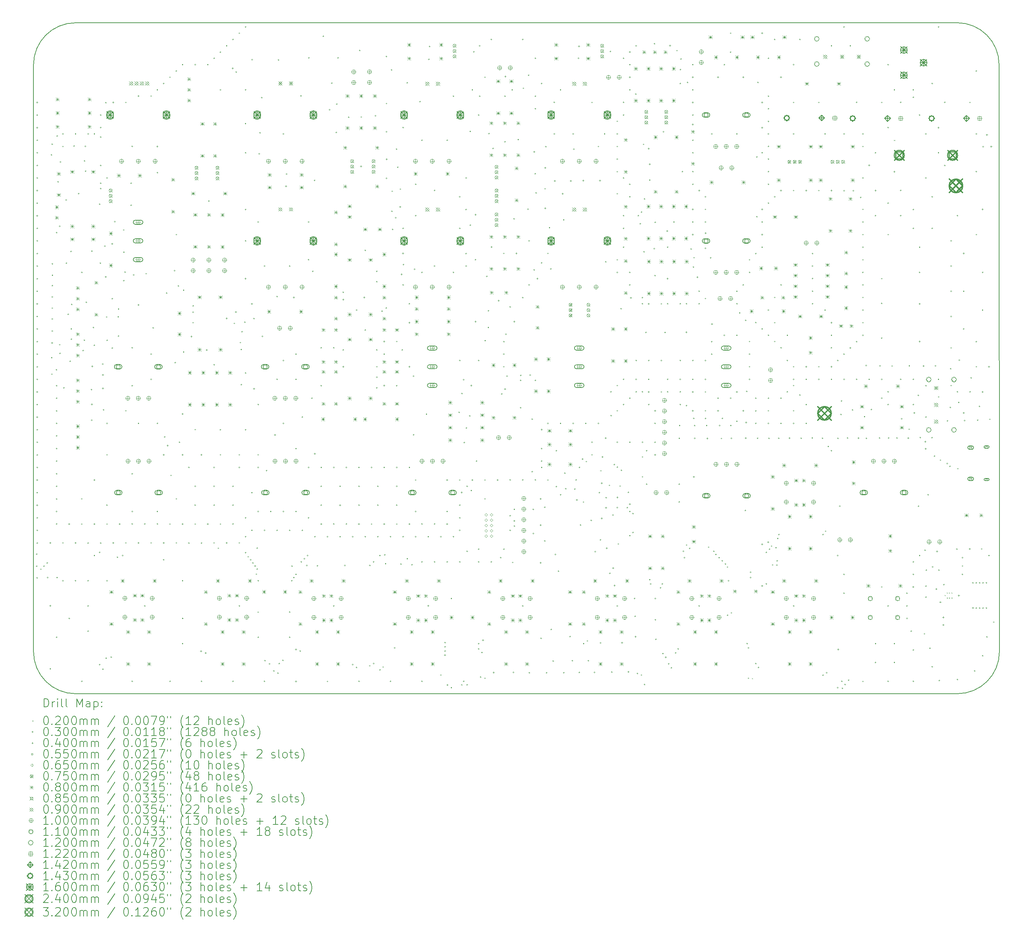
<source format=gbr>
%TF.GenerationSoftware,KiCad,Pcbnew,(6.0.10-0)*%
%TF.CreationDate,2023-01-28T16:51:03+01:00*%
%TF.ProjectId,LivSynth_Hardware,4c697653-796e-4746-985f-486172647761,0v2*%
%TF.SameCoordinates,Original*%
%TF.FileFunction,Drillmap*%
%TF.FilePolarity,Positive*%
%FSLAX45Y45*%
G04 Gerber Fmt 4.5, Leading zero omitted, Abs format (unit mm)*
G04 Created by KiCad (PCBNEW (6.0.10-0)) date 2023-01-28 16:51:03*
%MOMM*%
%LPD*%
G01*
G04 APERTURE LIST*
%ADD10C,0.150000*%
%ADD11C,0.200000*%
%ADD12C,0.020000*%
%ADD13C,0.030000*%
%ADD14C,0.040000*%
%ADD15C,0.055000*%
%ADD16C,0.065000*%
%ADD17C,0.075000*%
%ADD18C,0.080000*%
%ADD19C,0.085000*%
%ADD20C,0.090000*%
%ADD21C,0.100000*%
%ADD22C,0.110000*%
%ADD23C,0.120000*%
%ADD24C,0.122000*%
%ADD25C,0.142000*%
%ADD26C,0.143000*%
%ADD27C,0.160000*%
%ADD28C,0.240000*%
%ADD29C,0.320000*%
G04 APERTURE END LIST*
D10*
X30992893Y-7800000D02*
X31000000Y-21792893D01*
X7999997Y-21792893D02*
G75*
G03*
X9000000Y-22792893I1000003J3D01*
G01*
X9000000Y-6801500D02*
X29992893Y-6800000D01*
X30000000Y-22792890D02*
G75*
G03*
X31000000Y-21792893I0J1000000D01*
G01*
X8000000Y-21792893D02*
X8000000Y-7801500D01*
X9000000Y-22792893D02*
X30000000Y-22792893D01*
X9000000Y-6801500D02*
G75*
G03*
X8000000Y-7801500I0J-1000000D01*
G01*
X30992890Y-7800000D02*
G75*
G03*
X29992893Y-6800000I-1000000J0D01*
G01*
D11*
D12*
X16312000Y-22143000D02*
X16332000Y-22163000D01*
X16332000Y-22143000D02*
X16312000Y-22163000D01*
X18187000Y-22569000D02*
X18207000Y-22589000D01*
X18207000Y-22569000D02*
X18187000Y-22589000D01*
X21495727Y-17467158D02*
X21515727Y-17487158D01*
X21515727Y-17467158D02*
X21495727Y-17487158D01*
X25108000Y-22417000D02*
X25128000Y-22437000D01*
X25128000Y-22417000D02*
X25108000Y-22437000D01*
X28490000Y-9590000D02*
X28510000Y-9610000D01*
X28510000Y-9590000D02*
X28490000Y-9610000D01*
X29695000Y-20440000D02*
X29715000Y-20460000D01*
X29715000Y-20440000D02*
X29695000Y-20460000D01*
X29745000Y-20379000D02*
X29765000Y-20399000D01*
X29765000Y-20379000D02*
X29745000Y-20399000D01*
X29745000Y-20501000D02*
X29765000Y-20521000D01*
X29765000Y-20501000D02*
X29745000Y-20521000D01*
X29800000Y-20379000D02*
X29820000Y-20399000D01*
X29820000Y-20379000D02*
X29800000Y-20399000D01*
X29800000Y-20501000D02*
X29820000Y-20521000D01*
X29820000Y-20501000D02*
X29800000Y-20521000D01*
X29855000Y-20379000D02*
X29875000Y-20399000D01*
X29875000Y-20379000D02*
X29855000Y-20399000D01*
X29855000Y-20501000D02*
X29875000Y-20521000D01*
X29875000Y-20501000D02*
X29855000Y-20521000D01*
D13*
X8090966Y-19466737D02*
G75*
G03*
X8090966Y-19466737I-15000J0D01*
G01*
X8090966Y-19754319D02*
G75*
G03*
X8090966Y-19754319I-15000J0D01*
G01*
X8098954Y-20029918D02*
G75*
G03*
X8098954Y-20029918I-15000J0D01*
G01*
X8102948Y-8701342D02*
G75*
G03*
X8102948Y-8701342I-15000J0D01*
G01*
X8102948Y-9001342D02*
G75*
G03*
X8102948Y-9001342I-15000J0D01*
G01*
X8102948Y-9301342D02*
G75*
G03*
X8102948Y-9301342I-15000J0D01*
G01*
X8102948Y-9601342D02*
G75*
G03*
X8102948Y-9601342I-15000J0D01*
G01*
X8102948Y-9901342D02*
G75*
G03*
X8102948Y-9901342I-15000J0D01*
G01*
X8102948Y-10201342D02*
G75*
G03*
X8102948Y-10201342I-15000J0D01*
G01*
X8102948Y-10501342D02*
G75*
G03*
X8102948Y-10501342I-15000J0D01*
G01*
X8102948Y-10801342D02*
G75*
G03*
X8102948Y-10801342I-15000J0D01*
G01*
X8102948Y-11101342D02*
G75*
G03*
X8102948Y-11101342I-15000J0D01*
G01*
X8102948Y-11401342D02*
G75*
G03*
X8102948Y-11401342I-15000J0D01*
G01*
X8102948Y-11701342D02*
G75*
G03*
X8102948Y-11701342I-15000J0D01*
G01*
X8102948Y-12001342D02*
G75*
G03*
X8102948Y-12001342I-15000J0D01*
G01*
X8102948Y-12301342D02*
G75*
G03*
X8102948Y-12301342I-15000J0D01*
G01*
X8102948Y-12601342D02*
G75*
G03*
X8102948Y-12601342I-15000J0D01*
G01*
X8102948Y-12901342D02*
G75*
G03*
X8102948Y-12901342I-15000J0D01*
G01*
X8102948Y-13201342D02*
G75*
G03*
X8102948Y-13201342I-15000J0D01*
G01*
X8102948Y-13501342D02*
G75*
G03*
X8102948Y-13501342I-15000J0D01*
G01*
X8102948Y-13801342D02*
G75*
G03*
X8102948Y-13801342I-15000J0D01*
G01*
X8102948Y-14101342D02*
G75*
G03*
X8102948Y-14101342I-15000J0D01*
G01*
X8102948Y-14401342D02*
G75*
G03*
X8102948Y-14401342I-15000J0D01*
G01*
X8102948Y-14701342D02*
G75*
G03*
X8102948Y-14701342I-15000J0D01*
G01*
X8102948Y-15001342D02*
G75*
G03*
X8102948Y-15001342I-15000J0D01*
G01*
X8102948Y-15301342D02*
G75*
G03*
X8102948Y-15301342I-15000J0D01*
G01*
X8102948Y-15601342D02*
G75*
G03*
X8102948Y-15601342I-15000J0D01*
G01*
X8102948Y-15901342D02*
G75*
G03*
X8102948Y-15901342I-15000J0D01*
G01*
X8102948Y-16201342D02*
G75*
G03*
X8102948Y-16201342I-15000J0D01*
G01*
X8102948Y-16501342D02*
G75*
G03*
X8102948Y-16501342I-15000J0D01*
G01*
X8102948Y-16801342D02*
G75*
G03*
X8102948Y-16801342I-15000J0D01*
G01*
X8102948Y-17101342D02*
G75*
G03*
X8102948Y-17101342I-15000J0D01*
G01*
X8102948Y-17401342D02*
G75*
G03*
X8102948Y-17401342I-15000J0D01*
G01*
X8102948Y-17701342D02*
G75*
G03*
X8102948Y-17701342I-15000J0D01*
G01*
X8102948Y-18001342D02*
G75*
G03*
X8102948Y-18001342I-15000J0D01*
G01*
X8102948Y-18301342D02*
G75*
G03*
X8102948Y-18301342I-15000J0D01*
G01*
X8102948Y-18601342D02*
G75*
G03*
X8102948Y-18601342I-15000J0D01*
G01*
X8102948Y-18901342D02*
G75*
G03*
X8102948Y-18901342I-15000J0D01*
G01*
X8102948Y-19201342D02*
G75*
G03*
X8102948Y-19201342I-15000J0D01*
G01*
X8190000Y-19825000D02*
G75*
G03*
X8190000Y-19825000I-15000J0D01*
G01*
X8265000Y-19750000D02*
G75*
G03*
X8265000Y-19750000I-15000J0D01*
G01*
X8340000Y-19675000D02*
G75*
G03*
X8340000Y-19675000I-15000J0D01*
G01*
X8350657Y-20024581D02*
G75*
G03*
X8350657Y-20024581I-15000J0D01*
G01*
X8415000Y-19200000D02*
G75*
G03*
X8415000Y-19200000I-15000J0D01*
G01*
X8415000Y-20700000D02*
G75*
G03*
X8415000Y-20700000I-15000J0D01*
G01*
X8415000Y-22200000D02*
G75*
G03*
X8415000Y-22200000I-15000J0D01*
G01*
X8442406Y-9952427D02*
G75*
G03*
X8442406Y-9952427I-15000J0D01*
G01*
X8449767Y-14783368D02*
G75*
G03*
X8449767Y-14783368I-15000J0D01*
G01*
X8451391Y-15177867D02*
G75*
G03*
X8451391Y-15177867I-15000J0D01*
G01*
X8456088Y-14432539D02*
G75*
G03*
X8456088Y-14432539I-15000J0D01*
G01*
X8460147Y-9698145D02*
G75*
G03*
X8460147Y-9698145I-15000J0D01*
G01*
X8461918Y-12546999D02*
G75*
G03*
X8461918Y-12546999I-15000J0D01*
G01*
X8461918Y-13067794D02*
G75*
G03*
X8461918Y-13067794I-15000J0D01*
G01*
X8461918Y-13335229D02*
G75*
G03*
X8461918Y-13335229I-15000J0D01*
G01*
X8461918Y-13602664D02*
G75*
G03*
X8461918Y-13602664I-15000J0D01*
G01*
X8461918Y-13860716D02*
G75*
G03*
X8461918Y-13860716I-15000J0D01*
G01*
X8462409Y-14148083D02*
G75*
G03*
X8462409Y-14148083I-15000J0D01*
G01*
X8466610Y-12819126D02*
G75*
G03*
X8466610Y-12819126I-15000J0D01*
G01*
X8560050Y-15075000D02*
G75*
G03*
X8560050Y-15075000I-15000J0D01*
G01*
X8565000Y-11800000D02*
G75*
G03*
X8565000Y-11800000I-15000J0D01*
G01*
X8565000Y-15450000D02*
G75*
G03*
X8565000Y-15450000I-15000J0D01*
G01*
X8565000Y-15750000D02*
G75*
G03*
X8565000Y-15750000I-15000J0D01*
G01*
X8565000Y-16050000D02*
G75*
G03*
X8565000Y-16050000I-15000J0D01*
G01*
X8565000Y-16350000D02*
G75*
G03*
X8565000Y-16350000I-15000J0D01*
G01*
X8565000Y-16650000D02*
G75*
G03*
X8565000Y-16650000I-15000J0D01*
G01*
X8565000Y-16950000D02*
G75*
G03*
X8565000Y-16950000I-15000J0D01*
G01*
X8565000Y-17250000D02*
G75*
G03*
X8565000Y-17250000I-15000J0D01*
G01*
X8565000Y-17550000D02*
G75*
G03*
X8565000Y-17550000I-15000J0D01*
G01*
X8565000Y-17850000D02*
G75*
G03*
X8565000Y-17850000I-15000J0D01*
G01*
X8565000Y-18150000D02*
G75*
G03*
X8565000Y-18150000I-15000J0D01*
G01*
X8565000Y-18450000D02*
G75*
G03*
X8565000Y-18450000I-15000J0D01*
G01*
X8565000Y-18750000D02*
G75*
G03*
X8565000Y-18750000I-15000J0D01*
G01*
X8565000Y-21450000D02*
G75*
G03*
X8565000Y-21450000I-15000J0D01*
G01*
X8574331Y-20024581D02*
G75*
G03*
X8574331Y-20024581I-15000J0D01*
G01*
X8578417Y-9500041D02*
G75*
G03*
X8578417Y-9500041I-15000J0D01*
G01*
X8599636Y-10590638D02*
G75*
G03*
X8599636Y-10590638I-15000J0D01*
G01*
X8640000Y-11650000D02*
G75*
G03*
X8640000Y-11650000I-15000J0D01*
G01*
X8640000Y-14475000D02*
G75*
G03*
X8640000Y-14475000I-15000J0D01*
G01*
X8645725Y-14679067D02*
G75*
G03*
X8645725Y-14679067I-15000J0D01*
G01*
X8656266Y-10117000D02*
G75*
G03*
X8656266Y-10117000I-15000J0D01*
G01*
X8715000Y-9450000D02*
G75*
G03*
X8715000Y-9450000I-15000J0D01*
G01*
X8715000Y-9750000D02*
G75*
G03*
X8715000Y-9750000I-15000J0D01*
G01*
X8715000Y-19200000D02*
G75*
G03*
X8715000Y-19200000I-15000J0D01*
G01*
X8715000Y-20100000D02*
G75*
G03*
X8715000Y-20100000I-15000J0D01*
G01*
X8738500Y-15501500D02*
G75*
G03*
X8738500Y-15501500I-15000J0D01*
G01*
X8790000Y-11025000D02*
G75*
G03*
X8790000Y-11025000I-15000J0D01*
G01*
X8796411Y-12530407D02*
G75*
G03*
X8796411Y-12530407I-15000J0D01*
G01*
X8840000Y-13750000D02*
G75*
G03*
X8840000Y-13750000I-15000J0D01*
G01*
X8865000Y-18750000D02*
G75*
G03*
X8865000Y-18750000I-15000J0D01*
G01*
X8865000Y-21000000D02*
G75*
G03*
X8865000Y-21000000I-15000J0D01*
G01*
X8887666Y-14871468D02*
G75*
G03*
X8887666Y-14871468I-15000J0D01*
G01*
X8908897Y-12250562D02*
G75*
G03*
X8908897Y-12250562I-15000J0D01*
G01*
X8912749Y-14098220D02*
G75*
G03*
X8912749Y-14098220I-15000J0D01*
G01*
X8916874Y-14341633D02*
G75*
G03*
X8916874Y-14341633I-15000J0D01*
G01*
X8925126Y-13516503D02*
G75*
G03*
X8925126Y-13516503I-15000J0D01*
G01*
X8980538Y-9739539D02*
G75*
G03*
X8980538Y-9739539I-15000J0D01*
G01*
X9015000Y-9450000D02*
G75*
G03*
X9015000Y-9450000I-15000J0D01*
G01*
X9015000Y-19200000D02*
G75*
G03*
X9015000Y-19200000I-15000J0D01*
G01*
X9015000Y-20100000D02*
G75*
G03*
X9015000Y-20100000I-15000J0D01*
G01*
X9090000Y-10875000D02*
G75*
G03*
X9090000Y-10875000I-15000J0D01*
G01*
X9165000Y-12750000D02*
G75*
G03*
X9165000Y-12750000I-15000J0D01*
G01*
X9165000Y-18150000D02*
G75*
G03*
X9165000Y-18150000I-15000J0D01*
G01*
X9165000Y-18750000D02*
G75*
G03*
X9165000Y-18750000I-15000J0D01*
G01*
X9165000Y-22500000D02*
G75*
G03*
X9165000Y-22500000I-15000J0D01*
G01*
X9196200Y-14611467D02*
G75*
G03*
X9196200Y-14611467I-15000J0D01*
G01*
X9226298Y-14366387D02*
G75*
G03*
X9226298Y-14366387I-15000J0D01*
G01*
X9229437Y-10096407D02*
G75*
G03*
X9229437Y-10096407I-15000J0D01*
G01*
X9249604Y-9745453D02*
G75*
G03*
X9249604Y-9745453I-15000J0D01*
G01*
X9255178Y-10338374D02*
G75*
G03*
X9255178Y-10338374I-15000J0D01*
G01*
X9271681Y-13464932D02*
G75*
G03*
X9271681Y-13464932I-15000J0D01*
G01*
X9315000Y-9450000D02*
G75*
G03*
X9315000Y-9450000I-15000J0D01*
G01*
X9315000Y-19200000D02*
G75*
G03*
X9315000Y-19200000I-15000J0D01*
G01*
X9315000Y-20100000D02*
G75*
G03*
X9315000Y-20100000I-15000J0D01*
G01*
X9315000Y-20700000D02*
G75*
G03*
X9315000Y-20700000I-15000J0D01*
G01*
X9315000Y-21300000D02*
G75*
G03*
X9315000Y-21300000I-15000J0D01*
G01*
X9393800Y-15544002D02*
G75*
G03*
X9393800Y-15544002I-15000J0D01*
G01*
X9399878Y-16274899D02*
G75*
G03*
X9399878Y-16274899I-15000J0D01*
G01*
X9405485Y-12245075D02*
G75*
G03*
X9405485Y-12245075I-15000J0D01*
G01*
X9405798Y-15896008D02*
G75*
G03*
X9405798Y-15896008I-15000J0D01*
G01*
X9414601Y-14992801D02*
G75*
G03*
X9414601Y-14992801I-15000J0D01*
G01*
X9440832Y-14067277D02*
G75*
G03*
X9440832Y-14067277I-15000J0D01*
G01*
X9463134Y-14490133D02*
G75*
G03*
X9463134Y-14490133I-15000J0D01*
G01*
X9465000Y-9450000D02*
G75*
G03*
X9465000Y-9450000I-15000J0D01*
G01*
X9465000Y-17700000D02*
G75*
G03*
X9465000Y-17700000I-15000J0D01*
G01*
X9465000Y-18750000D02*
G75*
G03*
X9465000Y-18750000I-15000J0D01*
G01*
X9465000Y-19500000D02*
G75*
G03*
X9465000Y-19500000I-15000J0D01*
G01*
X9590000Y-11125000D02*
G75*
G03*
X9590000Y-11125000I-15000J0D01*
G01*
X9590000Y-19425000D02*
G75*
G03*
X9590000Y-19425000I-15000J0D01*
G01*
X9590000Y-22100000D02*
G75*
G03*
X9590000Y-22100000I-15000J0D01*
G01*
X9605766Y-12530407D02*
G75*
G03*
X9605766Y-12530407I-15000J0D01*
G01*
X9615000Y-9000000D02*
G75*
G03*
X9615000Y-9000000I-15000J0D01*
G01*
X9615000Y-9300000D02*
G75*
G03*
X9615000Y-9300000I-15000J0D01*
G01*
X9615000Y-9525000D02*
G75*
G03*
X9615000Y-9525000I-15000J0D01*
G01*
X9615000Y-10200000D02*
G75*
G03*
X9615000Y-10200000I-15000J0D01*
G01*
X9615000Y-10625000D02*
G75*
G03*
X9615000Y-10625000I-15000J0D01*
G01*
X9615000Y-10750000D02*
G75*
G03*
X9615000Y-10750000I-15000J0D01*
G01*
X9615000Y-19200000D02*
G75*
G03*
X9615000Y-19200000I-15000J0D01*
G01*
X9664201Y-14937334D02*
G75*
G03*
X9664201Y-14937334I-15000J0D01*
G01*
X9667509Y-22208078D02*
G75*
G03*
X9667509Y-22208078I-15000J0D01*
G01*
X9667668Y-15193868D02*
G75*
G03*
X9667668Y-15193868I-15000J0D01*
G01*
X9667668Y-15516269D02*
G75*
G03*
X9667668Y-15516269I-15000J0D01*
G01*
X9684046Y-16026252D02*
G75*
G03*
X9684046Y-16026252I-15000J0D01*
G01*
X9715000Y-12125000D02*
G75*
G03*
X9715000Y-12125000I-15000J0D01*
G01*
X9736520Y-12856801D02*
G75*
G03*
X9736520Y-12856801I-15000J0D01*
G01*
X9739318Y-8707852D02*
G75*
G03*
X9739318Y-8707852I-15000J0D01*
G01*
X9744252Y-21945534D02*
G75*
G03*
X9744252Y-21945534I-15000J0D01*
G01*
X9757801Y-13814132D02*
G75*
G03*
X9757801Y-13814132I-15000J0D01*
G01*
X9765000Y-10500000D02*
G75*
G03*
X9765000Y-10500000I-15000J0D01*
G01*
X9765000Y-16350000D02*
G75*
G03*
X9765000Y-16350000I-15000J0D01*
G01*
X9765000Y-17100000D02*
G75*
G03*
X9765000Y-17100000I-15000J0D01*
G01*
X9765000Y-18300000D02*
G75*
G03*
X9765000Y-18300000I-15000J0D01*
G01*
X9765000Y-18750000D02*
G75*
G03*
X9765000Y-18750000I-15000J0D01*
G01*
X9765000Y-20100000D02*
G75*
G03*
X9765000Y-20100000I-15000J0D01*
G01*
X9768201Y-14372267D02*
G75*
G03*
X9768201Y-14372267I-15000J0D01*
G01*
X9865000Y-21925000D02*
G75*
G03*
X9865000Y-21925000I-15000J0D01*
G01*
X9889535Y-14552534D02*
G75*
G03*
X9889535Y-14552534I-15000J0D01*
G01*
X9889601Y-12070034D02*
G75*
G03*
X9889601Y-12070034I-15000J0D01*
G01*
X9890000Y-13375000D02*
G75*
G03*
X9890000Y-13375000I-15000J0D01*
G01*
X9915000Y-8700000D02*
G75*
G03*
X9915000Y-8700000I-15000J0D01*
G01*
X9915000Y-19200000D02*
G75*
G03*
X9915000Y-19200000I-15000J0D01*
G01*
X9952195Y-11540160D02*
G75*
G03*
X9952195Y-11540160I-15000J0D01*
G01*
X10012557Y-19539674D02*
G75*
G03*
X10012557Y-19539674I-15000J0D01*
G01*
X10031668Y-13810665D02*
G75*
G03*
X10031668Y-13810665I-15000J0D01*
G01*
X10038602Y-14268266D02*
G75*
G03*
X10038602Y-14268266I-15000J0D01*
G01*
X10040000Y-13625000D02*
G75*
G03*
X10040000Y-13625000I-15000J0D01*
G01*
X10065000Y-18750000D02*
G75*
G03*
X10065000Y-18750000I-15000J0D01*
G01*
X10140000Y-19500000D02*
G75*
G03*
X10140000Y-19500000I-15000J0D01*
G01*
X10163919Y-11740439D02*
G75*
G03*
X10163919Y-11740439I-15000J0D01*
G01*
X10165000Y-12950000D02*
G75*
G03*
X10165000Y-12950000I-15000J0D01*
G01*
X10167283Y-12271176D02*
G75*
G03*
X10167283Y-12271176I-15000J0D01*
G01*
X10195764Y-12744660D02*
G75*
G03*
X10195764Y-12744660I-15000J0D01*
G01*
X10215000Y-8700000D02*
G75*
G03*
X10215000Y-8700000I-15000J0D01*
G01*
X10215000Y-16050000D02*
G75*
G03*
X10215000Y-16050000I-15000J0D01*
G01*
X10215000Y-19200000D02*
G75*
G03*
X10215000Y-19200000I-15000J0D01*
G01*
X10340000Y-10625000D02*
G75*
G03*
X10340000Y-10625000I-15000J0D01*
G01*
X10340000Y-11150000D02*
G75*
G03*
X10340000Y-11150000I-15000J0D01*
G01*
X10365000Y-9750000D02*
G75*
G03*
X10365000Y-9750000I-15000J0D01*
G01*
X10365000Y-14550000D02*
G75*
G03*
X10365000Y-14550000I-15000J0D01*
G01*
X10365000Y-15450000D02*
G75*
G03*
X10365000Y-15450000I-15000J0D01*
G01*
X10365000Y-17550000D02*
G75*
G03*
X10365000Y-17550000I-15000J0D01*
G01*
X10365000Y-18450000D02*
G75*
G03*
X10365000Y-18450000I-15000J0D01*
G01*
X10365000Y-18750000D02*
G75*
G03*
X10365000Y-18750000I-15000J0D01*
G01*
X10365000Y-22500000D02*
G75*
G03*
X10365000Y-22500000I-15000J0D01*
G01*
X10400465Y-12812300D02*
G75*
G03*
X10400465Y-12812300I-15000J0D01*
G01*
X10515000Y-8550000D02*
G75*
G03*
X10515000Y-8550000I-15000J0D01*
G01*
X10515000Y-13525000D02*
G75*
G03*
X10515000Y-13525000I-15000J0D01*
G01*
X10515000Y-16350000D02*
G75*
G03*
X10515000Y-16350000I-15000J0D01*
G01*
X10515000Y-19200000D02*
G75*
G03*
X10515000Y-19200000I-15000J0D01*
G01*
X10665000Y-18750000D02*
G75*
G03*
X10665000Y-18750000I-15000J0D01*
G01*
X10665000Y-20700000D02*
G75*
G03*
X10665000Y-20700000I-15000J0D01*
G01*
X10697728Y-12782040D02*
G75*
G03*
X10697728Y-12782040I-15000J0D01*
G01*
X10815000Y-8550000D02*
G75*
G03*
X10815000Y-8550000I-15000J0D01*
G01*
X10815000Y-14700000D02*
G75*
G03*
X10815000Y-14700000I-15000J0D01*
G01*
X10815000Y-15300000D02*
G75*
G03*
X10815000Y-15300000I-15000J0D01*
G01*
X10815000Y-19200000D02*
G75*
G03*
X10815000Y-19200000I-15000J0D01*
G01*
X10865000Y-14075000D02*
G75*
G03*
X10865000Y-14075000I-15000J0D01*
G01*
X10965000Y-8400000D02*
G75*
G03*
X10965000Y-8400000I-15000J0D01*
G01*
X10965000Y-9750000D02*
G75*
G03*
X10965000Y-9750000I-15000J0D01*
G01*
X10965000Y-10375000D02*
G75*
G03*
X10965000Y-10375000I-15000J0D01*
G01*
X10965000Y-16350000D02*
G75*
G03*
X10965000Y-16350000I-15000J0D01*
G01*
X10965000Y-18450000D02*
G75*
G03*
X10965000Y-18450000I-15000J0D01*
G01*
X10965000Y-18750000D02*
G75*
G03*
X10965000Y-18750000I-15000J0D01*
G01*
X11115000Y-8250000D02*
G75*
G03*
X11115000Y-8250000I-15000J0D01*
G01*
X11115000Y-17100000D02*
G75*
G03*
X11115000Y-17100000I-15000J0D01*
G01*
X11115000Y-19200000D02*
G75*
G03*
X11115000Y-19200000I-15000J0D01*
G01*
X11115000Y-19600000D02*
G75*
G03*
X11115000Y-19600000I-15000J0D01*
G01*
X11141000Y-16674000D02*
G75*
G03*
X11141000Y-16674000I-15000J0D01*
G01*
X11185050Y-13244950D02*
G75*
G03*
X11185050Y-13244950I-15000J0D01*
G01*
X11210000Y-16880000D02*
G75*
G03*
X11210000Y-16880000I-15000J0D01*
G01*
X11265000Y-8100000D02*
G75*
G03*
X11265000Y-8100000I-15000J0D01*
G01*
X11265000Y-18750000D02*
G75*
G03*
X11265000Y-18750000I-15000J0D01*
G01*
X11265000Y-22500000D02*
G75*
G03*
X11265000Y-22500000I-15000J0D01*
G01*
X11290000Y-17591000D02*
G75*
G03*
X11290000Y-17591000I-15000J0D01*
G01*
X11375000Y-12710000D02*
G75*
G03*
X11375000Y-12710000I-15000J0D01*
G01*
X11390000Y-14900000D02*
G75*
G03*
X11390000Y-14900000I-15000J0D01*
G01*
X11415000Y-7950000D02*
G75*
G03*
X11415000Y-7950000I-15000J0D01*
G01*
X11415000Y-11850000D02*
G75*
G03*
X11415000Y-11850000I-15000J0D01*
G01*
X11415000Y-18150000D02*
G75*
G03*
X11415000Y-18150000I-15000J0D01*
G01*
X11415000Y-19200000D02*
G75*
G03*
X11415000Y-19200000I-15000J0D01*
G01*
X11465000Y-13075000D02*
G75*
G03*
X11465000Y-13075000I-15000J0D01*
G01*
X11490000Y-16800000D02*
G75*
G03*
X11490000Y-16800000I-15000J0D01*
G01*
X11565000Y-7800000D02*
G75*
G03*
X11565000Y-7800000I-15000J0D01*
G01*
X11565000Y-16125000D02*
G75*
G03*
X11565000Y-16125000I-15000J0D01*
G01*
X11565000Y-17100000D02*
G75*
G03*
X11565000Y-17100000I-15000J0D01*
G01*
X11565000Y-18750000D02*
G75*
G03*
X11565000Y-18750000I-15000J0D01*
G01*
X11565000Y-20100000D02*
G75*
G03*
X11565000Y-20100000I-15000J0D01*
G01*
X11565000Y-21000000D02*
G75*
G03*
X11565000Y-21000000I-15000J0D01*
G01*
X11565000Y-21600000D02*
G75*
G03*
X11565000Y-21600000I-15000J0D01*
G01*
X11590000Y-13175000D02*
G75*
G03*
X11590000Y-13175000I-15000J0D01*
G01*
X11590000Y-14650000D02*
G75*
G03*
X11590000Y-14650000I-15000J0D01*
G01*
X11715000Y-17400000D02*
G75*
G03*
X11715000Y-17400000I-15000J0D01*
G01*
X11715000Y-19200000D02*
G75*
G03*
X11715000Y-19200000I-15000J0D01*
G01*
X11776674Y-14281523D02*
G75*
G03*
X11776674Y-14281523I-15000J0D01*
G01*
X11815000Y-13550000D02*
G75*
G03*
X11815000Y-13550000I-15000J0D01*
G01*
X11815000Y-13700000D02*
G75*
G03*
X11815000Y-13700000I-15000J0D01*
G01*
X11815000Y-13950000D02*
G75*
G03*
X11815000Y-13950000I-15000J0D01*
G01*
X11865000Y-7800000D02*
G75*
G03*
X11865000Y-7800000I-15000J0D01*
G01*
X11865000Y-16500000D02*
G75*
G03*
X11865000Y-16500000I-15000J0D01*
G01*
X11865000Y-17850000D02*
G75*
G03*
X11865000Y-17850000I-15000J0D01*
G01*
X11865000Y-18300000D02*
G75*
G03*
X11865000Y-18300000I-15000J0D01*
G01*
X11865000Y-18750000D02*
G75*
G03*
X11865000Y-18750000I-15000J0D01*
G01*
X12006395Y-21782402D02*
G75*
G03*
X12006395Y-21782402I-15000J0D01*
G01*
X12015000Y-17100000D02*
G75*
G03*
X12015000Y-17100000I-15000J0D01*
G01*
X12015000Y-19200000D02*
G75*
G03*
X12015000Y-19200000I-15000J0D01*
G01*
X12015000Y-22500000D02*
G75*
G03*
X12015000Y-22500000I-15000J0D01*
G01*
X12115000Y-21825000D02*
G75*
G03*
X12115000Y-21825000I-15000J0D01*
G01*
X12140000Y-14600000D02*
G75*
G03*
X12140000Y-14600000I-15000J0D01*
G01*
X12165000Y-7800000D02*
G75*
G03*
X12165000Y-7800000I-15000J0D01*
G01*
X12165000Y-18750000D02*
G75*
G03*
X12165000Y-18750000I-15000J0D01*
G01*
X12190000Y-11050000D02*
G75*
G03*
X12190000Y-11050000I-15000J0D01*
G01*
X12315000Y-7650000D02*
G75*
G03*
X12315000Y-7650000I-15000J0D01*
G01*
X12315000Y-14950000D02*
G75*
G03*
X12315000Y-14950000I-15000J0D01*
G01*
X12315000Y-17400000D02*
G75*
G03*
X12315000Y-17400000I-15000J0D01*
G01*
X12315000Y-17850000D02*
G75*
G03*
X12315000Y-17850000I-15000J0D01*
G01*
X12315000Y-18300000D02*
G75*
G03*
X12315000Y-18300000I-15000J0D01*
G01*
X12315000Y-19200000D02*
G75*
G03*
X12315000Y-19200000I-15000J0D01*
G01*
X12415000Y-19325000D02*
G75*
G03*
X12415000Y-19325000I-15000J0D01*
G01*
X12465000Y-7500000D02*
G75*
G03*
X12465000Y-7500000I-15000J0D01*
G01*
X12465000Y-8400000D02*
G75*
G03*
X12465000Y-8400000I-15000J0D01*
G01*
X12465000Y-16500000D02*
G75*
G03*
X12465000Y-16500000I-15000J0D01*
G01*
X12465000Y-17100000D02*
G75*
G03*
X12465000Y-17100000I-15000J0D01*
G01*
X12465000Y-18750000D02*
G75*
G03*
X12465000Y-18750000I-15000J0D01*
G01*
X12615000Y-7350000D02*
G75*
G03*
X12615000Y-7350000I-15000J0D01*
G01*
X12615000Y-13850000D02*
G75*
G03*
X12615000Y-13850000I-15000J0D01*
G01*
X12615000Y-19200000D02*
G75*
G03*
X12615000Y-19200000I-15000J0D01*
G01*
X12758365Y-7887409D02*
G75*
G03*
X12758365Y-7887409I-15000J0D01*
G01*
X12765000Y-7200000D02*
G75*
G03*
X12765000Y-7200000I-15000J0D01*
G01*
X12765000Y-17850000D02*
G75*
G03*
X12765000Y-17850000I-15000J0D01*
G01*
X12765000Y-18300000D02*
G75*
G03*
X12765000Y-18300000I-15000J0D01*
G01*
X12765000Y-18750000D02*
G75*
G03*
X12765000Y-18750000I-15000J0D01*
G01*
X12765000Y-22500000D02*
G75*
G03*
X12765000Y-22500000I-15000J0D01*
G01*
X12796406Y-13966527D02*
G75*
G03*
X12796406Y-13966527I-15000J0D01*
G01*
X12833778Y-13696912D02*
G75*
G03*
X12833778Y-13696912I-15000J0D01*
G01*
X12840000Y-7975000D02*
G75*
G03*
X12840000Y-7975000I-15000J0D01*
G01*
X12915000Y-7050000D02*
G75*
G03*
X12915000Y-7050000I-15000J0D01*
G01*
X12915000Y-17100000D02*
G75*
G03*
X12915000Y-17100000I-15000J0D01*
G01*
X12915000Y-17400000D02*
G75*
G03*
X12915000Y-17400000I-15000J0D01*
G01*
X12915000Y-19200000D02*
G75*
G03*
X12915000Y-19200000I-15000J0D01*
G01*
X12915000Y-20700000D02*
G75*
G03*
X12915000Y-20700000I-15000J0D01*
G01*
X12940000Y-14425000D02*
G75*
G03*
X12940000Y-14425000I-15000J0D01*
G01*
X12961912Y-14588510D02*
G75*
G03*
X12961912Y-14588510I-15000J0D01*
G01*
X12965000Y-15425000D02*
G75*
G03*
X12965000Y-15425000I-15000J0D01*
G01*
X12980598Y-14164067D02*
G75*
G03*
X12980598Y-14164067I-15000J0D01*
G01*
X13050004Y-13939833D02*
G75*
G03*
X13050004Y-13939833I-15000J0D01*
G01*
X13063589Y-9204558D02*
G75*
G03*
X13063589Y-9204558I-15000J0D01*
G01*
X13065000Y-6900000D02*
G75*
G03*
X13065000Y-6900000I-15000J0D01*
G01*
X13065000Y-8400000D02*
G75*
G03*
X13065000Y-8400000I-15000J0D01*
G01*
X13065000Y-9900000D02*
G75*
G03*
X13065000Y-9900000I-15000J0D01*
G01*
X13065000Y-11250000D02*
G75*
G03*
X13065000Y-11250000I-15000J0D01*
G01*
X13065000Y-12000000D02*
G75*
G03*
X13065000Y-12000000I-15000J0D01*
G01*
X13065000Y-12900000D02*
G75*
G03*
X13065000Y-12900000I-15000J0D01*
G01*
X13065000Y-15150000D02*
G75*
G03*
X13065000Y-15150000I-15000J0D01*
G01*
X13065000Y-16500000D02*
G75*
G03*
X13065000Y-16500000I-15000J0D01*
G01*
X13065000Y-18600000D02*
G75*
G03*
X13065000Y-18600000I-15000J0D01*
G01*
X13065000Y-19050000D02*
G75*
G03*
X13065000Y-19050000I-15000J0D01*
G01*
X13065000Y-19430050D02*
G75*
G03*
X13065000Y-19430050I-15000J0D01*
G01*
X13126783Y-19530050D02*
G75*
G03*
X13126783Y-19530050I-15000J0D01*
G01*
X13187693Y-19601822D02*
G75*
G03*
X13187693Y-19601822I-15000J0D01*
G01*
X13215000Y-13500000D02*
G75*
G03*
X13215000Y-13500000I-15000J0D01*
G01*
X13215000Y-18000000D02*
G75*
G03*
X13215000Y-18000000I-15000J0D01*
G01*
X13215000Y-18900000D02*
G75*
G03*
X13215000Y-18900000I-15000J0D01*
G01*
X13220497Y-7680309D02*
G75*
G03*
X13220497Y-7680309I-15000J0D01*
G01*
X13240000Y-19675000D02*
G75*
G03*
X13240000Y-19675000I-15000J0D01*
G01*
X13265000Y-13850000D02*
G75*
G03*
X13265000Y-13850000I-15000J0D01*
G01*
X13265000Y-15525000D02*
G75*
G03*
X13265000Y-15525000I-15000J0D01*
G01*
X13290000Y-19750000D02*
G75*
G03*
X13290000Y-19750000I-15000J0D01*
G01*
X13322204Y-19944286D02*
G75*
G03*
X13322204Y-19944286I-15000J0D01*
G01*
X13340000Y-19325000D02*
G75*
G03*
X13340000Y-19325000I-15000J0D01*
G01*
X13340000Y-19825000D02*
G75*
G03*
X13340000Y-19825000I-15000J0D01*
G01*
X13365000Y-11550000D02*
G75*
G03*
X13365000Y-11550000I-15000J0D01*
G01*
X13365000Y-15900000D02*
G75*
G03*
X13365000Y-15900000I-15000J0D01*
G01*
X13365000Y-17100000D02*
G75*
G03*
X13365000Y-17100000I-15000J0D01*
G01*
X13365000Y-17400000D02*
G75*
G03*
X13365000Y-17400000I-15000J0D01*
G01*
X13365000Y-18450000D02*
G75*
G03*
X13365000Y-18450000I-15000J0D01*
G01*
X13365000Y-20100000D02*
G75*
G03*
X13365000Y-20100000I-15000J0D01*
G01*
X13365000Y-20850000D02*
G75*
G03*
X13365000Y-20850000I-15000J0D01*
G01*
X13365000Y-21450000D02*
G75*
G03*
X13365000Y-21450000I-15000J0D01*
G01*
X13390000Y-9925000D02*
G75*
G03*
X13390000Y-9925000I-15000J0D01*
G01*
X13407292Y-9421240D02*
G75*
G03*
X13407292Y-9421240I-15000J0D01*
G01*
X13452123Y-8584398D02*
G75*
G03*
X13452123Y-8584398I-15000J0D01*
G01*
X13465000Y-14275000D02*
G75*
G03*
X13465000Y-14275000I-15000J0D01*
G01*
X13515000Y-12600000D02*
G75*
G03*
X13515000Y-12600000I-15000J0D01*
G01*
X13515000Y-18900000D02*
G75*
G03*
X13515000Y-18900000I-15000J0D01*
G01*
X13515000Y-22500000D02*
G75*
G03*
X13515000Y-22500000I-15000J0D01*
G01*
X13526263Y-22004265D02*
G75*
G03*
X13526263Y-22004265I-15000J0D01*
G01*
X13565000Y-17475000D02*
G75*
G03*
X13565000Y-17475000I-15000J0D01*
G01*
X13634000Y-22081000D02*
G75*
G03*
X13634000Y-22081000I-15000J0D01*
G01*
X13665000Y-18450000D02*
G75*
G03*
X13665000Y-18450000I-15000J0D01*
G01*
X13740000Y-22250000D02*
G75*
G03*
X13740000Y-22250000I-15000J0D01*
G01*
X13765000Y-16625000D02*
G75*
G03*
X13765000Y-16625000I-15000J0D01*
G01*
X13815000Y-13325000D02*
G75*
G03*
X13815000Y-13325000I-15000J0D01*
G01*
X13815000Y-15300000D02*
G75*
G03*
X13815000Y-15300000I-15000J0D01*
G01*
X13815000Y-18900000D02*
G75*
G03*
X13815000Y-18900000I-15000J0D01*
G01*
X13836278Y-22304549D02*
G75*
G03*
X13836278Y-22304549I-15000J0D01*
G01*
X13848129Y-7687781D02*
G75*
G03*
X13848129Y-7687781I-15000J0D01*
G01*
X13865000Y-22075000D02*
G75*
G03*
X13865000Y-22075000I-15000J0D01*
G01*
X13955836Y-22000095D02*
G75*
G03*
X13955836Y-22000095I-15000J0D01*
G01*
X13965000Y-9450000D02*
G75*
G03*
X13965000Y-9450000I-15000J0D01*
G01*
X13965000Y-14850000D02*
G75*
G03*
X13965000Y-14850000I-15000J0D01*
G01*
X13965000Y-16350000D02*
G75*
G03*
X13965000Y-16350000I-15000J0D01*
G01*
X13965000Y-18450000D02*
G75*
G03*
X13965000Y-18450000I-15000J0D01*
G01*
X14027452Y-10698919D02*
G75*
G03*
X14027452Y-10698919I-15000J0D01*
G01*
X14042396Y-10407519D02*
G75*
G03*
X14042396Y-10407519I-15000J0D01*
G01*
X14115000Y-12600000D02*
G75*
G03*
X14115000Y-12600000I-15000J0D01*
G01*
X14115000Y-18900000D02*
G75*
G03*
X14115000Y-18900000I-15000J0D01*
G01*
X14115000Y-20850000D02*
G75*
G03*
X14115000Y-20850000I-15000J0D01*
G01*
X14115000Y-21450000D02*
G75*
G03*
X14115000Y-21450000I-15000J0D01*
G01*
X14165000Y-20100000D02*
G75*
G03*
X14165000Y-20100000I-15000J0D01*
G01*
X14169457Y-19752897D02*
G75*
G03*
X14169457Y-19752897I-15000J0D01*
G01*
X14215000Y-13350000D02*
G75*
G03*
X14215000Y-13350000I-15000J0D01*
G01*
X14215000Y-20025000D02*
G75*
G03*
X14215000Y-20025000I-15000J0D01*
G01*
X14264461Y-21738737D02*
G75*
G03*
X14264461Y-21738737I-15000J0D01*
G01*
X14265000Y-14700000D02*
G75*
G03*
X14265000Y-14700000I-15000J0D01*
G01*
X14265000Y-15300000D02*
G75*
G03*
X14265000Y-15300000I-15000J0D01*
G01*
X14265000Y-16950000D02*
G75*
G03*
X14265000Y-16950000I-15000J0D01*
G01*
X14265000Y-18450000D02*
G75*
G03*
X14265000Y-18450000I-15000J0D01*
G01*
X14265000Y-19950000D02*
G75*
G03*
X14265000Y-19950000I-15000J0D01*
G01*
X14265000Y-22500000D02*
G75*
G03*
X14265000Y-22500000I-15000J0D01*
G01*
X14365000Y-21775000D02*
G75*
G03*
X14365000Y-21775000I-15000J0D01*
G01*
X14384538Y-8544000D02*
G75*
G03*
X14384538Y-8544000I-15000J0D01*
G01*
X14390000Y-19650000D02*
G75*
G03*
X14390000Y-19650000I-15000J0D01*
G01*
X14415000Y-16200000D02*
G75*
G03*
X14415000Y-16200000I-15000J0D01*
G01*
X14415000Y-18900000D02*
G75*
G03*
X14415000Y-18900000I-15000J0D01*
G01*
X14465000Y-19575000D02*
G75*
G03*
X14465000Y-19575000I-15000J0D01*
G01*
X14523017Y-19738423D02*
G75*
G03*
X14523017Y-19738423I-15000J0D01*
G01*
X14540000Y-19500000D02*
G75*
G03*
X14540000Y-19500000I-15000J0D01*
G01*
X14565000Y-11550000D02*
G75*
G03*
X14565000Y-11550000I-15000J0D01*
G01*
X14565000Y-12450000D02*
G75*
G03*
X14565000Y-12450000I-15000J0D01*
G01*
X14565000Y-17400000D02*
G75*
G03*
X14565000Y-17400000I-15000J0D01*
G01*
X14565000Y-18600000D02*
G75*
G03*
X14565000Y-18600000I-15000J0D01*
G01*
X14572894Y-7635479D02*
G75*
G03*
X14572894Y-7635479I-15000J0D01*
G01*
X14645050Y-15750000D02*
G75*
G03*
X14645050Y-15750000I-15000J0D01*
G01*
X14665000Y-12725000D02*
G75*
G03*
X14665000Y-12725000I-15000J0D01*
G01*
X14707387Y-10556955D02*
G75*
G03*
X14707387Y-10556955I-15000J0D01*
G01*
X14715000Y-17075000D02*
G75*
G03*
X14715000Y-17075000I-15000J0D01*
G01*
X14715000Y-19050000D02*
G75*
G03*
X14715000Y-19050000I-15000J0D01*
G01*
X14774455Y-19743555D02*
G75*
G03*
X14774455Y-19743555I-15000J0D01*
G01*
X14865000Y-14550000D02*
G75*
G03*
X14865000Y-14550000I-15000J0D01*
G01*
X14865000Y-15450000D02*
G75*
G03*
X14865000Y-15450000I-15000J0D01*
G01*
X14865000Y-17400000D02*
G75*
G03*
X14865000Y-17400000I-15000J0D01*
G01*
X14865000Y-17850000D02*
G75*
G03*
X14865000Y-17850000I-15000J0D01*
G01*
X14865000Y-18300000D02*
G75*
G03*
X14865000Y-18300000I-15000J0D01*
G01*
X14865000Y-18750000D02*
G75*
G03*
X14865000Y-18750000I-15000J0D01*
G01*
X14915000Y-7125000D02*
G75*
G03*
X14915000Y-7125000I-15000J0D01*
G01*
X15015000Y-19050000D02*
G75*
G03*
X15015000Y-19050000I-15000J0D01*
G01*
X15015000Y-22500000D02*
G75*
G03*
X15015000Y-22500000I-15000J0D01*
G01*
X15065000Y-8875000D02*
G75*
G03*
X15065000Y-8875000I-15000J0D01*
G01*
X15118336Y-8240695D02*
G75*
G03*
X15118336Y-8240695I-15000J0D01*
G01*
X15165000Y-14550000D02*
G75*
G03*
X15165000Y-14550000I-15000J0D01*
G01*
X15165000Y-17400000D02*
G75*
G03*
X15165000Y-17400000I-15000J0D01*
G01*
X15165000Y-18750000D02*
G75*
G03*
X15165000Y-18750000I-15000J0D01*
G01*
X15165000Y-20700000D02*
G75*
G03*
X15165000Y-20700000I-15000J0D01*
G01*
X15222941Y-9413769D02*
G75*
G03*
X15222941Y-9413769I-15000J0D01*
G01*
X15237885Y-8741306D02*
G75*
G03*
X15237885Y-8741306I-15000J0D01*
G01*
X15267772Y-7635479D02*
G75*
G03*
X15267772Y-7635479I-15000J0D01*
G01*
X15315000Y-17850000D02*
G75*
G03*
X15315000Y-17850000I-15000J0D01*
G01*
X15315000Y-18300000D02*
G75*
G03*
X15315000Y-18300000I-15000J0D01*
G01*
X15315000Y-19050000D02*
G75*
G03*
X15315000Y-19050000I-15000J0D01*
G01*
X15390000Y-13225000D02*
G75*
G03*
X15390000Y-13225000I-15000J0D01*
G01*
X15390000Y-13400000D02*
G75*
G03*
X15390000Y-13400000I-15000J0D01*
G01*
X15390000Y-14600000D02*
G75*
G03*
X15390000Y-14600000I-15000J0D01*
G01*
X15390000Y-15000000D02*
G75*
G03*
X15390000Y-15000000I-15000J0D01*
G01*
X15428708Y-19735858D02*
G75*
G03*
X15428708Y-19735858I-15000J0D01*
G01*
X15465000Y-17400000D02*
G75*
G03*
X15465000Y-17400000I-15000J0D01*
G01*
X15465000Y-18750000D02*
G75*
G03*
X15465000Y-18750000I-15000J0D01*
G01*
X15521813Y-9055122D02*
G75*
G03*
X15521813Y-9055122I-15000J0D01*
G01*
X15615000Y-19050000D02*
G75*
G03*
X15615000Y-19050000I-15000J0D01*
G01*
X15615000Y-22100000D02*
G75*
G03*
X15615000Y-22100000I-15000J0D01*
G01*
X15706188Y-22168950D02*
G75*
G03*
X15706188Y-22168950I-15000J0D01*
G01*
X15710050Y-13650000D02*
G75*
G03*
X15710050Y-13650000I-15000J0D01*
G01*
X15765000Y-17400000D02*
G75*
G03*
X15765000Y-17400000I-15000J0D01*
G01*
X15765000Y-17850000D02*
G75*
G03*
X15765000Y-17850000I-15000J0D01*
G01*
X15765000Y-18300000D02*
G75*
G03*
X15765000Y-18300000I-15000J0D01*
G01*
X15765000Y-18750000D02*
G75*
G03*
X15765000Y-18750000I-15000J0D01*
G01*
X15765000Y-22500000D02*
G75*
G03*
X15765000Y-22500000I-15000J0D01*
G01*
X15783327Y-7463627D02*
G75*
G03*
X15783327Y-7463627I-15000J0D01*
G01*
X15815000Y-10225000D02*
G75*
G03*
X15815000Y-10225000I-15000J0D01*
G01*
X15820686Y-9047650D02*
G75*
G03*
X15820686Y-9047650I-15000J0D01*
G01*
X15890000Y-13350000D02*
G75*
G03*
X15890000Y-13350000I-15000J0D01*
G01*
X15915000Y-12225000D02*
G75*
G03*
X15915000Y-12225000I-15000J0D01*
G01*
X15915000Y-14125000D02*
G75*
G03*
X15915000Y-14125000I-15000J0D01*
G01*
X15915000Y-19050000D02*
G75*
G03*
X15915000Y-19050000I-15000J0D01*
G01*
X16021239Y-22128731D02*
G75*
G03*
X16021239Y-22128731I-15000J0D01*
G01*
X16023347Y-19735725D02*
G75*
G03*
X16023347Y-19735725I-15000J0D01*
G01*
X16065000Y-17400000D02*
G75*
G03*
X16065000Y-17400000I-15000J0D01*
G01*
X16065000Y-18750000D02*
G75*
G03*
X16065000Y-18750000I-15000J0D01*
G01*
X16115000Y-19650000D02*
G75*
G03*
X16115000Y-19650000I-15000J0D01*
G01*
X16115000Y-22075000D02*
G75*
G03*
X16115000Y-22075000I-15000J0D01*
G01*
X16156917Y-9017763D02*
G75*
G03*
X16156917Y-9017763I-15000J0D01*
G01*
X16190000Y-12725000D02*
G75*
G03*
X16190000Y-12725000I-15000J0D01*
G01*
X16190000Y-12975000D02*
G75*
G03*
X16190000Y-12975000I-15000J0D01*
G01*
X16190000Y-14600000D02*
G75*
G03*
X16190000Y-14600000I-15000J0D01*
G01*
X16190000Y-15000000D02*
G75*
G03*
X16190000Y-15000000I-15000J0D01*
G01*
X16190000Y-15250000D02*
G75*
G03*
X16190000Y-15250000I-15000J0D01*
G01*
X16190000Y-15500000D02*
G75*
G03*
X16190000Y-15500000I-15000J0D01*
G01*
X16215000Y-17850000D02*
G75*
G03*
X16215000Y-17850000I-15000J0D01*
G01*
X16215000Y-18300000D02*
G75*
G03*
X16215000Y-18300000I-15000J0D01*
G01*
X16215000Y-19050000D02*
G75*
G03*
X16215000Y-19050000I-15000J0D01*
G01*
X16265000Y-19500000D02*
G75*
G03*
X16265000Y-19500000I-15000J0D01*
G01*
X16265000Y-22225000D02*
G75*
G03*
X16265000Y-22225000I-15000J0D01*
G01*
X16315000Y-13675000D02*
G75*
G03*
X16315000Y-13675000I-15000J0D01*
G01*
X16365000Y-14400000D02*
G75*
G03*
X16365000Y-14400000I-15000J0D01*
G01*
X16365000Y-14700000D02*
G75*
G03*
X16365000Y-14700000I-15000J0D01*
G01*
X16365000Y-15450000D02*
G75*
G03*
X16365000Y-15450000I-15000J0D01*
G01*
X16365000Y-17400000D02*
G75*
G03*
X16365000Y-17400000I-15000J0D01*
G01*
X16365000Y-18750000D02*
G75*
G03*
X16365000Y-18750000I-15000J0D01*
G01*
X16379780Y-19486205D02*
G75*
G03*
X16379780Y-19486205I-15000J0D01*
G01*
X16398449Y-19695033D02*
G75*
G03*
X16398449Y-19695033I-15000J0D01*
G01*
X16415000Y-13600000D02*
G75*
G03*
X16415000Y-13600000I-15000J0D01*
G01*
X16418430Y-7605591D02*
G75*
G03*
X16418430Y-7605591I-15000J0D01*
G01*
X16418430Y-8726362D02*
G75*
G03*
X16418430Y-8726362I-15000J0D01*
G01*
X16418430Y-9398825D02*
G75*
G03*
X16418430Y-9398825I-15000J0D01*
G01*
X16420472Y-10508926D02*
G75*
G03*
X16420472Y-10508926I-15000J0D01*
G01*
X16424246Y-10053424D02*
G75*
G03*
X16424246Y-10053424I-15000J0D01*
G01*
X16515000Y-19050000D02*
G75*
G03*
X16515000Y-19050000I-15000J0D01*
G01*
X16515000Y-22500000D02*
G75*
G03*
X16515000Y-22500000I-15000J0D01*
G01*
X16540000Y-7925000D02*
G75*
G03*
X16540000Y-7925000I-15000J0D01*
G01*
X16550317Y-11292987D02*
G75*
G03*
X16550317Y-11292987I-15000J0D01*
G01*
X16555311Y-10816058D02*
G75*
G03*
X16555311Y-10816058I-15000J0D01*
G01*
X16565000Y-11725000D02*
G75*
G03*
X16565000Y-11725000I-15000J0D01*
G01*
X16615000Y-21700000D02*
G75*
G03*
X16615000Y-21700000I-15000J0D01*
G01*
X16640000Y-11450000D02*
G75*
G03*
X16640000Y-11450000I-15000J0D01*
G01*
X16659939Y-9813596D02*
G75*
G03*
X16659939Y-9813596I-15000J0D01*
G01*
X16665000Y-14400000D02*
G75*
G03*
X16665000Y-14400000I-15000J0D01*
G01*
X16665000Y-15450000D02*
G75*
G03*
X16665000Y-15450000I-15000J0D01*
G01*
X16665000Y-17400000D02*
G75*
G03*
X16665000Y-17400000I-15000J0D01*
G01*
X16665000Y-17850000D02*
G75*
G03*
X16665000Y-17850000I-15000J0D01*
G01*
X16665000Y-18300000D02*
G75*
G03*
X16665000Y-18300000I-15000J0D01*
G01*
X16665000Y-18750000D02*
G75*
G03*
X16665000Y-18750000I-15000J0D01*
G01*
X16688883Y-10245700D02*
G75*
G03*
X16688883Y-10245700I-15000J0D01*
G01*
X16747581Y-11190610D02*
G75*
G03*
X16747581Y-11190610I-15000J0D01*
G01*
X16750078Y-10766118D02*
G75*
G03*
X16750078Y-10766118I-15000J0D01*
G01*
X16764338Y-19706291D02*
G75*
G03*
X16764338Y-19706291I-15000J0D01*
G01*
X16778793Y-12798053D02*
G75*
G03*
X16778793Y-12798053I-15000J0D01*
G01*
X16795050Y-14600000D02*
G75*
G03*
X16795050Y-14600000I-15000J0D01*
G01*
X16815000Y-9300000D02*
G75*
G03*
X16815000Y-9300000I-15000J0D01*
G01*
X16815000Y-11700000D02*
G75*
G03*
X16815000Y-11700000I-15000J0D01*
G01*
X16815000Y-12300000D02*
G75*
G03*
X16815000Y-12300000I-15000J0D01*
G01*
X16815000Y-13050000D02*
G75*
G03*
X16815000Y-13050000I-15000J0D01*
G01*
X16815000Y-19050000D02*
G75*
G03*
X16815000Y-19050000I-15000J0D01*
G01*
X16824317Y-12565546D02*
G75*
G03*
X16824317Y-12565546I-15000J0D01*
G01*
X16911570Y-8233223D02*
G75*
G03*
X16911570Y-8233223I-15000J0D01*
G01*
X16915000Y-19575000D02*
G75*
G03*
X16915000Y-19575000I-15000J0D01*
G01*
X16965000Y-13500000D02*
G75*
G03*
X16965000Y-13500000I-15000J0D01*
G01*
X16965000Y-13950000D02*
G75*
G03*
X16965000Y-13950000I-15000J0D01*
G01*
X16965000Y-15000000D02*
G75*
G03*
X16965000Y-15000000I-15000J0D01*
G01*
X16965000Y-17400000D02*
G75*
G03*
X16965000Y-17400000I-15000J0D01*
G01*
X16965000Y-18750000D02*
G75*
G03*
X16965000Y-18750000I-15000J0D01*
G01*
X17028904Y-19717549D02*
G75*
G03*
X17028904Y-19717549I-15000J0D01*
G01*
X17065000Y-15225000D02*
G75*
G03*
X17065000Y-15225000I-15000J0D01*
G01*
X17065000Y-16625000D02*
G75*
G03*
X17065000Y-16625000I-15000J0D01*
G01*
X17090000Y-12675000D02*
G75*
G03*
X17090000Y-12675000I-15000J0D01*
G01*
X17115000Y-10650000D02*
G75*
G03*
X17115000Y-10650000I-15000J0D01*
G01*
X17115000Y-11400000D02*
G75*
G03*
X17115000Y-11400000I-15000J0D01*
G01*
X17115000Y-17700000D02*
G75*
G03*
X17115000Y-17700000I-15000J0D01*
G01*
X17115000Y-18450000D02*
G75*
G03*
X17115000Y-18450000I-15000J0D01*
G01*
X17115000Y-19050000D02*
G75*
G03*
X17115000Y-19050000I-15000J0D01*
G01*
X17217914Y-8681532D02*
G75*
G03*
X17217914Y-8681532I-15000J0D01*
G01*
X17265000Y-9600000D02*
G75*
G03*
X17265000Y-9600000I-15000J0D01*
G01*
X17265000Y-12750000D02*
G75*
G03*
X17265000Y-12750000I-15000J0D01*
G01*
X17265000Y-18750000D02*
G75*
G03*
X17265000Y-18750000I-15000J0D01*
G01*
X17265000Y-19650000D02*
G75*
G03*
X17265000Y-19650000I-15000J0D01*
G01*
X17265000Y-22500000D02*
G75*
G03*
X17265000Y-22500000I-15000J0D01*
G01*
X17371634Y-16130389D02*
G75*
G03*
X17371634Y-16130389I-15000J0D01*
G01*
X17415000Y-19050000D02*
G75*
G03*
X17415000Y-19050000I-15000J0D01*
G01*
X17415000Y-20700000D02*
G75*
G03*
X17415000Y-20700000I-15000J0D01*
G01*
X17429525Y-7674515D02*
G75*
G03*
X17429525Y-7674515I-15000J0D01*
G01*
X17446902Y-7366075D02*
G75*
G03*
X17446902Y-7366075I-15000J0D01*
G01*
X17565000Y-10800000D02*
G75*
G03*
X17565000Y-10800000I-15000J0D01*
G01*
X17565000Y-12600000D02*
G75*
G03*
X17565000Y-12600000I-15000J0D01*
G01*
X17565000Y-18750000D02*
G75*
G03*
X17565000Y-18750000I-15000J0D01*
G01*
X17565000Y-19650000D02*
G75*
G03*
X17565000Y-19650000I-15000J0D01*
G01*
X17715000Y-19050000D02*
G75*
G03*
X17715000Y-19050000I-15000J0D01*
G01*
X17715000Y-22350000D02*
G75*
G03*
X17715000Y-22350000I-15000J0D01*
G01*
X17815000Y-21575000D02*
G75*
G03*
X17815000Y-21575000I-15000J0D01*
G01*
X17815000Y-21675000D02*
G75*
G03*
X17815000Y-21675000I-15000J0D01*
G01*
X17815000Y-21775000D02*
G75*
G03*
X17815000Y-21775000I-15000J0D01*
G01*
X17815000Y-21875000D02*
G75*
G03*
X17815000Y-21875000I-15000J0D01*
G01*
X17865000Y-9600000D02*
G75*
G03*
X17865000Y-9600000I-15000J0D01*
G01*
X17865000Y-17700000D02*
G75*
G03*
X17865000Y-17700000I-15000J0D01*
G01*
X17865000Y-18450000D02*
G75*
G03*
X17865000Y-18450000I-15000J0D01*
G01*
X17865000Y-18750000D02*
G75*
G03*
X17865000Y-18750000I-15000J0D01*
G01*
X17865000Y-19650000D02*
G75*
G03*
X17865000Y-19650000I-15000J0D01*
G01*
X17872000Y-22587000D02*
G75*
G03*
X17872000Y-22587000I-15000J0D01*
G01*
X17965000Y-20525000D02*
G75*
G03*
X17965000Y-20525000I-15000J0D01*
G01*
X17965000Y-22650000D02*
G75*
G03*
X17965000Y-22650000I-15000J0D01*
G01*
X18015000Y-8550000D02*
G75*
G03*
X18015000Y-8550000I-15000J0D01*
G01*
X18015000Y-12750000D02*
G75*
G03*
X18015000Y-12750000I-15000J0D01*
G01*
X18015000Y-19050000D02*
G75*
G03*
X18015000Y-19050000I-15000J0D01*
G01*
X18149467Y-16086785D02*
G75*
G03*
X18149467Y-16086785I-15000J0D01*
G01*
X18165000Y-10950000D02*
G75*
G03*
X18165000Y-10950000I-15000J0D01*
G01*
X18165000Y-11700000D02*
G75*
G03*
X18165000Y-11700000I-15000J0D01*
G01*
X18165000Y-14850000D02*
G75*
G03*
X18165000Y-14850000I-15000J0D01*
G01*
X18165000Y-17700000D02*
G75*
G03*
X18165000Y-17700000I-15000J0D01*
G01*
X18165000Y-18300000D02*
G75*
G03*
X18165000Y-18300000I-15000J0D01*
G01*
X18165000Y-18600000D02*
G75*
G03*
X18165000Y-18600000I-15000J0D01*
G01*
X18165000Y-18900000D02*
G75*
G03*
X18165000Y-18900000I-15000J0D01*
G01*
X18165000Y-19650000D02*
G75*
G03*
X18165000Y-19650000I-15000J0D01*
G01*
X18211904Y-17998196D02*
G75*
G03*
X18211904Y-17998196I-15000J0D01*
G01*
X18216708Y-15637430D02*
G75*
G03*
X18216708Y-15637430I-15000J0D01*
G01*
X18256950Y-15310466D02*
G75*
G03*
X18256950Y-15310466I-15000J0D01*
G01*
X18260050Y-22500000D02*
G75*
G03*
X18260050Y-22500000I-15000J0D01*
G01*
X18272040Y-16804437D02*
G75*
G03*
X18272040Y-16804437I-15000J0D01*
G01*
X18315000Y-10500000D02*
G75*
G03*
X18315000Y-10500000I-15000J0D01*
G01*
X18315000Y-11250000D02*
G75*
G03*
X18315000Y-11250000I-15000J0D01*
G01*
X18315000Y-12300000D02*
G75*
G03*
X18315000Y-12300000I-15000J0D01*
G01*
X18315000Y-12600000D02*
G75*
G03*
X18315000Y-12600000I-15000J0D01*
G01*
X18322342Y-16457353D02*
G75*
G03*
X18322342Y-16457353I-15000J0D01*
G01*
X18340000Y-17850000D02*
G75*
G03*
X18340000Y-17850000I-15000J0D01*
G01*
X18340000Y-19400000D02*
G75*
G03*
X18340000Y-19400000I-15000J0D01*
G01*
X18340000Y-22580050D02*
G75*
G03*
X18340000Y-22580050I-15000J0D01*
G01*
X18402825Y-16170631D02*
G75*
G03*
X18402825Y-16170631I-15000J0D01*
G01*
X18413403Y-9391353D02*
G75*
G03*
X18413403Y-9391353I-15000J0D01*
G01*
X18415000Y-11625000D02*
G75*
G03*
X18415000Y-11625000I-15000J0D01*
G01*
X18440000Y-15450000D02*
G75*
G03*
X18440000Y-15450000I-15000J0D01*
G01*
X18440000Y-17950000D02*
G75*
G03*
X18440000Y-17950000I-15000J0D01*
G01*
X18465000Y-8400000D02*
G75*
G03*
X18465000Y-8400000I-15000J0D01*
G01*
X18465000Y-17700000D02*
G75*
G03*
X18465000Y-17700000I-15000J0D01*
G01*
X18502548Y-7492058D02*
G75*
G03*
X18502548Y-7492058I-15000J0D01*
G01*
X18540000Y-11375000D02*
G75*
G03*
X18540000Y-11375000I-15000J0D01*
G01*
X18540000Y-12450000D02*
G75*
G03*
X18540000Y-12450000I-15000J0D01*
G01*
X18540000Y-13925000D02*
G75*
G03*
X18540000Y-13925000I-15000J0D01*
G01*
X18565000Y-17250000D02*
G75*
G03*
X18565000Y-17250000I-15000J0D01*
G01*
X18615000Y-9000000D02*
G75*
G03*
X18615000Y-9000000I-15000J0D01*
G01*
X18615000Y-14850000D02*
G75*
G03*
X18615000Y-14850000I-15000J0D01*
G01*
X18615000Y-19350000D02*
G75*
G03*
X18615000Y-19350000I-15000J0D01*
G01*
X18615000Y-19650000D02*
G75*
G03*
X18615000Y-19650000I-15000J0D01*
G01*
X18615000Y-21600000D02*
G75*
G03*
X18615000Y-21600000I-15000J0D01*
G01*
X18615000Y-21725000D02*
G75*
G03*
X18615000Y-21725000I-15000J0D01*
G01*
X18640000Y-7350000D02*
G75*
G03*
X18640000Y-7350000I-15000J0D01*
G01*
X18640000Y-8550000D02*
G75*
G03*
X18640000Y-8550000I-15000J0D01*
G01*
X18662000Y-22398000D02*
G75*
G03*
X18662000Y-22398000I-15000J0D01*
G01*
X18693000Y-21810000D02*
G75*
G03*
X18693000Y-21810000I-15000J0D01*
G01*
X18719000Y-21518000D02*
G75*
G03*
X18719000Y-21518000I-15000J0D01*
G01*
X18765000Y-8100000D02*
G75*
G03*
X18765000Y-8100000I-15000J0D01*
G01*
X18765000Y-17700000D02*
G75*
G03*
X18765000Y-17700000I-15000J0D01*
G01*
X18765000Y-18150000D02*
G75*
G03*
X18765000Y-18150000I-15000J0D01*
G01*
X18765000Y-22425000D02*
G75*
G03*
X18765000Y-22425000I-15000J0D01*
G01*
X18770426Y-14378013D02*
G75*
G03*
X18770426Y-14378013I-15000J0D01*
G01*
X18811191Y-12847422D02*
G75*
G03*
X18811191Y-12847422I-15000J0D01*
G01*
X18845390Y-14064769D02*
G75*
G03*
X18845390Y-14064769I-15000J0D01*
G01*
X18848067Y-13665851D02*
G75*
G03*
X18848067Y-13665851I-15000J0D01*
G01*
X18861711Y-9443656D02*
G75*
G03*
X18861711Y-9443656I-15000J0D01*
G01*
X18915000Y-7200000D02*
G75*
G03*
X18915000Y-7200000I-15000J0D01*
G01*
X18915000Y-19650000D02*
G75*
G03*
X18915000Y-19650000I-15000J0D01*
G01*
X18921486Y-12148450D02*
G75*
G03*
X18921486Y-12148450I-15000J0D01*
G01*
X18958845Y-9794831D02*
G75*
G03*
X18958845Y-9794831I-15000J0D01*
G01*
X18971397Y-22289158D02*
G75*
G03*
X18971397Y-22289158I-15000J0D01*
G01*
X19065000Y-17700000D02*
G75*
G03*
X19065000Y-17700000I-15000J0D01*
G01*
X19090000Y-13425000D02*
G75*
G03*
X19090000Y-13425000I-15000J0D01*
G01*
X19140000Y-19550000D02*
G75*
G03*
X19140000Y-19550000I-15000J0D01*
G01*
X19165000Y-15650000D02*
G75*
G03*
X19165000Y-15650000I-15000J0D01*
G01*
X19215000Y-12300000D02*
G75*
G03*
X19215000Y-12300000I-15000J0D01*
G01*
X19215000Y-14400000D02*
G75*
G03*
X19215000Y-14400000I-15000J0D01*
G01*
X19215000Y-14700000D02*
G75*
G03*
X19215000Y-14700000I-15000J0D01*
G01*
X19215000Y-15000000D02*
G75*
G03*
X19215000Y-15000000I-15000J0D01*
G01*
X19215000Y-19350000D02*
G75*
G03*
X19215000Y-19350000I-15000J0D01*
G01*
X19240000Y-8550000D02*
G75*
G03*
X19240000Y-8550000I-15000J0D01*
G01*
X19242773Y-9637923D02*
G75*
G03*
X19242773Y-9637923I-15000J0D01*
G01*
X19245050Y-15533518D02*
G75*
G03*
X19245050Y-15533518I-15000J0D01*
G01*
X19252595Y-8081412D02*
G75*
G03*
X19252595Y-8081412I-15000J0D01*
G01*
X19265000Y-14225000D02*
G75*
G03*
X19265000Y-14225000I-15000J0D01*
G01*
X19290000Y-15225000D02*
G75*
G03*
X19290000Y-15225000I-15000J0D01*
G01*
X19365000Y-13575000D02*
G75*
G03*
X19365000Y-13575000I-15000J0D01*
G01*
X19365000Y-17700000D02*
G75*
G03*
X19365000Y-17700000I-15000J0D01*
G01*
X19365000Y-18550000D02*
G75*
G03*
X19365000Y-18550000I-15000J0D01*
G01*
X19365000Y-18900000D02*
G75*
G03*
X19365000Y-18900000I-15000J0D01*
G01*
X19412707Y-8401635D02*
G75*
G03*
X19412707Y-8401635I-15000J0D01*
G01*
X19425000Y-19665000D02*
G75*
G03*
X19425000Y-19665000I-15000J0D01*
G01*
X19442532Y-22284478D02*
G75*
G03*
X19442532Y-22284478I-15000J0D01*
G01*
X19459456Y-11475987D02*
G75*
G03*
X19459456Y-11475987I-15000J0D01*
G01*
X19465000Y-13925000D02*
G75*
G03*
X19465000Y-13925000I-15000J0D01*
G01*
X19465000Y-18400000D02*
G75*
G03*
X19465000Y-18400000I-15000J0D01*
G01*
X19465000Y-18675000D02*
G75*
G03*
X19465000Y-18675000I-15000J0D01*
G01*
X19465000Y-18800000D02*
G75*
G03*
X19465000Y-18800000I-15000J0D01*
G01*
X19515000Y-12300000D02*
G75*
G03*
X19515000Y-12300000I-15000J0D01*
G01*
X19556589Y-9585620D02*
G75*
G03*
X19556589Y-9585620I-15000J0D01*
G01*
X19615000Y-15325000D02*
G75*
G03*
X19615000Y-15325000I-15000J0D01*
G01*
X19615000Y-15975000D02*
G75*
G03*
X19615000Y-15975000I-15000J0D01*
G01*
X19619000Y-15204000D02*
G75*
G03*
X19619000Y-15204000I-15000J0D01*
G01*
X19665000Y-7200000D02*
G75*
G03*
X19665000Y-7200000I-15000J0D01*
G01*
X19665000Y-13350000D02*
G75*
G03*
X19665000Y-13350000I-15000J0D01*
G01*
X19665000Y-17700000D02*
G75*
G03*
X19665000Y-17700000I-15000J0D01*
G01*
X19665000Y-20700000D02*
G75*
G03*
X19665000Y-20700000I-15000J0D01*
G01*
X19679559Y-8361607D02*
G75*
G03*
X19679559Y-8361607I-15000J0D01*
G01*
X19788215Y-11244361D02*
G75*
G03*
X19788215Y-11244361I-15000J0D01*
G01*
X19804090Y-8050279D02*
G75*
G03*
X19804090Y-8050279I-15000J0D01*
G01*
X19815000Y-12000000D02*
G75*
G03*
X19815000Y-12000000I-15000J0D01*
G01*
X19815000Y-13050000D02*
G75*
G03*
X19815000Y-13050000I-15000J0D01*
G01*
X19821326Y-22296275D02*
G75*
G03*
X19821326Y-22296275I-15000J0D01*
G01*
X19840000Y-15200000D02*
G75*
G03*
X19840000Y-15200000I-15000J0D01*
G01*
X19890000Y-16250000D02*
G75*
G03*
X19890000Y-16250000I-15000J0D01*
G01*
X19890000Y-17500000D02*
G75*
G03*
X19890000Y-17500000I-15000J0D01*
G01*
X19915000Y-18400000D02*
G75*
G03*
X19915000Y-18400000I-15000J0D01*
G01*
X19915000Y-18975000D02*
G75*
G03*
X19915000Y-18975000I-15000J0D01*
G01*
X19937444Y-12690375D02*
G75*
G03*
X19937444Y-12690375I-15000J0D01*
G01*
X19937651Y-9877021D02*
G75*
G03*
X19937651Y-9877021I-15000J0D01*
G01*
X19960067Y-10400047D02*
G75*
G03*
X19960067Y-10400047I-15000J0D01*
G01*
X19965000Y-7650000D02*
G75*
G03*
X19965000Y-7650000I-15000J0D01*
G01*
X19965000Y-8550000D02*
G75*
G03*
X19965000Y-8550000I-15000J0D01*
G01*
X19965000Y-8850000D02*
G75*
G03*
X19965000Y-8850000I-15000J0D01*
G01*
X19965000Y-15325000D02*
G75*
G03*
X19965000Y-15325000I-15000J0D01*
G01*
X19965000Y-17700000D02*
G75*
G03*
X19965000Y-17700000I-15000J0D01*
G01*
X19982482Y-10855827D02*
G75*
G03*
X19982482Y-10855827I-15000J0D01*
G01*
X20015000Y-12900000D02*
G75*
G03*
X20015000Y-12900000I-15000J0D01*
G01*
X20090000Y-18150000D02*
G75*
G03*
X20090000Y-18150000I-15000J0D01*
G01*
X20090000Y-18775000D02*
G75*
G03*
X20090000Y-18775000I-15000J0D01*
G01*
X20090000Y-19675000D02*
G75*
G03*
X20090000Y-19675000I-15000J0D01*
G01*
X20101464Y-21475048D02*
G75*
G03*
X20101464Y-21475048I-15000J0D01*
G01*
X20115000Y-8250000D02*
G75*
G03*
X20115000Y-8250000I-15000J0D01*
G01*
X20115000Y-12525000D02*
G75*
G03*
X20115000Y-12525000I-15000J0D01*
G01*
X20115000Y-16500000D02*
G75*
G03*
X20115000Y-16500000I-15000J0D01*
G01*
X20115000Y-16950000D02*
G75*
G03*
X20115000Y-16950000I-15000J0D01*
G01*
X20115000Y-17250000D02*
G75*
G03*
X20115000Y-17250000I-15000J0D01*
G01*
X20115000Y-17400000D02*
G75*
G03*
X20115000Y-17400000I-15000J0D01*
G01*
X20190000Y-18350000D02*
G75*
G03*
X20190000Y-18350000I-15000J0D01*
G01*
X20190000Y-19150000D02*
G75*
G03*
X20190000Y-19150000I-15000J0D01*
G01*
X20196005Y-10758394D02*
G75*
G03*
X20196005Y-10758394I-15000J0D01*
G01*
X20200627Y-11223848D02*
G75*
G03*
X20200627Y-11223848I-15000J0D01*
G01*
X20201114Y-10257622D02*
G75*
G03*
X20201114Y-10257622I-15000J0D01*
G01*
X20215373Y-9752852D02*
G75*
G03*
X20215373Y-9752852I-15000J0D01*
G01*
X20231939Y-22296275D02*
G75*
G03*
X20231939Y-22296275I-15000J0D01*
G01*
X20265000Y-12300000D02*
G75*
G03*
X20265000Y-12300000I-15000J0D01*
G01*
X20265000Y-16350000D02*
G75*
G03*
X20265000Y-16350000I-15000J0D01*
G01*
X20265000Y-17700000D02*
G75*
G03*
X20265000Y-17700000I-15000J0D01*
G01*
X20301210Y-11684519D02*
G75*
G03*
X20301210Y-11684519I-15000J0D01*
G01*
X20332306Y-12670183D02*
G75*
G03*
X20332306Y-12670183I-15000J0D01*
G01*
X20343227Y-21263985D02*
G75*
G03*
X20343227Y-21263985I-15000J0D01*
G01*
X20389277Y-22016137D02*
G75*
G03*
X20389277Y-22016137I-15000J0D01*
G01*
X20415000Y-8700000D02*
G75*
G03*
X20415000Y-8700000I-15000J0D01*
G01*
X20415000Y-9450000D02*
G75*
G03*
X20415000Y-9450000I-15000J0D01*
G01*
X20430791Y-10571899D02*
G75*
G03*
X20430791Y-10571899I-15000J0D01*
G01*
X20440000Y-19475000D02*
G75*
G03*
X20440000Y-19475000I-15000J0D01*
G01*
X20465000Y-17000000D02*
G75*
G03*
X20465000Y-17000000I-15000J0D01*
G01*
X20465000Y-17855000D02*
G75*
G03*
X20465000Y-17855000I-15000J0D01*
G01*
X20515000Y-19875000D02*
G75*
G03*
X20515000Y-19875000I-15000J0D01*
G01*
X20565000Y-8400000D02*
G75*
G03*
X20565000Y-8400000I-15000J0D01*
G01*
X20565000Y-16350000D02*
G75*
G03*
X20565000Y-16350000I-15000J0D01*
G01*
X20565000Y-18050000D02*
G75*
G03*
X20565000Y-18050000I-15000J0D01*
G01*
X20615000Y-10875000D02*
G75*
G03*
X20615000Y-10875000I-15000J0D01*
G01*
X20640000Y-11500000D02*
G75*
G03*
X20640000Y-11500000I-15000J0D01*
G01*
X20642553Y-22292437D02*
G75*
G03*
X20642553Y-22292437I-15000J0D01*
G01*
X20669000Y-17539000D02*
G75*
G03*
X20669000Y-17539000I-15000J0D01*
G01*
X20690000Y-17906000D02*
G75*
G03*
X20690000Y-17906000I-15000J0D01*
G01*
X20792216Y-21432836D02*
G75*
G03*
X20792216Y-21432836I-15000J0D01*
G01*
X20811853Y-10571899D02*
G75*
G03*
X20811853Y-10571899I-15000J0D01*
G01*
X20845941Y-22008462D02*
G75*
G03*
X20845941Y-22008462I-15000J0D01*
G01*
X20865000Y-9450000D02*
G75*
G03*
X20865000Y-9450000I-15000J0D01*
G01*
X20865000Y-16350000D02*
G75*
G03*
X20865000Y-16350000I-15000J0D01*
G01*
X20883037Y-9814923D02*
G75*
G03*
X20883037Y-9814923I-15000J0D01*
G01*
X20905000Y-17913000D02*
G75*
G03*
X20905000Y-17913000I-15000J0D01*
G01*
X20935050Y-17700000D02*
G75*
G03*
X20935050Y-17700000I-15000J0D01*
G01*
X20955000Y-18175000D02*
G75*
G03*
X20955000Y-18175000I-15000J0D01*
G01*
X20992217Y-7648306D02*
G75*
G03*
X20992217Y-7648306I-15000J0D01*
G01*
X21003849Y-7363326D02*
G75*
G03*
X21003849Y-7363326I-15000J0D01*
G01*
X21010953Y-22288600D02*
G75*
G03*
X21010953Y-22288600I-15000J0D01*
G01*
X21015000Y-17400000D02*
G75*
G03*
X21015000Y-17400000I-15000J0D01*
G01*
X21040000Y-18775000D02*
G75*
G03*
X21040000Y-18775000I-15000J0D01*
G01*
X21090000Y-17200000D02*
G75*
G03*
X21090000Y-17200000I-15000J0D01*
G01*
X21105985Y-10564588D02*
G75*
G03*
X21105985Y-10564588I-15000J0D01*
G01*
X21110050Y-18225000D02*
G75*
G03*
X21110050Y-18225000I-15000J0D01*
G01*
X21115000Y-21600000D02*
G75*
G03*
X21115000Y-21600000I-15000J0D01*
G01*
X21165000Y-16350000D02*
G75*
G03*
X21165000Y-16350000I-15000J0D01*
G01*
X21178000Y-17260000D02*
G75*
G03*
X21178000Y-17260000I-15000J0D01*
G01*
X21203000Y-21537000D02*
G75*
G03*
X21203000Y-21537000I-15000J0D01*
G01*
X21225854Y-22008462D02*
G75*
G03*
X21225854Y-22008462I-15000J0D01*
G01*
X21294000Y-18665000D02*
G75*
G03*
X21294000Y-18665000I-15000J0D01*
G01*
X21315000Y-8700000D02*
G75*
G03*
X21315000Y-8700000I-15000J0D01*
G01*
X21315000Y-16800000D02*
G75*
G03*
X21315000Y-16800000I-15000J0D01*
G01*
X21315000Y-17100000D02*
G75*
G03*
X21315000Y-17100000I-15000J0D01*
G01*
X21371679Y-22284762D02*
G75*
G03*
X21371679Y-22284762I-15000J0D01*
G01*
X21390000Y-19405050D02*
G75*
G03*
X21390000Y-19405050I-15000J0D01*
G01*
X21465000Y-9750000D02*
G75*
G03*
X21465000Y-9750000I-15000J0D01*
G01*
X21465000Y-16350000D02*
G75*
G03*
X21465000Y-16350000I-15000J0D01*
G01*
X21490000Y-18000000D02*
G75*
G03*
X21490000Y-18000000I-15000J0D01*
G01*
X21504507Y-10561801D02*
G75*
G03*
X21504507Y-10561801I-15000J0D01*
G01*
X21515000Y-19125000D02*
G75*
G03*
X21515000Y-19125000I-15000J0D01*
G01*
X21517504Y-21582499D02*
G75*
G03*
X21517504Y-21582499I-15000J0D01*
G01*
X21545913Y-17778275D02*
G75*
G03*
X21545913Y-17778275I-15000J0D01*
G01*
X21546055Y-18615917D02*
G75*
G03*
X21546055Y-18615917I-15000J0D01*
G01*
X21565000Y-17150000D02*
G75*
G03*
X21565000Y-17150000I-15000J0D01*
G01*
X21615000Y-9450000D02*
G75*
G03*
X21615000Y-9450000I-15000J0D01*
G01*
X21640000Y-12500000D02*
G75*
G03*
X21640000Y-12500000I-15000J0D01*
G01*
X21640000Y-16700000D02*
G75*
G03*
X21640000Y-16700000I-15000J0D01*
G01*
X21648000Y-18360000D02*
G75*
G03*
X21648000Y-18360000I-15000J0D01*
G01*
X21650000Y-18121000D02*
G75*
G03*
X21650000Y-18121000I-15000J0D01*
G01*
X21665000Y-19325000D02*
G75*
G03*
X21665000Y-19325000I-15000J0D01*
G01*
X21728000Y-17828000D02*
G75*
G03*
X21728000Y-17828000I-15000J0D01*
G01*
X21740000Y-19925000D02*
G75*
G03*
X21740000Y-19925000I-15000J0D01*
G01*
X21751193Y-7482552D02*
G75*
G03*
X21751193Y-7482552I-15000J0D01*
G01*
X21765000Y-15600000D02*
G75*
G03*
X21765000Y-15600000I-15000J0D01*
G01*
X21768278Y-16165578D02*
G75*
G03*
X21768278Y-16165578I-15000J0D01*
G01*
X21786130Y-22280925D02*
G75*
G03*
X21786130Y-22280925I-15000J0D01*
G01*
X21814000Y-18535000D02*
G75*
G03*
X21814000Y-18535000I-15000J0D01*
G01*
X21815950Y-19800000D02*
G75*
G03*
X21815950Y-19800000I-15000J0D01*
G01*
X21846000Y-17331000D02*
G75*
G03*
X21846000Y-17331000I-15000J0D01*
G01*
X21850000Y-20215000D02*
G75*
G03*
X21850000Y-20215000I-15000J0D01*
G01*
X21915000Y-9150000D02*
G75*
G03*
X21915000Y-9150000I-15000J0D01*
G01*
X21915000Y-9450000D02*
G75*
G03*
X21915000Y-9450000I-15000J0D01*
G01*
X21915000Y-9750000D02*
G75*
G03*
X21915000Y-9750000I-15000J0D01*
G01*
X21915000Y-10050000D02*
G75*
G03*
X21915000Y-10050000I-15000J0D01*
G01*
X21915000Y-10350000D02*
G75*
G03*
X21915000Y-10350000I-15000J0D01*
G01*
X21915000Y-10875000D02*
G75*
G03*
X21915000Y-10875000I-15000J0D01*
G01*
X21915000Y-12450000D02*
G75*
G03*
X21915000Y-12450000I-15000J0D01*
G01*
X21915000Y-12750000D02*
G75*
G03*
X21915000Y-12750000I-15000J0D01*
G01*
X21915000Y-15450000D02*
G75*
G03*
X21915000Y-15450000I-15000J0D01*
G01*
X21915000Y-16050000D02*
G75*
G03*
X21915000Y-16050000I-15000J0D01*
G01*
X21915000Y-16800000D02*
G75*
G03*
X21915000Y-16800000I-15000J0D01*
G01*
X21915000Y-20700000D02*
G75*
G03*
X21915000Y-20700000I-15000J0D01*
G01*
X21915950Y-17394950D02*
G75*
G03*
X21915950Y-17394950I-15000J0D01*
G01*
X21916000Y-18357000D02*
G75*
G03*
X21916000Y-18357000I-15000J0D01*
G01*
X21919000Y-18116000D02*
G75*
G03*
X21919000Y-18116000I-15000J0D01*
G01*
X21940000Y-19225000D02*
G75*
G03*
X21940000Y-19225000I-15000J0D01*
G01*
X21983000Y-17845000D02*
G75*
G03*
X21983000Y-17845000I-15000J0D01*
G01*
X22007427Y-13617643D02*
G75*
G03*
X22007427Y-13617643I-15000J0D01*
G01*
X22015000Y-17469950D02*
G75*
G03*
X22015000Y-17469950I-15000J0D01*
G01*
X22027893Y-21578661D02*
G75*
G03*
X22027893Y-21578661I-15000J0D01*
G01*
X22065000Y-7650000D02*
G75*
G03*
X22065000Y-7650000I-15000J0D01*
G01*
X22065000Y-8700000D02*
G75*
G03*
X22065000Y-8700000I-15000J0D01*
G01*
X22065000Y-9000000D02*
G75*
G03*
X22065000Y-9000000I-15000J0D01*
G01*
X22065000Y-10500000D02*
G75*
G03*
X22065000Y-10500000I-15000J0D01*
G01*
X22065000Y-11400000D02*
G75*
G03*
X22065000Y-11400000I-15000J0D01*
G01*
X22065000Y-11700000D02*
G75*
G03*
X22065000Y-11700000I-15000J0D01*
G01*
X22065000Y-12150000D02*
G75*
G03*
X22065000Y-12150000I-15000J0D01*
G01*
X22065000Y-15300000D02*
G75*
G03*
X22065000Y-15300000I-15000J0D01*
G01*
X22065000Y-15900000D02*
G75*
G03*
X22065000Y-15900000I-15000J0D01*
G01*
X22154000Y-18360000D02*
G75*
G03*
X22154000Y-18360000I-15000J0D01*
G01*
X22178000Y-17995000D02*
G75*
G03*
X22178000Y-17995000I-15000J0D01*
G01*
X22181393Y-22273250D02*
G75*
G03*
X22181393Y-22273250I-15000J0D01*
G01*
X22215000Y-7500000D02*
G75*
G03*
X22215000Y-7500000I-15000J0D01*
G01*
X22215000Y-7800000D02*
G75*
G03*
X22215000Y-7800000I-15000J0D01*
G01*
X22215000Y-8100000D02*
G75*
G03*
X22215000Y-8100000I-15000J0D01*
G01*
X22215000Y-8400000D02*
G75*
G03*
X22215000Y-8400000I-15000J0D01*
G01*
X22215000Y-10650000D02*
G75*
G03*
X22215000Y-10650000I-15000J0D01*
G01*
X22215000Y-10950000D02*
G75*
G03*
X22215000Y-10950000I-15000J0D01*
G01*
X22215000Y-12750000D02*
G75*
G03*
X22215000Y-12750000I-15000J0D01*
G01*
X22215000Y-13050000D02*
G75*
G03*
X22215000Y-13050000I-15000J0D01*
G01*
X22215000Y-15750000D02*
G75*
G03*
X22215000Y-15750000I-15000J0D01*
G01*
X22215000Y-16800000D02*
G75*
G03*
X22215000Y-16800000I-15000J0D01*
G01*
X22215000Y-18275000D02*
G75*
G03*
X22215000Y-18275000I-15000J0D01*
G01*
X22215000Y-18450000D02*
G75*
G03*
X22215000Y-18450000I-15000J0D01*
G01*
X22215950Y-19025000D02*
G75*
G03*
X22215950Y-19025000I-15000J0D01*
G01*
X22239780Y-13357884D02*
G75*
G03*
X22239780Y-13357884I-15000J0D01*
G01*
X22290000Y-18500000D02*
G75*
G03*
X22290000Y-18500000I-15000J0D01*
G01*
X22290000Y-18950000D02*
G75*
G03*
X22290000Y-18950000I-15000J0D01*
G01*
X22327831Y-20524105D02*
G75*
G03*
X22327831Y-20524105I-15000J0D01*
G01*
X22339477Y-20949201D02*
G75*
G03*
X22339477Y-20949201I-15000J0D01*
G01*
X22351124Y-21432530D02*
G75*
G03*
X22351124Y-21432530I-15000J0D01*
G01*
X22356902Y-8500295D02*
G75*
G03*
X22356902Y-8500295I-15000J0D01*
G01*
X22365000Y-7350000D02*
G75*
G03*
X22365000Y-7350000I-15000J0D01*
G01*
X22365000Y-14850000D02*
G75*
G03*
X22365000Y-14850000I-15000J0D01*
G01*
X22365000Y-15300000D02*
G75*
G03*
X22365000Y-15300000I-15000J0D01*
G01*
X22365000Y-15600000D02*
G75*
G03*
X22365000Y-15600000I-15000J0D01*
G01*
X22395000Y-22313000D02*
G75*
G03*
X22395000Y-22313000I-15000J0D01*
G01*
X22415000Y-11400000D02*
G75*
G03*
X22415000Y-11400000I-15000J0D01*
G01*
X22463008Y-11589833D02*
G75*
G03*
X22463008Y-11589833I-15000J0D01*
G01*
X22490000Y-22350000D02*
G75*
G03*
X22490000Y-22350000I-15000J0D01*
G01*
X22493445Y-11314666D02*
G75*
G03*
X22493445Y-11314666I-15000J0D01*
G01*
X22515000Y-13350000D02*
G75*
G03*
X22515000Y-13350000I-15000J0D01*
G01*
X22515000Y-13500000D02*
G75*
G03*
X22515000Y-13500000I-15000J0D01*
G01*
X22515000Y-15600000D02*
G75*
G03*
X22515000Y-15600000I-15000J0D01*
G01*
X22515000Y-16800000D02*
G75*
G03*
X22515000Y-16800000I-15000J0D01*
G01*
X22515000Y-17150000D02*
G75*
G03*
X22515000Y-17150000I-15000J0D01*
G01*
X22515000Y-17625000D02*
G75*
G03*
X22515000Y-17625000I-15000J0D01*
G01*
X22540000Y-9700000D02*
G75*
G03*
X22540000Y-9700000I-15000J0D01*
G01*
X22551311Y-12258795D02*
G75*
G03*
X22551311Y-12258795I-15000J0D01*
G01*
X22565000Y-11000000D02*
G75*
G03*
X22565000Y-11000000I-15000J0D01*
G01*
X22565000Y-22575000D02*
G75*
G03*
X22565000Y-22575000I-15000J0D01*
G01*
X22597453Y-14181828D02*
G75*
G03*
X22597453Y-14181828I-15000J0D01*
G01*
X22615000Y-17000000D02*
G75*
G03*
X22615000Y-17000000I-15000J0D01*
G01*
X22615000Y-17800000D02*
G75*
G03*
X22615000Y-17800000I-15000J0D01*
G01*
X22665000Y-9800000D02*
G75*
G03*
X22665000Y-9800000I-15000J0D01*
G01*
X22665000Y-13500000D02*
G75*
G03*
X22665000Y-13500000I-15000J0D01*
G01*
X22665000Y-14850000D02*
G75*
G03*
X22665000Y-14850000I-15000J0D01*
G01*
X22665000Y-15300000D02*
G75*
G03*
X22665000Y-15300000I-15000J0D01*
G01*
X22665000Y-15600000D02*
G75*
G03*
X22665000Y-15600000I-15000J0D01*
G01*
X22665000Y-15900000D02*
G75*
G03*
X22665000Y-15900000I-15000J0D01*
G01*
X22690000Y-10175000D02*
G75*
G03*
X22690000Y-10175000I-15000J0D01*
G01*
X22690000Y-10550000D02*
G75*
G03*
X22690000Y-10550000I-15000J0D01*
G01*
X22690000Y-20075000D02*
G75*
G03*
X22690000Y-20075000I-15000J0D01*
G01*
X22712000Y-20177000D02*
G75*
G03*
X22712000Y-20177000I-15000J0D01*
G01*
X22794813Y-12183871D02*
G75*
G03*
X22794813Y-12183871I-15000J0D01*
G01*
X22802294Y-7301784D02*
G75*
G03*
X22802294Y-7301784I-15000J0D01*
G01*
X22815000Y-12825000D02*
G75*
G03*
X22815000Y-12825000I-15000J0D01*
G01*
X22815000Y-16050000D02*
G75*
G03*
X22815000Y-16050000I-15000J0D01*
G01*
X22815000Y-16350000D02*
G75*
G03*
X22815000Y-16350000I-15000J0D01*
G01*
X22815000Y-16800000D02*
G75*
G03*
X22815000Y-16800000I-15000J0D01*
G01*
X22815000Y-17100000D02*
G75*
G03*
X22815000Y-17100000I-15000J0D01*
G01*
X22818896Y-11557722D02*
G75*
G03*
X22818896Y-11557722I-15000J0D01*
G01*
X22822806Y-20524105D02*
G75*
G03*
X22822806Y-20524105I-15000J0D01*
G01*
X22822806Y-21030727D02*
G75*
G03*
X22822806Y-21030727I-15000J0D01*
G01*
X22834452Y-21496586D02*
G75*
G03*
X22834452Y-21496586I-15000J0D01*
G01*
X22947000Y-20269000D02*
G75*
G03*
X22947000Y-20269000I-15000J0D01*
G01*
X22965000Y-13500000D02*
G75*
G03*
X22965000Y-13500000I-15000J0D01*
G01*
X22965000Y-14850000D02*
G75*
G03*
X22965000Y-14850000I-15000J0D01*
G01*
X22965000Y-15600000D02*
G75*
G03*
X22965000Y-15600000I-15000J0D01*
G01*
X22990000Y-20175000D02*
G75*
G03*
X22990000Y-20175000I-15000J0D01*
G01*
X23003000Y-21835000D02*
G75*
G03*
X23003000Y-21835000I-15000J0D01*
G01*
X23015000Y-9400000D02*
G75*
G03*
X23015000Y-9400000I-15000J0D01*
G01*
X23053969Y-14181828D02*
G75*
G03*
X23053969Y-14181828I-15000J0D01*
G01*
X23070050Y-21925000D02*
G75*
G03*
X23070050Y-21925000I-15000J0D01*
G01*
X23105211Y-11766439D02*
G75*
G03*
X23105211Y-11766439I-15000J0D01*
G01*
X23115000Y-12150000D02*
G75*
G03*
X23115000Y-12150000I-15000J0D01*
G01*
X23115000Y-12900000D02*
G75*
G03*
X23115000Y-12900000I-15000J0D01*
G01*
X23115000Y-13500000D02*
G75*
G03*
X23115000Y-13500000I-15000J0D01*
G01*
X23115000Y-15300000D02*
G75*
G03*
X23115000Y-15300000I-15000J0D01*
G01*
X23115000Y-15600000D02*
G75*
G03*
X23115000Y-15600000I-15000J0D01*
G01*
X23140000Y-22080000D02*
G75*
G03*
X23140000Y-22080000I-15000J0D01*
G01*
X23170756Y-7346323D02*
G75*
G03*
X23170756Y-7346323I-15000J0D01*
G01*
X23204000Y-22177000D02*
G75*
G03*
X23204000Y-22177000I-15000J0D01*
G01*
X23265000Y-11550000D02*
G75*
G03*
X23265000Y-11550000I-15000J0D01*
G01*
X23307000Y-21822000D02*
G75*
G03*
X23307000Y-21822000I-15000J0D01*
G01*
X23336766Y-7463745D02*
G75*
G03*
X23336766Y-7463745I-15000J0D01*
G01*
X23365000Y-21725000D02*
G75*
G03*
X23365000Y-21725000I-15000J0D01*
G01*
X23390000Y-17800000D02*
G75*
G03*
X23390000Y-17800000I-15000J0D01*
G01*
X23390000Y-18225000D02*
G75*
G03*
X23390000Y-18225000I-15000J0D01*
G01*
X23392419Y-16707205D02*
G75*
G03*
X23392419Y-16707205I-15000J0D01*
G01*
X23400474Y-16399914D02*
G75*
G03*
X23400474Y-16399914I-15000J0D01*
G01*
X23415000Y-8250000D02*
G75*
G03*
X23415000Y-8250000I-15000J0D01*
G01*
X23415000Y-13500000D02*
G75*
G03*
X23415000Y-13500000I-15000J0D01*
G01*
X23415000Y-14850000D02*
G75*
G03*
X23415000Y-14850000I-15000J0D01*
G01*
X23415000Y-15300000D02*
G75*
G03*
X23415000Y-15300000I-15000J0D01*
G01*
X23415000Y-15600000D02*
G75*
G03*
X23415000Y-15600000I-15000J0D01*
G01*
X23415000Y-15900000D02*
G75*
G03*
X23415000Y-15900000I-15000J0D01*
G01*
X23420943Y-7916040D02*
G75*
G03*
X23420943Y-7916040I-15000J0D01*
G01*
X23433942Y-7666196D02*
G75*
G03*
X23433942Y-7666196I-15000J0D01*
G01*
X23465000Y-10350000D02*
G75*
G03*
X23465000Y-10350000I-15000J0D01*
G01*
X23490000Y-19400000D02*
G75*
G03*
X23490000Y-19400000I-15000J0D01*
G01*
X23515000Y-19550000D02*
G75*
G03*
X23515000Y-19550000I-15000J0D01*
G01*
X23562166Y-14177521D02*
G75*
G03*
X23562166Y-14177521I-15000J0D01*
G01*
X23565000Y-13500000D02*
G75*
G03*
X23565000Y-13500000I-15000J0D01*
G01*
X23565000Y-15925000D02*
G75*
G03*
X23565000Y-15925000I-15000J0D01*
G01*
X23565000Y-19250000D02*
G75*
G03*
X23565000Y-19250000I-15000J0D01*
G01*
X23590000Y-8225000D02*
G75*
G03*
X23590000Y-8225000I-15000J0D01*
G01*
X23640000Y-19330050D02*
G75*
G03*
X23640000Y-19330050I-15000J0D01*
G01*
X23675319Y-12194899D02*
G75*
G03*
X23675319Y-12194899I-15000J0D01*
G01*
X23713670Y-9226843D02*
G75*
G03*
X23713670Y-9226843I-15000J0D01*
G01*
X23715000Y-7800000D02*
G75*
G03*
X23715000Y-7800000I-15000J0D01*
G01*
X23715000Y-8100000D02*
G75*
G03*
X23715000Y-8100000I-15000J0D01*
G01*
X23715000Y-8400000D02*
G75*
G03*
X23715000Y-8400000I-15000J0D01*
G01*
X23715000Y-8700000D02*
G75*
G03*
X23715000Y-8700000I-15000J0D01*
G01*
X23715000Y-9000000D02*
G75*
G03*
X23715000Y-9000000I-15000J0D01*
G01*
X23715000Y-9600000D02*
G75*
G03*
X23715000Y-9600000I-15000J0D01*
G01*
X23715000Y-9900000D02*
G75*
G03*
X23715000Y-9900000I-15000J0D01*
G01*
X23715000Y-10350000D02*
G75*
G03*
X23715000Y-10350000I-15000J0D01*
G01*
X23715000Y-10650000D02*
G75*
G03*
X23715000Y-10650000I-15000J0D01*
G01*
X23715000Y-11250000D02*
G75*
G03*
X23715000Y-11250000I-15000J0D01*
G01*
X23715000Y-11550000D02*
G75*
G03*
X23715000Y-11550000I-15000J0D01*
G01*
X23715000Y-11850000D02*
G75*
G03*
X23715000Y-11850000I-15000J0D01*
G01*
X23715000Y-14850000D02*
G75*
G03*
X23715000Y-14850000I-15000J0D01*
G01*
X23715000Y-15300000D02*
G75*
G03*
X23715000Y-15300000I-15000J0D01*
G01*
X23715000Y-15600000D02*
G75*
G03*
X23715000Y-15600000I-15000J0D01*
G01*
X23715000Y-16050000D02*
G75*
G03*
X23715000Y-16050000I-15000J0D01*
G01*
X23729148Y-12621821D02*
G75*
G03*
X23729148Y-12621821I-15000J0D01*
G01*
X23736873Y-16229501D02*
G75*
G03*
X23736873Y-16229501I-15000J0D01*
G01*
X23740000Y-17625000D02*
G75*
G03*
X23740000Y-17625000I-15000J0D01*
G01*
X23743997Y-12400935D02*
G75*
G03*
X23743997Y-12400935I-15000J0D01*
G01*
X23759005Y-16404340D02*
G75*
G03*
X23759005Y-16404340I-15000J0D01*
G01*
X23759301Y-16706501D02*
G75*
G03*
X23759301Y-16706501I-15000J0D01*
G01*
X23823202Y-12865869D02*
G75*
G03*
X23823202Y-12865869I-15000J0D01*
G01*
X23865000Y-10800000D02*
G75*
G03*
X23865000Y-10800000I-15000J0D01*
G01*
X23865000Y-13200000D02*
G75*
G03*
X23865000Y-13200000I-15000J0D01*
G01*
X23865000Y-13500000D02*
G75*
G03*
X23865000Y-13500000I-15000J0D01*
G01*
X23865000Y-20700000D02*
G75*
G03*
X23865000Y-20700000I-15000J0D01*
G01*
X24015000Y-10950000D02*
G75*
G03*
X24015000Y-10950000I-15000J0D01*
G01*
X24015000Y-11250000D02*
G75*
G03*
X24015000Y-11250000I-15000J0D01*
G01*
X24015000Y-11550000D02*
G75*
G03*
X24015000Y-11550000I-15000J0D01*
G01*
X24015000Y-12175000D02*
G75*
G03*
X24015000Y-12175000I-15000J0D01*
G01*
X24015000Y-13375000D02*
G75*
G03*
X24015000Y-13375000I-15000J0D01*
G01*
X24015000Y-14850000D02*
G75*
G03*
X24015000Y-14850000I-15000J0D01*
G01*
X24015000Y-15300000D02*
G75*
G03*
X24015000Y-15300000I-15000J0D01*
G01*
X24015000Y-15600000D02*
G75*
G03*
X24015000Y-15600000I-15000J0D01*
G01*
X24015000Y-16050000D02*
G75*
G03*
X24015000Y-16050000I-15000J0D01*
G01*
X24015730Y-16233927D02*
G75*
G03*
X24015730Y-16233927I-15000J0D01*
G01*
X24020352Y-11817280D02*
G75*
G03*
X24020352Y-11817280I-15000J0D01*
G01*
X24044501Y-16399914D02*
G75*
G03*
X24044501Y-16399914I-15000J0D01*
G01*
X24059461Y-16710032D02*
G75*
G03*
X24059461Y-16710032I-15000J0D01*
G01*
X24090000Y-19300000D02*
G75*
G03*
X24090000Y-19300000I-15000J0D01*
G01*
X24139364Y-12402791D02*
G75*
G03*
X24139364Y-12402791I-15000J0D01*
G01*
X24165000Y-9450000D02*
G75*
G03*
X24165000Y-9450000I-15000J0D01*
G01*
X24165000Y-14400000D02*
G75*
G03*
X24165000Y-14400000I-15000J0D01*
G01*
X24165000Y-14700000D02*
G75*
G03*
X24165000Y-14700000I-15000J0D01*
G01*
X24169419Y-13983718D02*
G75*
G03*
X24169419Y-13983718I-15000J0D01*
G01*
X24215000Y-19400000D02*
G75*
G03*
X24215000Y-19400000I-15000J0D01*
G01*
X24265000Y-19475000D02*
G75*
G03*
X24265000Y-19475000I-15000J0D01*
G01*
X24315000Y-8100000D02*
G75*
G03*
X24315000Y-8100000I-15000J0D01*
G01*
X24315000Y-15750000D02*
G75*
G03*
X24315000Y-15750000I-15000J0D01*
G01*
X24315000Y-16050000D02*
G75*
G03*
X24315000Y-16050000I-15000J0D01*
G01*
X24340000Y-19550000D02*
G75*
G03*
X24340000Y-19550000I-15000J0D01*
G01*
X24352129Y-16402127D02*
G75*
G03*
X24352129Y-16402127I-15000J0D01*
G01*
X24396700Y-16710032D02*
G75*
G03*
X24396700Y-16710032I-15000J0D01*
G01*
X24415000Y-19625000D02*
G75*
G03*
X24415000Y-19625000I-15000J0D01*
G01*
X24418524Y-16229501D02*
G75*
G03*
X24418524Y-16229501I-15000J0D01*
G01*
X24465000Y-7800000D02*
G75*
G03*
X24465000Y-7800000I-15000J0D01*
G01*
X24465000Y-14250000D02*
G75*
G03*
X24465000Y-14250000I-15000J0D01*
G01*
X24490000Y-19700000D02*
G75*
G03*
X24490000Y-19700000I-15000J0D01*
G01*
X24540000Y-19775000D02*
G75*
G03*
X24540000Y-19775000I-15000J0D01*
G01*
X24540000Y-20925000D02*
G75*
G03*
X24540000Y-20925000I-15000J0D01*
G01*
X24565000Y-20100000D02*
G75*
G03*
X24565000Y-20100000I-15000J0D01*
G01*
X24615000Y-7050000D02*
G75*
G03*
X24615000Y-7050000I-15000J0D01*
G01*
X24615000Y-7500000D02*
G75*
G03*
X24615000Y-7500000I-15000J0D01*
G01*
X24615000Y-15750000D02*
G75*
G03*
X24615000Y-15750000I-15000J0D01*
G01*
X24619920Y-16399914D02*
G75*
G03*
X24619920Y-16399914I-15000J0D01*
G01*
X24633000Y-20869000D02*
G75*
G03*
X24633000Y-20869000I-15000J0D01*
G01*
X24633297Y-16706501D02*
G75*
G03*
X24633297Y-16706501I-15000J0D01*
G01*
X24765000Y-9450000D02*
G75*
G03*
X24765000Y-9450000I-15000J0D01*
G01*
X24765000Y-13200000D02*
G75*
G03*
X24765000Y-13200000I-15000J0D01*
G01*
X24765000Y-13500000D02*
G75*
G03*
X24765000Y-13500000I-15000J0D01*
G01*
X24765000Y-14250000D02*
G75*
G03*
X24765000Y-14250000I-15000J0D01*
G01*
X24765000Y-15600000D02*
G75*
G03*
X24765000Y-15600000I-15000J0D01*
G01*
X24765000Y-16300000D02*
G75*
G03*
X24765000Y-16300000I-15000J0D01*
G01*
X24830279Y-13717353D02*
G75*
G03*
X24830279Y-13717353I-15000J0D01*
G01*
X24915000Y-8100000D02*
G75*
G03*
X24915000Y-8100000I-15000J0D01*
G01*
X24915000Y-13050000D02*
G75*
G03*
X24915000Y-13050000I-15000J0D01*
G01*
X24915000Y-16050000D02*
G75*
G03*
X24915000Y-16050000I-15000J0D01*
G01*
X24965000Y-18425000D02*
G75*
G03*
X24965000Y-18425000I-15000J0D01*
G01*
X24972825Y-13893519D02*
G75*
G03*
X24972825Y-13893519I-15000J0D01*
G01*
X24975976Y-16703659D02*
G75*
G03*
X24975976Y-16703659I-15000J0D01*
G01*
X24982877Y-16329093D02*
G75*
G03*
X24982877Y-16329093I-15000J0D01*
G01*
X25000928Y-15586500D02*
G75*
G03*
X25000928Y-15586500I-15000J0D01*
G01*
X25006000Y-21597000D02*
G75*
G03*
X25006000Y-21597000I-15000J0D01*
G01*
X25040000Y-21700000D02*
G75*
G03*
X25040000Y-21700000I-15000J0D01*
G01*
X25040000Y-22425000D02*
G75*
G03*
X25040000Y-22425000I-15000J0D01*
G01*
X25065000Y-12450000D02*
G75*
G03*
X25065000Y-12450000I-15000J0D01*
G01*
X25065000Y-12750000D02*
G75*
G03*
X25065000Y-12750000I-15000J0D01*
G01*
X25065000Y-14400000D02*
G75*
G03*
X25065000Y-14400000I-15000J0D01*
G01*
X25065000Y-14700000D02*
G75*
G03*
X25065000Y-14700000I-15000J0D01*
G01*
X25065000Y-15000000D02*
G75*
G03*
X25065000Y-15000000I-15000J0D01*
G01*
X25065000Y-15300000D02*
G75*
G03*
X25065000Y-15300000I-15000J0D01*
G01*
X25090000Y-19900000D02*
G75*
G03*
X25090000Y-19900000I-15000J0D01*
G01*
X25090000Y-20025000D02*
G75*
G03*
X25090000Y-20025000I-15000J0D01*
G01*
X25215000Y-12300000D02*
G75*
G03*
X25215000Y-12300000I-15000J0D01*
G01*
X25215000Y-13950000D02*
G75*
G03*
X25215000Y-13950000I-15000J0D01*
G01*
X25215000Y-15750000D02*
G75*
G03*
X25215000Y-15750000I-15000J0D01*
G01*
X25215000Y-16050000D02*
G75*
G03*
X25215000Y-16050000I-15000J0D01*
G01*
X25215000Y-16350000D02*
G75*
G03*
X25215000Y-16350000I-15000J0D01*
G01*
X25215000Y-22075000D02*
G75*
G03*
X25215000Y-22075000I-15000J0D01*
G01*
X25240000Y-10000000D02*
G75*
G03*
X25240000Y-10000000I-15000J0D01*
G01*
X25240000Y-11425000D02*
G75*
G03*
X25240000Y-11425000I-15000J0D01*
G01*
X25258904Y-16703659D02*
G75*
G03*
X25258904Y-16703659I-15000J0D01*
G01*
X25265000Y-8225000D02*
G75*
G03*
X25265000Y-8225000I-15000J0D01*
G01*
X25278000Y-22168000D02*
G75*
G03*
X25278000Y-22168000I-15000J0D01*
G01*
X25365000Y-7050000D02*
G75*
G03*
X25365000Y-7050000I-15000J0D01*
G01*
X25365000Y-8700000D02*
G75*
G03*
X25365000Y-8700000I-15000J0D01*
G01*
X25365000Y-9300000D02*
G75*
G03*
X25365000Y-9300000I-15000J0D01*
G01*
X25365000Y-9900000D02*
G75*
G03*
X25365000Y-9900000I-15000J0D01*
G01*
X25365000Y-11250000D02*
G75*
G03*
X25365000Y-11250000I-15000J0D01*
G01*
X25365000Y-11550000D02*
G75*
G03*
X25365000Y-11550000I-15000J0D01*
G01*
X25365000Y-11850000D02*
G75*
G03*
X25365000Y-11850000I-15000J0D01*
G01*
X25365000Y-12150000D02*
G75*
G03*
X25365000Y-12150000I-15000J0D01*
G01*
X25365000Y-14100000D02*
G75*
G03*
X25365000Y-14100000I-15000J0D01*
G01*
X25365000Y-19235050D02*
G75*
G03*
X25365000Y-19235050I-15000J0D01*
G01*
X25365000Y-20225000D02*
G75*
G03*
X25365000Y-20225000I-15000J0D01*
G01*
X25465000Y-19425000D02*
G75*
G03*
X25465000Y-19425000I-15000J0D01*
G01*
X25465000Y-20175000D02*
G75*
G03*
X25465000Y-20175000I-15000J0D01*
G01*
X25510000Y-19182000D02*
G75*
G03*
X25510000Y-19182000I-15000J0D01*
G01*
X25515000Y-7650000D02*
G75*
G03*
X25515000Y-7650000I-15000J0D01*
G01*
X25515000Y-8550000D02*
G75*
G03*
X25515000Y-8550000I-15000J0D01*
G01*
X25515000Y-8850000D02*
G75*
G03*
X25515000Y-8850000I-15000J0D01*
G01*
X25515000Y-9150000D02*
G75*
G03*
X25515000Y-9150000I-15000J0D01*
G01*
X25515000Y-9450000D02*
G75*
G03*
X25515000Y-9450000I-15000J0D01*
G01*
X25515000Y-9750000D02*
G75*
G03*
X25515000Y-9750000I-15000J0D01*
G01*
X25515000Y-10050000D02*
G75*
G03*
X25515000Y-10050000I-15000J0D01*
G01*
X25515000Y-10350000D02*
G75*
G03*
X25515000Y-10350000I-15000J0D01*
G01*
X25515000Y-10650000D02*
G75*
G03*
X25515000Y-10650000I-15000J0D01*
G01*
X25515000Y-11100000D02*
G75*
G03*
X25515000Y-11100000I-15000J0D01*
G01*
X25515000Y-13650000D02*
G75*
G03*
X25515000Y-13650000I-15000J0D01*
G01*
X25515000Y-14250000D02*
G75*
G03*
X25515000Y-14250000I-15000J0D01*
G01*
X25515000Y-15750000D02*
G75*
G03*
X25515000Y-15750000I-15000J0D01*
G01*
X25515000Y-16050000D02*
G75*
G03*
X25515000Y-16050000I-15000J0D01*
G01*
X25515000Y-16350000D02*
G75*
G03*
X25515000Y-16350000I-15000J0D01*
G01*
X25527198Y-16708537D02*
G75*
G03*
X25527198Y-16708537I-15000J0D01*
G01*
X25540000Y-19350000D02*
G75*
G03*
X25540000Y-19350000I-15000J0D01*
G01*
X25590000Y-19275000D02*
G75*
G03*
X25590000Y-19275000I-15000J0D01*
G01*
X25615000Y-19725000D02*
G75*
G03*
X25615000Y-19725000I-15000J0D01*
G01*
X25665000Y-7200000D02*
G75*
G03*
X25665000Y-7200000I-15000J0D01*
G01*
X25665000Y-10950000D02*
G75*
G03*
X25665000Y-10950000I-15000J0D01*
G01*
X25665000Y-13350000D02*
G75*
G03*
X25665000Y-13350000I-15000J0D01*
G01*
X25665000Y-13950000D02*
G75*
G03*
X25665000Y-13950000I-15000J0D01*
G01*
X25665000Y-14400000D02*
G75*
G03*
X25665000Y-14400000I-15000J0D01*
G01*
X25695050Y-19312500D02*
G75*
G03*
X25695050Y-19312500I-15000J0D01*
G01*
X25718000Y-19729000D02*
G75*
G03*
X25718000Y-19729000I-15000J0D01*
G01*
X25721000Y-19625000D02*
G75*
G03*
X25721000Y-19625000I-15000J0D01*
G01*
X25738000Y-19095000D02*
G75*
G03*
X25738000Y-19095000I-15000J0D01*
G01*
X25758907Y-16703659D02*
G75*
G03*
X25758907Y-16703659I-15000J0D01*
G01*
X25765000Y-19000000D02*
G75*
G03*
X25765000Y-19000000I-15000J0D01*
G01*
X25815000Y-8100000D02*
G75*
G03*
X25815000Y-8100000I-15000J0D01*
G01*
X25815000Y-10800000D02*
G75*
G03*
X25815000Y-10800000I-15000J0D01*
G01*
X25815000Y-13050000D02*
G75*
G03*
X25815000Y-13050000I-15000J0D01*
G01*
X25815000Y-14550000D02*
G75*
G03*
X25815000Y-14550000I-15000J0D01*
G01*
X25815000Y-15750000D02*
G75*
G03*
X25815000Y-15750000I-15000J0D01*
G01*
X25815000Y-16350000D02*
G75*
G03*
X25815000Y-16350000I-15000J0D01*
G01*
X25965000Y-14250000D02*
G75*
G03*
X25965000Y-14250000I-15000J0D01*
G01*
X25965000Y-14850000D02*
G75*
G03*
X25965000Y-14850000I-15000J0D01*
G01*
X25965000Y-15600000D02*
G75*
G03*
X25965000Y-15600000I-15000J0D01*
G01*
X26017445Y-16703659D02*
G75*
G03*
X26017445Y-16703659I-15000J0D01*
G01*
X26115000Y-7800000D02*
G75*
G03*
X26115000Y-7800000I-15000J0D01*
G01*
X26115000Y-8700000D02*
G75*
G03*
X26115000Y-8700000I-15000J0D01*
G01*
X26115000Y-9450000D02*
G75*
G03*
X26115000Y-9450000I-15000J0D01*
G01*
X26115000Y-10800000D02*
G75*
G03*
X26115000Y-10800000I-15000J0D01*
G01*
X26115000Y-15000000D02*
G75*
G03*
X26115000Y-15000000I-15000J0D01*
G01*
X26115000Y-15300000D02*
G75*
G03*
X26115000Y-15300000I-15000J0D01*
G01*
X26115000Y-15450000D02*
G75*
G03*
X26115000Y-15450000I-15000J0D01*
G01*
X26115000Y-16050000D02*
G75*
G03*
X26115000Y-16050000I-15000J0D01*
G01*
X26115000Y-16350000D02*
G75*
G03*
X26115000Y-16350000I-15000J0D01*
G01*
X26115000Y-20700000D02*
G75*
G03*
X26115000Y-20700000I-15000J0D01*
G01*
X26265000Y-7200000D02*
G75*
G03*
X26265000Y-7200000I-15000J0D01*
G01*
X26265000Y-15675000D02*
G75*
G03*
X26265000Y-15675000I-15000J0D01*
G01*
X26293056Y-16703659D02*
G75*
G03*
X26293056Y-16703659I-15000J0D01*
G01*
X26415000Y-10800000D02*
G75*
G03*
X26415000Y-10800000I-15000J0D01*
G01*
X26415000Y-15000000D02*
G75*
G03*
X26415000Y-15000000I-15000J0D01*
G01*
X26415000Y-15300000D02*
G75*
G03*
X26415000Y-15300000I-15000J0D01*
G01*
X26415000Y-15900000D02*
G75*
G03*
X26415000Y-15900000I-15000J0D01*
G01*
X26415000Y-16350000D02*
G75*
G03*
X26415000Y-16350000I-15000J0D01*
G01*
X26558911Y-16698781D02*
G75*
G03*
X26558911Y-16698781I-15000J0D01*
G01*
X26565000Y-12300000D02*
G75*
G03*
X26565000Y-12300000I-15000J0D01*
G01*
X26565000Y-12600000D02*
G75*
G03*
X26565000Y-12600000I-15000J0D01*
G01*
X26565000Y-12900000D02*
G75*
G03*
X26565000Y-12900000I-15000J0D01*
G01*
X26565000Y-13200000D02*
G75*
G03*
X26565000Y-13200000I-15000J0D01*
G01*
X26565000Y-13500000D02*
G75*
G03*
X26565000Y-13500000I-15000J0D01*
G01*
X26715000Y-8700000D02*
G75*
G03*
X26715000Y-8700000I-15000J0D01*
G01*
X26715000Y-10800000D02*
G75*
G03*
X26715000Y-10800000I-15000J0D01*
G01*
X26715000Y-15000000D02*
G75*
G03*
X26715000Y-15000000I-15000J0D01*
G01*
X26715000Y-15300000D02*
G75*
G03*
X26715000Y-15300000I-15000J0D01*
G01*
X26802815Y-16703659D02*
G75*
G03*
X26802815Y-16703659I-15000J0D01*
G01*
X26815000Y-19000000D02*
G75*
G03*
X26815000Y-19000000I-15000J0D01*
G01*
X26815000Y-22350000D02*
G75*
G03*
X26815000Y-22350000I-15000J0D01*
G01*
X26865000Y-9450000D02*
G75*
G03*
X26865000Y-9450000I-15000J0D01*
G01*
X26865000Y-13650000D02*
G75*
G03*
X26865000Y-13650000I-15000J0D01*
G01*
X26876000Y-18921000D02*
G75*
G03*
X26876000Y-18921000I-15000J0D01*
G01*
X26902000Y-22293000D02*
G75*
G03*
X26902000Y-22293000I-15000J0D01*
G01*
X26940000Y-16900000D02*
G75*
G03*
X26940000Y-16900000I-15000J0D01*
G01*
X27015000Y-7350000D02*
G75*
G03*
X27015000Y-7350000I-15000J0D01*
G01*
X27015000Y-10800000D02*
G75*
G03*
X27015000Y-10800000I-15000J0D01*
G01*
X27015000Y-13950000D02*
G75*
G03*
X27015000Y-13950000I-15000J0D01*
G01*
X27015000Y-14250000D02*
G75*
G03*
X27015000Y-14250000I-15000J0D01*
G01*
X27015000Y-14550000D02*
G75*
G03*
X27015000Y-14550000I-15000J0D01*
G01*
X27015000Y-15000000D02*
G75*
G03*
X27015000Y-15000000I-15000J0D01*
G01*
X27015000Y-15300000D02*
G75*
G03*
X27015000Y-15300000I-15000J0D01*
G01*
X27015000Y-17000000D02*
G75*
G03*
X27015000Y-17000000I-15000J0D01*
G01*
X27165000Y-14850000D02*
G75*
G03*
X27165000Y-14850000I-15000J0D01*
G01*
X27165000Y-19500000D02*
G75*
G03*
X27165000Y-19500000I-15000J0D01*
G01*
X27165000Y-22650000D02*
G75*
G03*
X27165000Y-22650000I-15000J0D01*
G01*
X27170577Y-16707041D02*
G75*
G03*
X27170577Y-16707041I-15000J0D01*
G01*
X27176500Y-21738500D02*
G75*
G03*
X27176500Y-21738500I-15000J0D01*
G01*
X27215000Y-18325000D02*
G75*
G03*
X27215000Y-18325000I-15000J0D01*
G01*
X27242365Y-16138125D02*
G75*
G03*
X27242365Y-16138125I-15000J0D01*
G01*
X27253516Y-15814738D02*
G75*
G03*
X27253516Y-15814738I-15000J0D01*
G01*
X27265000Y-22500000D02*
G75*
G03*
X27265000Y-22500000I-15000J0D01*
G01*
X27275000Y-22664000D02*
G75*
G03*
X27275000Y-22664000I-15000J0D01*
G01*
X27315000Y-6900000D02*
G75*
G03*
X27315000Y-6900000I-15000J0D01*
G01*
X27315000Y-9450000D02*
G75*
G03*
X27315000Y-9450000I-15000J0D01*
G01*
X27315000Y-10804932D02*
G75*
G03*
X27315000Y-10804932I-15000J0D01*
G01*
X27315000Y-14700000D02*
G75*
G03*
X27315000Y-14700000I-15000J0D01*
G01*
X27315000Y-15300000D02*
G75*
G03*
X27315000Y-15300000I-15000J0D01*
G01*
X27315000Y-19950000D02*
G75*
G03*
X27315000Y-19950000I-15000J0D01*
G01*
X27315000Y-20400000D02*
G75*
G03*
X27315000Y-20400000I-15000J0D01*
G01*
X27340000Y-22575000D02*
G75*
G03*
X27340000Y-22575000I-15000J0D01*
G01*
X27398741Y-16698892D02*
G75*
G03*
X27398741Y-16698892I-15000J0D01*
G01*
X27424000Y-22471000D02*
G75*
G03*
X27424000Y-22471000I-15000J0D01*
G01*
X27465000Y-7350000D02*
G75*
G03*
X27465000Y-7350000I-15000J0D01*
G01*
X27465000Y-14550000D02*
G75*
G03*
X27465000Y-14550000I-15000J0D01*
G01*
X27517213Y-16030109D02*
G75*
G03*
X27517213Y-16030109I-15000J0D01*
G01*
X27537851Y-10803609D02*
G75*
G03*
X27537851Y-10803609I-15000J0D01*
G01*
X27615000Y-8700000D02*
G75*
G03*
X27615000Y-8700000I-15000J0D01*
G01*
X27615000Y-14400000D02*
G75*
G03*
X27615000Y-14400000I-15000J0D01*
G01*
X27615000Y-15300000D02*
G75*
G03*
X27615000Y-15300000I-15000J0D01*
G01*
X27659500Y-16702967D02*
G75*
G03*
X27659500Y-16702967I-15000J0D01*
G01*
X27711973Y-10962395D02*
G75*
G03*
X27711973Y-10962395I-15000J0D01*
G01*
X27765000Y-9450000D02*
G75*
G03*
X27765000Y-9450000I-15000J0D01*
G01*
X27765000Y-9750000D02*
G75*
G03*
X27765000Y-9750000I-15000J0D01*
G01*
X27765000Y-10500000D02*
G75*
G03*
X27765000Y-10500000I-15000J0D01*
G01*
X27765000Y-11250000D02*
G75*
G03*
X27765000Y-11250000I-15000J0D01*
G01*
X27765000Y-11550000D02*
G75*
G03*
X27765000Y-11550000I-15000J0D01*
G01*
X27765000Y-11850000D02*
G75*
G03*
X27765000Y-11850000I-15000J0D01*
G01*
X27765000Y-12150000D02*
G75*
G03*
X27765000Y-12150000I-15000J0D01*
G01*
X27765000Y-12450000D02*
G75*
G03*
X27765000Y-12450000I-15000J0D01*
G01*
X27765000Y-12750000D02*
G75*
G03*
X27765000Y-12750000I-15000J0D01*
G01*
X27765000Y-13050000D02*
G75*
G03*
X27765000Y-13050000I-15000J0D01*
G01*
X27765000Y-13350000D02*
G75*
G03*
X27765000Y-13350000I-15000J0D01*
G01*
X27765000Y-13650000D02*
G75*
G03*
X27765000Y-13650000I-15000J0D01*
G01*
X27765000Y-13950000D02*
G75*
G03*
X27765000Y-13950000I-15000J0D01*
G01*
X27765000Y-14250000D02*
G75*
G03*
X27765000Y-14250000I-15000J0D01*
G01*
X27765000Y-22500000D02*
G75*
G03*
X27765000Y-22500000I-15000J0D01*
G01*
X27803139Y-16189234D02*
G75*
G03*
X27803139Y-16189234I-15000J0D01*
G01*
X27841593Y-14972172D02*
G75*
G03*
X27841593Y-14972172I-15000J0D01*
G01*
X27846921Y-16707041D02*
G75*
G03*
X27846921Y-16707041I-15000J0D01*
G01*
X27915000Y-10200000D02*
G75*
G03*
X27915000Y-10200000I-15000J0D01*
G01*
X27915000Y-15300000D02*
G75*
G03*
X27915000Y-15300000I-15000J0D01*
G01*
X27965993Y-16017678D02*
G75*
G03*
X27965993Y-16017678I-15000J0D01*
G01*
X28065000Y-9900000D02*
G75*
G03*
X28065000Y-9900000I-15000J0D01*
G01*
X28065000Y-10800000D02*
G75*
G03*
X28065000Y-10800000I-15000J0D01*
G01*
X28065000Y-11400000D02*
G75*
G03*
X28065000Y-11400000I-15000J0D01*
G01*
X28065000Y-21600000D02*
G75*
G03*
X28065000Y-21600000I-15000J0D01*
G01*
X28065000Y-22050000D02*
G75*
G03*
X28065000Y-22050000I-15000J0D01*
G01*
X28160646Y-16698892D02*
G75*
G03*
X28160646Y-16698892I-15000J0D01*
G01*
X28172397Y-14978855D02*
G75*
G03*
X28172397Y-14978855I-15000J0D01*
G01*
X28212955Y-13490320D02*
G75*
G03*
X28212955Y-13490320I-15000J0D01*
G01*
X28212955Y-14317146D02*
G75*
G03*
X28212955Y-14317146I-15000J0D01*
G01*
X28215000Y-8700000D02*
G75*
G03*
X28215000Y-8700000I-15000J0D01*
G01*
X28215000Y-12900000D02*
G75*
G03*
X28215000Y-12900000I-15000J0D01*
G01*
X28215000Y-15300000D02*
G75*
G03*
X28215000Y-15300000I-15000J0D01*
G01*
X28215000Y-15750000D02*
G75*
G03*
X28215000Y-15750000I-15000J0D01*
G01*
X28215000Y-20250000D02*
G75*
G03*
X28215000Y-20250000I-15000J0D01*
G01*
X28365000Y-7800000D02*
G75*
G03*
X28365000Y-7800000I-15000J0D01*
G01*
X28365000Y-9300000D02*
G75*
G03*
X28365000Y-9300000I-15000J0D01*
G01*
X28365000Y-11100000D02*
G75*
G03*
X28365000Y-11100000I-15000J0D01*
G01*
X28365000Y-11850000D02*
G75*
G03*
X28365000Y-11850000I-15000J0D01*
G01*
X28365000Y-15600000D02*
G75*
G03*
X28365000Y-15600000I-15000J0D01*
G01*
X28365000Y-15900000D02*
G75*
G03*
X28365000Y-15900000I-15000J0D01*
G01*
X28365000Y-20700000D02*
G75*
G03*
X28365000Y-20700000I-15000J0D01*
G01*
X28365000Y-22500000D02*
G75*
G03*
X28365000Y-22500000I-15000J0D01*
G01*
X28376587Y-16698892D02*
G75*
G03*
X28376587Y-16698892I-15000J0D01*
G01*
X28459762Y-14982196D02*
G75*
G03*
X28459762Y-14982196I-15000J0D01*
G01*
X28515000Y-8400000D02*
G75*
G03*
X28515000Y-8400000I-15000J0D01*
G01*
X28515000Y-10350000D02*
G75*
G03*
X28515000Y-10350000I-15000J0D01*
G01*
X28515000Y-21600000D02*
G75*
G03*
X28515000Y-21600000I-15000J0D01*
G01*
X28515000Y-22050000D02*
G75*
G03*
X28515000Y-22050000I-15000J0D01*
G01*
X28576231Y-16698892D02*
G75*
G03*
X28576231Y-16698892I-15000J0D01*
G01*
X28665000Y-8700000D02*
G75*
G03*
X28665000Y-8700000I-15000J0D01*
G01*
X28665000Y-10800000D02*
G75*
G03*
X28665000Y-10800000I-15000J0D01*
G01*
X28665000Y-11400000D02*
G75*
G03*
X28665000Y-11400000I-15000J0D01*
G01*
X28665000Y-15300000D02*
G75*
G03*
X28665000Y-15300000I-15000J0D01*
G01*
X28687864Y-16239207D02*
G75*
G03*
X28687864Y-16239207I-15000J0D01*
G01*
X28815000Y-20400000D02*
G75*
G03*
X28815000Y-20400000I-15000J0D01*
G01*
X28815000Y-20700000D02*
G75*
G03*
X28815000Y-20700000I-15000J0D01*
G01*
X28815000Y-21000000D02*
G75*
G03*
X28815000Y-21000000I-15000J0D01*
G01*
X28845139Y-16702967D02*
G75*
G03*
X28845139Y-16702967I-15000J0D01*
G01*
X28865510Y-16491100D02*
G75*
G03*
X28865510Y-16491100I-15000J0D01*
G01*
X28870761Y-14978855D02*
G75*
G03*
X28870761Y-14978855I-15000J0D01*
G01*
X28916395Y-21300908D02*
G75*
G03*
X28916395Y-21300908I-15000J0D01*
G01*
X28965000Y-8400000D02*
G75*
G03*
X28965000Y-8400000I-15000J0D01*
G01*
X28965000Y-8575000D02*
G75*
G03*
X28965000Y-8575000I-15000J0D01*
G01*
X28965000Y-11250000D02*
G75*
G03*
X28965000Y-11250000I-15000J0D01*
G01*
X28965000Y-11700000D02*
G75*
G03*
X28965000Y-11700000I-15000J0D01*
G01*
X28965000Y-15300000D02*
G75*
G03*
X28965000Y-15300000I-15000J0D01*
G01*
X28965000Y-15900000D02*
G75*
G03*
X28965000Y-15900000I-15000J0D01*
G01*
X28965000Y-19650000D02*
G75*
G03*
X28965000Y-19650000I-15000J0D01*
G01*
X28965000Y-19950000D02*
G75*
G03*
X28965000Y-19950000I-15000J0D01*
G01*
X28965000Y-20250000D02*
G75*
G03*
X28965000Y-20250000I-15000J0D01*
G01*
X28965000Y-21750000D02*
G75*
G03*
X28965000Y-21750000I-15000J0D01*
G01*
X28965000Y-22500000D02*
G75*
G03*
X28965000Y-22500000I-15000J0D01*
G01*
X28990000Y-16100000D02*
G75*
G03*
X28990000Y-16100000I-15000J0D01*
G01*
X29082947Y-15684282D02*
G75*
G03*
X29082947Y-15684282I-15000J0D01*
G01*
X29090000Y-18325000D02*
G75*
G03*
X29090000Y-18325000I-15000J0D01*
G01*
X29115000Y-9000000D02*
G75*
G03*
X29115000Y-9000000I-15000J0D01*
G01*
X29115000Y-12150000D02*
G75*
G03*
X29115000Y-12150000I-15000J0D01*
G01*
X29115000Y-12750000D02*
G75*
G03*
X29115000Y-12750000I-15000J0D01*
G01*
X29115000Y-13500000D02*
G75*
G03*
X29115000Y-13500000I-15000J0D01*
G01*
X29115000Y-14400000D02*
G75*
G03*
X29115000Y-14400000I-15000J0D01*
G01*
X29115000Y-19500000D02*
G75*
G03*
X29115000Y-19500000I-15000J0D01*
G01*
X29130344Y-16686669D02*
G75*
G03*
X29130344Y-16686669I-15000J0D01*
G01*
X29208248Y-14982196D02*
G75*
G03*
X29208248Y-14982196I-15000J0D01*
G01*
X29229252Y-21367160D02*
G75*
G03*
X29229252Y-21367160I-15000J0D01*
G01*
X29244289Y-19374594D02*
G75*
G03*
X29244289Y-19374594I-15000J0D01*
G01*
X29252500Y-16787500D02*
G75*
G03*
X29252500Y-16787500I-15000J0D01*
G01*
X29260723Y-16955577D02*
G75*
G03*
X29260723Y-16955577I-15000J0D01*
G01*
X29265000Y-9450000D02*
G75*
G03*
X29265000Y-9450000I-15000J0D01*
G01*
X29265000Y-10500000D02*
G75*
G03*
X29265000Y-10500000I-15000J0D01*
G01*
X29265000Y-15450000D02*
G75*
G03*
X29265000Y-15450000I-15000J0D01*
G01*
X29265000Y-16200000D02*
G75*
G03*
X29265000Y-16200000I-15000J0D01*
G01*
X29265000Y-20230000D02*
G75*
G03*
X29265000Y-20230000I-15000J0D01*
G01*
X29265000Y-20492450D02*
G75*
G03*
X29265000Y-20492450I-15000J0D01*
G01*
X29275000Y-19850000D02*
G75*
G03*
X29275000Y-19850000I-15000J0D01*
G01*
X29315000Y-18050000D02*
G75*
G03*
X29315000Y-18050000I-15000J0D01*
G01*
X29361757Y-21709462D02*
G75*
G03*
X29361757Y-21709462I-15000J0D01*
G01*
X29411475Y-16690743D02*
G75*
G03*
X29411475Y-16690743I-15000J0D01*
G01*
X29413286Y-22151143D02*
G75*
G03*
X29413286Y-22151143I-15000J0D01*
G01*
X29415000Y-8250000D02*
G75*
G03*
X29415000Y-8250000I-15000J0D01*
G01*
X29415000Y-10950000D02*
G75*
G03*
X29415000Y-10950000I-15000J0D01*
G01*
X29415000Y-11700000D02*
G75*
G03*
X29415000Y-11700000I-15000J0D01*
G01*
X29425000Y-19770000D02*
G75*
G03*
X29425000Y-19770000I-15000J0D01*
G01*
X29468516Y-17130774D02*
G75*
G03*
X29468516Y-17130774I-15000J0D01*
G01*
X29492271Y-14978855D02*
G75*
G03*
X29492271Y-14978855I-15000J0D01*
G01*
X29515000Y-20300000D02*
G75*
G03*
X29515000Y-20300000I-15000J0D01*
G01*
X29531450Y-19403126D02*
G75*
G03*
X29531450Y-19403126I-15000J0D01*
G01*
X29565000Y-6900000D02*
G75*
G03*
X29565000Y-6900000I-15000J0D01*
G01*
X29565000Y-9300000D02*
G75*
G03*
X29565000Y-9300000I-15000J0D01*
G01*
X29565000Y-9900000D02*
G75*
G03*
X29565000Y-9900000I-15000J0D01*
G01*
X29565000Y-15300000D02*
G75*
G03*
X29565000Y-15300000I-15000J0D01*
G01*
X29568506Y-15720472D02*
G75*
G03*
X29568506Y-15720472I-15000J0D01*
G01*
X29575000Y-19850000D02*
G75*
G03*
X29575000Y-19850000I-15000J0D01*
G01*
X29582597Y-22478722D02*
G75*
G03*
X29582597Y-22478722I-15000J0D01*
G01*
X29611118Y-17228559D02*
G75*
G03*
X29611118Y-17228559I-15000J0D01*
G01*
X29692694Y-20192306D02*
G75*
G03*
X29692694Y-20192306I-15000J0D01*
G01*
X29715000Y-8700000D02*
G75*
G03*
X29715000Y-8700000I-15000J0D01*
G01*
X29715000Y-10200000D02*
G75*
G03*
X29715000Y-10200000I-15000J0D01*
G01*
X29771412Y-17306412D02*
G75*
G03*
X29771412Y-17306412I-15000J0D01*
G01*
X29779232Y-16289017D02*
G75*
G03*
X29779232Y-16289017I-15000J0D01*
G01*
X29838588Y-17373588D02*
G75*
G03*
X29838588Y-17373588I-15000J0D01*
G01*
X29845969Y-15970792D02*
G75*
G03*
X29845969Y-15970792I-15000J0D01*
G01*
X29853148Y-15049025D02*
G75*
G03*
X29853148Y-15049025I-15000J0D01*
G01*
X29865000Y-12000000D02*
G75*
G03*
X29865000Y-12000000I-15000J0D01*
G01*
X29865000Y-12600000D02*
G75*
G03*
X29865000Y-12600000I-15000J0D01*
G01*
X29865000Y-13200000D02*
G75*
G03*
X29865000Y-13200000I-15000J0D01*
G01*
X29865000Y-13800000D02*
G75*
G03*
X29865000Y-13800000I-15000J0D01*
G01*
X29865000Y-14550000D02*
G75*
G03*
X29865000Y-14550000I-15000J0D01*
G01*
X29865000Y-15450000D02*
G75*
G03*
X29865000Y-15450000I-15000J0D01*
G01*
X30003922Y-19345342D02*
G75*
G03*
X30003922Y-19345342I-15000J0D01*
G01*
X30015000Y-11400000D02*
G75*
G03*
X30015000Y-11400000I-15000J0D01*
G01*
X30015000Y-15600000D02*
G75*
G03*
X30015000Y-15600000I-15000J0D01*
G01*
X30016916Y-22456638D02*
G75*
G03*
X30016916Y-22456638I-15000J0D01*
G01*
X30025000Y-17430000D02*
G75*
G03*
X30025000Y-17430000I-15000J0D01*
G01*
X30048034Y-15850156D02*
G75*
G03*
X30048034Y-15850156I-15000J0D01*
G01*
X30060318Y-14841855D02*
G75*
G03*
X30060318Y-14841855I-15000J0D01*
G01*
X30135000Y-19550000D02*
G75*
G03*
X30135000Y-19550000I-15000J0D01*
G01*
X30135000Y-19750000D02*
G75*
G03*
X30135000Y-19750000I-15000J0D01*
G01*
X30135000Y-19950000D02*
G75*
G03*
X30135000Y-19950000I-15000J0D01*
G01*
X30165000Y-12300000D02*
G75*
G03*
X30165000Y-12300000I-15000J0D01*
G01*
X30165000Y-13200000D02*
G75*
G03*
X30165000Y-13200000I-15000J0D01*
G01*
X30165000Y-14100000D02*
G75*
G03*
X30165000Y-14100000I-15000J0D01*
G01*
X30165000Y-16100000D02*
G75*
G03*
X30165000Y-16100000I-15000J0D01*
G01*
X30185932Y-16283122D02*
G75*
G03*
X30185932Y-16283122I-15000J0D01*
G01*
X30308404Y-19343404D02*
G75*
G03*
X30308404Y-19343404I-15000J0D01*
G01*
X30315000Y-8700000D02*
G75*
G03*
X30315000Y-8700000I-15000J0D01*
G01*
X30315000Y-15600000D02*
G75*
G03*
X30315000Y-15600000I-15000J0D01*
G01*
X30341001Y-15262878D02*
G75*
G03*
X30341001Y-15262878I-15000J0D01*
G01*
X30385000Y-20150000D02*
G75*
G03*
X30385000Y-20150000I-15000J0D01*
G01*
X30385000Y-20750000D02*
G75*
G03*
X30385000Y-20750000I-15000J0D01*
G01*
X30425471Y-22250521D02*
G75*
G03*
X30425471Y-22250521I-15000J0D01*
G01*
X30465000Y-7950000D02*
G75*
G03*
X30465000Y-7950000I-15000J0D01*
G01*
X30465000Y-9450000D02*
G75*
G03*
X30465000Y-9450000I-15000J0D01*
G01*
X30465000Y-10350000D02*
G75*
G03*
X30465000Y-10350000I-15000J0D01*
G01*
X30465000Y-11850000D02*
G75*
G03*
X30465000Y-11850000I-15000J0D01*
G01*
X30465000Y-14400000D02*
G75*
G03*
X30465000Y-14400000I-15000J0D01*
G01*
X30465000Y-15000000D02*
G75*
G03*
X30465000Y-15000000I-15000J0D01*
G01*
X30465000Y-20150000D02*
G75*
G03*
X30465000Y-20150000I-15000J0D01*
G01*
X30465000Y-20750000D02*
G75*
G03*
X30465000Y-20750000I-15000J0D01*
G01*
X30498324Y-16271334D02*
G75*
G03*
X30498324Y-16271334I-15000J0D01*
G01*
X30539583Y-15947153D02*
G75*
G03*
X30539583Y-15947153I-15000J0D01*
G01*
X30545000Y-20150000D02*
G75*
G03*
X30545000Y-20150000I-15000J0D01*
G01*
X30545000Y-20750000D02*
G75*
G03*
X30545000Y-20750000I-15000J0D01*
G01*
X30592017Y-19343404D02*
G75*
G03*
X30592017Y-19343404I-15000J0D01*
G01*
X30615000Y-11250000D02*
G75*
G03*
X30615000Y-11250000I-15000J0D01*
G01*
X30615000Y-12750000D02*
G75*
G03*
X30615000Y-12750000I-15000J0D01*
G01*
X30615000Y-13650000D02*
G75*
G03*
X30615000Y-13650000I-15000J0D01*
G01*
X30615000Y-15600000D02*
G75*
G03*
X30615000Y-15600000I-15000J0D01*
G01*
X30616866Y-21889815D02*
G75*
G03*
X30616866Y-21889815I-15000J0D01*
G01*
X30625000Y-20150000D02*
G75*
G03*
X30625000Y-20150000I-15000J0D01*
G01*
X30625000Y-20750000D02*
G75*
G03*
X30625000Y-20750000I-15000J0D01*
G01*
X30627577Y-9754680D02*
G75*
G03*
X30627577Y-9754680I-15000J0D01*
G01*
X30705000Y-20150000D02*
G75*
G03*
X30705000Y-20150000I-15000J0D01*
G01*
X30705000Y-20750000D02*
G75*
G03*
X30705000Y-20750000I-15000J0D01*
G01*
X30716244Y-21440773D02*
G75*
G03*
X30716244Y-21440773I-15000J0D01*
G01*
X30765000Y-15000000D02*
G75*
G03*
X30765000Y-15000000I-15000J0D01*
G01*
X30765000Y-19500000D02*
G75*
G03*
X30765000Y-19500000I-15000J0D01*
G01*
X30787139Y-16253652D02*
G75*
G03*
X30787139Y-16253652I-15000J0D01*
G01*
X30881741Y-21086944D02*
G75*
G03*
X30881741Y-21086944I-15000J0D01*
G01*
D14*
X29590000Y-20590000D02*
X29590000Y-20630000D01*
X29570000Y-20610000D02*
X29610000Y-20610000D01*
X29660000Y-20950000D02*
X29660000Y-20990000D01*
X29640000Y-20970000D02*
X29680000Y-20970000D01*
X29660000Y-21130000D02*
X29660000Y-21170000D01*
X29640000Y-21150000D02*
X29680000Y-21150000D01*
X30030000Y-20430000D02*
X30030000Y-20470000D01*
X30010000Y-20450000D02*
X30050000Y-20450000D01*
X30700000Y-9450000D02*
X30700000Y-9490000D01*
X30680000Y-9470000D02*
X30720000Y-9470000D01*
X30800000Y-9730000D02*
X30800000Y-9770000D01*
X30780000Y-9750000D02*
X30820000Y-9750000D01*
D15*
X30714446Y-16931446D02*
X30714446Y-16892554D01*
X30675554Y-16892554D01*
X30675554Y-16931446D01*
X30714446Y-16931446D01*
D11*
X30727500Y-16884500D02*
X30662500Y-16884500D01*
X30727500Y-16939500D02*
X30662500Y-16939500D01*
X30662500Y-16884500D02*
G75*
G03*
X30662500Y-16939500I0J-27500D01*
G01*
X30727500Y-16939500D02*
G75*
G03*
X30727500Y-16884500I0J27500D01*
G01*
D15*
X30714446Y-17706446D02*
X30714446Y-17667554D01*
X30675554Y-17667554D01*
X30675554Y-17706446D01*
X30714446Y-17706446D01*
D11*
X30727500Y-17659500D02*
X30662500Y-17659500D01*
X30727500Y-17714500D02*
X30662500Y-17714500D01*
X30662500Y-17659500D02*
G75*
G03*
X30662500Y-17714500I0J-27500D01*
G01*
X30727500Y-17714500D02*
G75*
G03*
X30727500Y-17659500I0J27500D01*
G01*
D16*
X18775000Y-18557500D02*
X18807500Y-18525000D01*
X18775000Y-18492500D01*
X18742500Y-18525000D01*
X18775000Y-18557500D01*
X18775000Y-18684500D02*
X18807500Y-18652000D01*
X18775000Y-18619500D01*
X18742500Y-18652000D01*
X18775000Y-18684500D01*
X18775000Y-18811500D02*
X18807500Y-18779000D01*
X18775000Y-18746500D01*
X18742500Y-18779000D01*
X18775000Y-18811500D01*
X18775000Y-18938500D02*
X18807500Y-18906000D01*
X18775000Y-18873500D01*
X18742500Y-18906000D01*
X18775000Y-18938500D01*
X18775000Y-19065500D02*
X18807500Y-19033000D01*
X18775000Y-19000500D01*
X18742500Y-19033000D01*
X18775000Y-19065500D01*
X18902000Y-18557500D02*
X18934500Y-18525000D01*
X18902000Y-18492500D01*
X18869500Y-18525000D01*
X18902000Y-18557500D01*
X18902000Y-18684500D02*
X18934500Y-18652000D01*
X18902000Y-18619500D01*
X18869500Y-18652000D01*
X18902000Y-18684500D01*
X18902000Y-18811500D02*
X18934500Y-18779000D01*
X18902000Y-18746500D01*
X18869500Y-18779000D01*
X18902000Y-18811500D01*
X18902000Y-18938500D02*
X18934500Y-18906000D01*
X18902000Y-18873500D01*
X18869500Y-18906000D01*
X18902000Y-18938500D01*
X18902000Y-19065500D02*
X18934500Y-19033000D01*
X18902000Y-19000500D01*
X18869500Y-19033000D01*
X18902000Y-19065500D01*
D17*
X9798500Y-10760500D02*
X9873500Y-10835500D01*
X9873500Y-10760500D02*
X9798500Y-10835500D01*
X9873500Y-10798000D02*
G75*
G03*
X9873500Y-10798000I-37500J0D01*
G01*
X9798500Y-10887500D02*
X9873500Y-10962500D01*
X9873500Y-10887500D02*
X9798500Y-10962500D01*
X9873500Y-10925000D02*
G75*
G03*
X9873500Y-10925000I-37500J0D01*
G01*
X9798500Y-11014500D02*
X9873500Y-11089500D01*
X9873500Y-11014500D02*
X9798500Y-11089500D01*
X9873500Y-11052000D02*
G75*
G03*
X9873500Y-11052000I-37500J0D01*
G01*
X11842500Y-10218500D02*
X11917500Y-10293500D01*
X11917500Y-10218500D02*
X11842500Y-10293500D01*
X11917500Y-10256000D02*
G75*
G03*
X11917500Y-10256000I-37500J0D01*
G01*
X11842500Y-10345500D02*
X11917500Y-10420500D01*
X11917500Y-10345500D02*
X11842500Y-10420500D01*
X11917500Y-10383000D02*
G75*
G03*
X11917500Y-10383000I-37500J0D01*
G01*
X11842500Y-10472500D02*
X11917500Y-10547500D01*
X11917500Y-10472500D02*
X11842500Y-10547500D01*
X11917500Y-10510000D02*
G75*
G03*
X11917500Y-10510000I-37500J0D01*
G01*
X12342500Y-10218500D02*
X12417500Y-10293500D01*
X12417500Y-10218500D02*
X12342500Y-10293500D01*
X12417500Y-10256000D02*
G75*
G03*
X12417500Y-10256000I-37500J0D01*
G01*
X12342500Y-10345500D02*
X12417500Y-10420500D01*
X12417500Y-10345500D02*
X12342500Y-10420500D01*
X12417500Y-10383000D02*
G75*
G03*
X12417500Y-10383000I-37500J0D01*
G01*
X12342500Y-10472500D02*
X12417500Y-10547500D01*
X12417500Y-10472500D02*
X12342500Y-10547500D01*
X12417500Y-10510000D02*
G75*
G03*
X12417500Y-10510000I-37500J0D01*
G01*
X15548500Y-10062500D02*
X15623500Y-10137500D01*
X15623500Y-10062500D02*
X15548500Y-10137500D01*
X15623500Y-10100000D02*
G75*
G03*
X15623500Y-10100000I-37500J0D01*
G01*
X15548500Y-10189500D02*
X15623500Y-10264500D01*
X15623500Y-10189500D02*
X15548500Y-10264500D01*
X15623500Y-10227000D02*
G75*
G03*
X15623500Y-10227000I-37500J0D01*
G01*
X15548500Y-10316500D02*
X15623500Y-10391500D01*
X15623500Y-10316500D02*
X15548500Y-10391500D01*
X15623500Y-10354000D02*
G75*
G03*
X15623500Y-10354000I-37500J0D01*
G01*
X16059500Y-10060500D02*
X16134500Y-10135500D01*
X16134500Y-10060500D02*
X16059500Y-10135500D01*
X16134500Y-10098000D02*
G75*
G03*
X16134500Y-10098000I-37500J0D01*
G01*
X16059500Y-10187500D02*
X16134500Y-10262500D01*
X16134500Y-10187500D02*
X16059500Y-10262500D01*
X16134500Y-10225000D02*
G75*
G03*
X16134500Y-10225000I-37500J0D01*
G01*
X16059500Y-10314500D02*
X16134500Y-10389500D01*
X16134500Y-10314500D02*
X16059500Y-10389500D01*
X16134500Y-10352000D02*
G75*
G03*
X16134500Y-10352000I-37500J0D01*
G01*
X17987500Y-7308500D02*
X18062500Y-7383500D01*
X18062500Y-7308500D02*
X17987500Y-7383500D01*
X18062500Y-7346000D02*
G75*
G03*
X18062500Y-7346000I-37500J0D01*
G01*
X17987500Y-7435500D02*
X18062500Y-7510500D01*
X18062500Y-7435500D02*
X17987500Y-7510500D01*
X18062500Y-7473000D02*
G75*
G03*
X18062500Y-7473000I-37500J0D01*
G01*
X17987500Y-7562500D02*
X18062500Y-7637500D01*
X18062500Y-7562500D02*
X17987500Y-7637500D01*
X18062500Y-7600000D02*
G75*
G03*
X18062500Y-7600000I-37500J0D01*
G01*
X18986500Y-10196000D02*
X19061500Y-10271000D01*
X19061500Y-10196000D02*
X18986500Y-10271000D01*
X19061500Y-10233500D02*
G75*
G03*
X19061500Y-10233500I-37500J0D01*
G01*
X18986500Y-10323000D02*
X19061500Y-10398000D01*
X19061500Y-10323000D02*
X18986500Y-10398000D01*
X19061500Y-10360500D02*
G75*
G03*
X19061500Y-10360500I-37500J0D01*
G01*
X18986500Y-10450000D02*
X19061500Y-10525000D01*
X19061500Y-10450000D02*
X18986500Y-10525000D01*
X19061500Y-10487500D02*
G75*
G03*
X19061500Y-10487500I-37500J0D01*
G01*
X18986500Y-10760500D02*
X19061500Y-10835500D01*
X19061500Y-10760500D02*
X18986500Y-10835500D01*
X19061500Y-10798000D02*
G75*
G03*
X19061500Y-10798000I-37500J0D01*
G01*
X18986500Y-10887500D02*
X19061500Y-10962500D01*
X19061500Y-10887500D02*
X18986500Y-10962500D01*
X19061500Y-10925000D02*
G75*
G03*
X19061500Y-10925000I-37500J0D01*
G01*
X18986500Y-11014500D02*
X19061500Y-11089500D01*
X19061500Y-11014500D02*
X18986500Y-11089500D01*
X19061500Y-11052000D02*
G75*
G03*
X19061500Y-11052000I-37500J0D01*
G01*
X18986500Y-11330500D02*
X19061500Y-11405500D01*
X19061500Y-11330500D02*
X18986500Y-11405500D01*
X19061500Y-11368000D02*
G75*
G03*
X19061500Y-11368000I-37500J0D01*
G01*
X18986500Y-11457500D02*
X19061500Y-11532500D01*
X19061500Y-11457500D02*
X18986500Y-11532500D01*
X19061500Y-11495000D02*
G75*
G03*
X19061500Y-11495000I-37500J0D01*
G01*
X18986500Y-11584500D02*
X19061500Y-11659500D01*
X19061500Y-11584500D02*
X18986500Y-11659500D01*
X19061500Y-11622000D02*
G75*
G03*
X19061500Y-11622000I-37500J0D01*
G01*
X20748500Y-13485500D02*
X20823500Y-13560500D01*
X20823500Y-13485500D02*
X20748500Y-13560500D01*
X20823500Y-13523000D02*
G75*
G03*
X20823500Y-13523000I-37500J0D01*
G01*
X20748500Y-13612500D02*
X20823500Y-13687500D01*
X20823500Y-13612500D02*
X20748500Y-13687500D01*
X20823500Y-13650000D02*
G75*
G03*
X20823500Y-13650000I-37500J0D01*
G01*
X20748500Y-13739500D02*
X20823500Y-13814500D01*
X20823500Y-13739500D02*
X20748500Y-13814500D01*
X20823500Y-13777000D02*
G75*
G03*
X20823500Y-13777000I-37500J0D01*
G01*
X21176500Y-13485500D02*
X21251500Y-13560500D01*
X21251500Y-13485500D02*
X21176500Y-13560500D01*
X21251500Y-13523000D02*
G75*
G03*
X21251500Y-13523000I-37500J0D01*
G01*
X21176500Y-13612500D02*
X21251500Y-13687500D01*
X21251500Y-13612500D02*
X21176500Y-13687500D01*
X21251500Y-13650000D02*
G75*
G03*
X21251500Y-13650000I-37500J0D01*
G01*
X21176500Y-13739500D02*
X21251500Y-13814500D01*
X21251500Y-13739500D02*
X21176500Y-13814500D01*
X21251500Y-13777000D02*
G75*
G03*
X21251500Y-13777000I-37500J0D01*
G01*
X21501500Y-7310500D02*
X21576500Y-7385500D01*
X21576500Y-7310500D02*
X21501500Y-7385500D01*
X21576500Y-7348000D02*
G75*
G03*
X21576500Y-7348000I-37500J0D01*
G01*
X21501500Y-7437500D02*
X21576500Y-7512500D01*
X21576500Y-7437500D02*
X21501500Y-7512500D01*
X21576500Y-7475000D02*
G75*
G03*
X21576500Y-7475000I-37500J0D01*
G01*
X21501500Y-7564500D02*
X21576500Y-7639500D01*
X21576500Y-7564500D02*
X21501500Y-7639500D01*
X21576500Y-7602000D02*
G75*
G03*
X21576500Y-7602000I-37500J0D01*
G01*
X22553500Y-8885500D02*
X22628500Y-8960500D01*
X22628500Y-8885500D02*
X22553500Y-8960500D01*
X22628500Y-8923000D02*
G75*
G03*
X22628500Y-8923000I-37500J0D01*
G01*
X22553500Y-9012500D02*
X22628500Y-9087500D01*
X22628500Y-9012500D02*
X22553500Y-9087500D01*
X22628500Y-9050000D02*
G75*
G03*
X22628500Y-9050000I-37500J0D01*
G01*
X22553500Y-9139500D02*
X22628500Y-9214500D01*
X22628500Y-9139500D02*
X22553500Y-9214500D01*
X22628500Y-9177000D02*
G75*
G03*
X22628500Y-9177000I-37500J0D01*
G01*
X23028500Y-8885500D02*
X23103500Y-8960500D01*
X23103500Y-8885500D02*
X23028500Y-8960500D01*
X23103500Y-8923000D02*
G75*
G03*
X23103500Y-8923000I-37500J0D01*
G01*
X23028500Y-9012500D02*
X23103500Y-9087500D01*
X23103500Y-9012500D02*
X23028500Y-9087500D01*
X23103500Y-9050000D02*
G75*
G03*
X23103500Y-9050000I-37500J0D01*
G01*
X23028500Y-9139500D02*
X23103500Y-9214500D01*
X23103500Y-9139500D02*
X23028500Y-9214500D01*
X23103500Y-9177000D02*
G75*
G03*
X23103500Y-9177000I-37500J0D01*
G01*
X25960500Y-10076500D02*
X26035500Y-10151500D01*
X26035500Y-10076500D02*
X25960500Y-10151500D01*
X26035500Y-10114000D02*
G75*
G03*
X26035500Y-10114000I-37500J0D01*
G01*
X26087500Y-10076500D02*
X26162500Y-10151500D01*
X26162500Y-10076500D02*
X26087500Y-10151500D01*
X26162500Y-10114000D02*
G75*
G03*
X26162500Y-10114000I-37500J0D01*
G01*
X26214500Y-10076500D02*
X26289500Y-10151500D01*
X26289500Y-10076500D02*
X26214500Y-10151500D01*
X26289500Y-10114000D02*
G75*
G03*
X26289500Y-10114000I-37500J0D01*
G01*
X26985500Y-10076500D02*
X27060500Y-10151500D01*
X27060500Y-10076500D02*
X26985500Y-10151500D01*
X27060500Y-10114000D02*
G75*
G03*
X27060500Y-10114000I-37500J0D01*
G01*
X27112500Y-10076500D02*
X27187500Y-10151500D01*
X27187500Y-10076500D02*
X27112500Y-10151500D01*
X27187500Y-10114000D02*
G75*
G03*
X27187500Y-10114000I-37500J0D01*
G01*
X27239500Y-10076500D02*
X27314500Y-10151500D01*
X27314500Y-10076500D02*
X27239500Y-10151500D01*
X27314500Y-10114000D02*
G75*
G03*
X27314500Y-10114000I-37500J0D01*
G01*
D18*
X8510000Y-11155000D02*
X8590000Y-11235000D01*
X8590000Y-11155000D02*
X8510000Y-11235000D01*
X8550000Y-11155000D02*
X8550000Y-11235000D01*
X8510000Y-11195000D02*
X8590000Y-11195000D01*
X8510000Y-11405000D02*
X8590000Y-11485000D01*
X8590000Y-11405000D02*
X8510000Y-11485000D01*
X8550000Y-11405000D02*
X8550000Y-11485000D01*
X8510000Y-11445000D02*
X8590000Y-11445000D01*
X8529000Y-8585000D02*
X8609000Y-8665000D01*
X8609000Y-8585000D02*
X8529000Y-8665000D01*
X8569000Y-8585000D02*
X8569000Y-8665000D01*
X8529000Y-8625000D02*
X8609000Y-8625000D01*
X8529000Y-8910000D02*
X8609000Y-8990000D01*
X8609000Y-8910000D02*
X8529000Y-8990000D01*
X8569000Y-8910000D02*
X8569000Y-8990000D01*
X8529000Y-8950000D02*
X8609000Y-8950000D01*
X8529000Y-9235000D02*
X8609000Y-9315000D01*
X8609000Y-9235000D02*
X8529000Y-9315000D01*
X8569000Y-9235000D02*
X8569000Y-9315000D01*
X8529000Y-9275000D02*
X8609000Y-9275000D01*
X8560000Y-10360000D02*
X8640000Y-10440000D01*
X8640000Y-10360000D02*
X8560000Y-10440000D01*
X8600000Y-10360000D02*
X8600000Y-10440000D01*
X8560000Y-10400000D02*
X8640000Y-10400000D01*
X8560000Y-10860000D02*
X8640000Y-10940000D01*
X8640000Y-10860000D02*
X8560000Y-10940000D01*
X8600000Y-10860000D02*
X8600000Y-10940000D01*
X8560000Y-10900000D02*
X8640000Y-10900000D01*
X8880000Y-10310000D02*
X8960000Y-10390000D01*
X8960000Y-10310000D02*
X8880000Y-10390000D01*
X8920000Y-10310000D02*
X8920000Y-10390000D01*
X8880000Y-10350000D02*
X8960000Y-10350000D01*
X8880000Y-11610000D02*
X8960000Y-11690000D01*
X8960000Y-11610000D02*
X8880000Y-11690000D01*
X8920000Y-11610000D02*
X8920000Y-11690000D01*
X8880000Y-11650000D02*
X8960000Y-11650000D01*
X8880000Y-11920000D02*
X8960000Y-12000000D01*
X8960000Y-11920000D02*
X8880000Y-12000000D01*
X8920000Y-11920000D02*
X8920000Y-12000000D01*
X8880000Y-11960000D02*
X8960000Y-11960000D01*
X9010000Y-13082000D02*
X9090000Y-13162000D01*
X9090000Y-13082000D02*
X9010000Y-13162000D01*
X9050000Y-13082000D02*
X9050000Y-13162000D01*
X9010000Y-13122000D02*
X9090000Y-13122000D01*
X9010000Y-13336000D02*
X9090000Y-13416000D01*
X9090000Y-13336000D02*
X9010000Y-13416000D01*
X9050000Y-13336000D02*
X9050000Y-13416000D01*
X9010000Y-13376000D02*
X9090000Y-13376000D01*
X9010000Y-13590000D02*
X9090000Y-13670000D01*
X9090000Y-13590000D02*
X9010000Y-13670000D01*
X9050000Y-13590000D02*
X9050000Y-13670000D01*
X9010000Y-13630000D02*
X9090000Y-13630000D01*
X9010000Y-14180000D02*
X9090000Y-14260000D01*
X9090000Y-14180000D02*
X9010000Y-14260000D01*
X9050000Y-14180000D02*
X9050000Y-14260000D01*
X9010000Y-14220000D02*
X9090000Y-14220000D01*
X9010000Y-14434000D02*
X9090000Y-14514000D01*
X9090000Y-14434000D02*
X9010000Y-14514000D01*
X9050000Y-14434000D02*
X9050000Y-14514000D01*
X9010000Y-14474000D02*
X9090000Y-14474000D01*
X9010000Y-14688000D02*
X9090000Y-14768000D01*
X9090000Y-14688000D02*
X9010000Y-14768000D01*
X9050000Y-14688000D02*
X9050000Y-14768000D01*
X9010000Y-14728000D02*
X9090000Y-14728000D01*
X9010000Y-15280000D02*
X9090000Y-15360000D01*
X9090000Y-15280000D02*
X9010000Y-15360000D01*
X9050000Y-15280000D02*
X9050000Y-15360000D01*
X9010000Y-15320000D02*
X9090000Y-15320000D01*
X9010000Y-15534000D02*
X9090000Y-15614000D01*
X9090000Y-15534000D02*
X9010000Y-15614000D01*
X9050000Y-15534000D02*
X9050000Y-15614000D01*
X9010000Y-15574000D02*
X9090000Y-15574000D01*
X9010000Y-15788000D02*
X9090000Y-15868000D01*
X9090000Y-15788000D02*
X9010000Y-15868000D01*
X9050000Y-15788000D02*
X9050000Y-15868000D01*
X9010000Y-15828000D02*
X9090000Y-15828000D01*
X9010000Y-16380000D02*
X9090000Y-16460000D01*
X9090000Y-16380000D02*
X9010000Y-16460000D01*
X9050000Y-16380000D02*
X9050000Y-16460000D01*
X9010000Y-16420000D02*
X9090000Y-16420000D01*
X9010000Y-16634000D02*
X9090000Y-16714000D01*
X9090000Y-16634000D02*
X9010000Y-16714000D01*
X9050000Y-16634000D02*
X9050000Y-16714000D01*
X9010000Y-16674000D02*
X9090000Y-16674000D01*
X9010000Y-16888000D02*
X9090000Y-16968000D01*
X9090000Y-16888000D02*
X9010000Y-16968000D01*
X9050000Y-16888000D02*
X9050000Y-16968000D01*
X9010000Y-16928000D02*
X9090000Y-16928000D01*
X9291000Y-8585000D02*
X9371000Y-8665000D01*
X9371000Y-8585000D02*
X9291000Y-8665000D01*
X9331000Y-8585000D02*
X9331000Y-8665000D01*
X9291000Y-8625000D02*
X9371000Y-8625000D01*
X9291000Y-8910000D02*
X9371000Y-8990000D01*
X9371000Y-8910000D02*
X9291000Y-8990000D01*
X9331000Y-8910000D02*
X9331000Y-8990000D01*
X9291000Y-8950000D02*
X9371000Y-8950000D01*
X9291000Y-9235000D02*
X9371000Y-9315000D01*
X9371000Y-9235000D02*
X9291000Y-9315000D01*
X9331000Y-9235000D02*
X9331000Y-9315000D01*
X9291000Y-9275000D02*
X9371000Y-9275000D01*
X9380000Y-10310000D02*
X9460000Y-10390000D01*
X9460000Y-10310000D02*
X9380000Y-10390000D01*
X9420000Y-10310000D02*
X9420000Y-10390000D01*
X9380000Y-10350000D02*
X9460000Y-10350000D01*
X9380000Y-11610000D02*
X9460000Y-11690000D01*
X9460000Y-11610000D02*
X9380000Y-11690000D01*
X9420000Y-11610000D02*
X9420000Y-11690000D01*
X9380000Y-11650000D02*
X9460000Y-11650000D01*
X9380000Y-11920000D02*
X9460000Y-12000000D01*
X9460000Y-11920000D02*
X9380000Y-12000000D01*
X9420000Y-11920000D02*
X9420000Y-12000000D01*
X9380000Y-11960000D02*
X9460000Y-11960000D01*
X9450000Y-12954000D02*
X9530000Y-13034000D01*
X9530000Y-12954000D02*
X9450000Y-13034000D01*
X9490000Y-12954000D02*
X9490000Y-13034000D01*
X9450000Y-12994000D02*
X9530000Y-12994000D01*
X9450000Y-13716000D02*
X9530000Y-13796000D01*
X9530000Y-13716000D02*
X9450000Y-13796000D01*
X9490000Y-13716000D02*
X9490000Y-13796000D01*
X9450000Y-13756000D02*
X9530000Y-13756000D01*
X9800000Y-11779000D02*
X9880000Y-11859000D01*
X9880000Y-11779000D02*
X9800000Y-11859000D01*
X9840000Y-11779000D02*
X9840000Y-11859000D01*
X9800000Y-11819000D02*
X9880000Y-11819000D01*
X9800000Y-12541000D02*
X9880000Y-12621000D01*
X9880000Y-12541000D02*
X9800000Y-12621000D01*
X9840000Y-12541000D02*
X9840000Y-12621000D01*
X9800000Y-12581000D02*
X9880000Y-12581000D01*
X9810000Y-20329000D02*
X9890000Y-20409000D01*
X9890000Y-20329000D02*
X9810000Y-20409000D01*
X9850000Y-20329000D02*
X9850000Y-20409000D01*
X9810000Y-20369000D02*
X9890000Y-20369000D01*
X9810000Y-21091000D02*
X9890000Y-21171000D01*
X9890000Y-21091000D02*
X9810000Y-21171000D01*
X9850000Y-21091000D02*
X9850000Y-21171000D01*
X9810000Y-21131000D02*
X9890000Y-21131000D01*
X9990000Y-10400000D02*
X10070000Y-10480000D01*
X10070000Y-10400000D02*
X9990000Y-10480000D01*
X10030000Y-10400000D02*
X10030000Y-10480000D01*
X9990000Y-10440000D02*
X10070000Y-10440000D01*
X10079000Y-20060000D02*
X10159000Y-20140000D01*
X10159000Y-20060000D02*
X10079000Y-20140000D01*
X10119000Y-20060000D02*
X10119000Y-20140000D01*
X10079000Y-20100000D02*
X10159000Y-20100000D01*
X10210000Y-21279000D02*
X10290000Y-21359000D01*
X10290000Y-21279000D02*
X10210000Y-21359000D01*
X10250000Y-21279000D02*
X10250000Y-21359000D01*
X10210000Y-21319000D02*
X10290000Y-21319000D01*
X10210000Y-22041000D02*
X10290000Y-22121000D01*
X10290000Y-22041000D02*
X10210000Y-22121000D01*
X10250000Y-22041000D02*
X10250000Y-22121000D01*
X10210000Y-22081000D02*
X10290000Y-22081000D01*
X10370000Y-20412893D02*
X10450000Y-20492893D01*
X10450000Y-20412893D02*
X10370000Y-20492893D01*
X10410000Y-20412893D02*
X10410000Y-20492893D01*
X10370000Y-20452893D02*
X10450000Y-20452893D01*
X10370000Y-20992893D02*
X10450000Y-21072893D01*
X10450000Y-20992893D02*
X10370000Y-21072893D01*
X10410000Y-20992893D02*
X10410000Y-21072893D01*
X10370000Y-21032893D02*
X10450000Y-21032893D01*
X10490000Y-10400000D02*
X10570000Y-10480000D01*
X10570000Y-10400000D02*
X10490000Y-10480000D01*
X10530000Y-10400000D02*
X10530000Y-10480000D01*
X10490000Y-10440000D02*
X10570000Y-10440000D01*
X10550000Y-20412893D02*
X10630000Y-20492893D01*
X10630000Y-20412893D02*
X10550000Y-20492893D01*
X10590000Y-20412893D02*
X10590000Y-20492893D01*
X10550000Y-20452893D02*
X10630000Y-20452893D01*
X10550000Y-20992893D02*
X10630000Y-21072893D01*
X10630000Y-20992893D02*
X10550000Y-21072893D01*
X10590000Y-20992893D02*
X10590000Y-21072893D01*
X10550000Y-21032893D02*
X10630000Y-21032893D01*
X10710000Y-21279000D02*
X10790000Y-21359000D01*
X10790000Y-21279000D02*
X10710000Y-21359000D01*
X10750000Y-21279000D02*
X10750000Y-21359000D01*
X10710000Y-21319000D02*
X10790000Y-21319000D01*
X10710000Y-22041000D02*
X10790000Y-22121000D01*
X10790000Y-22041000D02*
X10710000Y-22121000D01*
X10750000Y-22041000D02*
X10750000Y-22121000D01*
X10710000Y-22081000D02*
X10790000Y-22081000D01*
X10841000Y-20060000D02*
X10921000Y-20140000D01*
X10921000Y-20060000D02*
X10841000Y-20140000D01*
X10881000Y-20060000D02*
X10881000Y-20140000D01*
X10841000Y-20100000D02*
X10921000Y-20100000D01*
X11280000Y-10500000D02*
X11360000Y-10580000D01*
X11360000Y-10500000D02*
X11280000Y-10580000D01*
X11320000Y-10500000D02*
X11320000Y-10580000D01*
X11280000Y-10540000D02*
X11360000Y-10540000D01*
X11280000Y-11262000D02*
X11360000Y-11342000D01*
X11360000Y-11262000D02*
X11280000Y-11342000D01*
X11320000Y-11262000D02*
X11320000Y-11342000D01*
X11280000Y-11302000D02*
X11360000Y-11302000D01*
X11435000Y-13685000D02*
X11515000Y-13765000D01*
X11515000Y-13685000D02*
X11435000Y-13765000D01*
X11475000Y-13685000D02*
X11475000Y-13765000D01*
X11435000Y-13725000D02*
X11515000Y-13725000D01*
X11435000Y-14185000D02*
X11515000Y-14265000D01*
X11515000Y-14185000D02*
X11435000Y-14265000D01*
X11475000Y-14185000D02*
X11475000Y-14265000D01*
X11435000Y-14225000D02*
X11515000Y-14225000D01*
X11660000Y-8102000D02*
X11740000Y-8182000D01*
X11740000Y-8102000D02*
X11660000Y-8182000D01*
X11700000Y-8102000D02*
X11700000Y-8182000D01*
X11660000Y-8142000D02*
X11740000Y-8142000D01*
X11660000Y-8356000D02*
X11740000Y-8436000D01*
X11740000Y-8356000D02*
X11660000Y-8436000D01*
X11700000Y-8356000D02*
X11700000Y-8436000D01*
X11660000Y-8396000D02*
X11740000Y-8396000D01*
X11660000Y-8610000D02*
X11740000Y-8690000D01*
X11740000Y-8610000D02*
X11660000Y-8690000D01*
X11700000Y-8610000D02*
X11700000Y-8690000D01*
X11660000Y-8650000D02*
X11740000Y-8650000D01*
X11680000Y-15099000D02*
X11760000Y-15179000D01*
X11760000Y-15099000D02*
X11680000Y-15179000D01*
X11720000Y-15099000D02*
X11720000Y-15179000D01*
X11680000Y-15139000D02*
X11760000Y-15139000D01*
X11680000Y-15861000D02*
X11760000Y-15941000D01*
X11760000Y-15861000D02*
X11680000Y-15941000D01*
X11720000Y-15861000D02*
X11720000Y-15941000D01*
X11680000Y-15901000D02*
X11760000Y-15901000D01*
X11759000Y-10830000D02*
X11839000Y-10910000D01*
X11839000Y-10830000D02*
X11759000Y-10910000D01*
X11799000Y-10830000D02*
X11799000Y-10910000D01*
X11759000Y-10870000D02*
X11839000Y-10870000D01*
X11810000Y-11336500D02*
X11890000Y-11416500D01*
X11890000Y-11336500D02*
X11810000Y-11416500D01*
X11850000Y-11336500D02*
X11850000Y-11416500D01*
X11810000Y-11376500D02*
X11890000Y-11376500D01*
X11810000Y-12098500D02*
X11890000Y-12178500D01*
X11890000Y-12098500D02*
X11810000Y-12178500D01*
X11850000Y-12098500D02*
X11850000Y-12178500D01*
X11810000Y-12138500D02*
X11890000Y-12138500D01*
X11910000Y-13300000D02*
X11990000Y-13380000D01*
X11990000Y-13300000D02*
X11910000Y-13380000D01*
X11950000Y-13300000D02*
X11950000Y-13380000D01*
X11910000Y-13340000D02*
X11990000Y-13340000D01*
X11912500Y-14550000D02*
X11992500Y-14630000D01*
X11992500Y-14550000D02*
X11912500Y-14630000D01*
X11952500Y-14550000D02*
X11952500Y-14630000D01*
X11912500Y-14590000D02*
X11992500Y-14590000D01*
X11980000Y-9169000D02*
X12060000Y-9249000D01*
X12060000Y-9169000D02*
X11980000Y-9249000D01*
X12020000Y-9169000D02*
X12020000Y-9249000D01*
X11980000Y-9209000D02*
X12060000Y-9209000D01*
X11980000Y-9931000D02*
X12060000Y-10011000D01*
X12060000Y-9931000D02*
X11980000Y-10011000D01*
X12020000Y-9931000D02*
X12020000Y-10011000D01*
X11980000Y-9971000D02*
X12060000Y-9971000D01*
X12000000Y-15099000D02*
X12080000Y-15179000D01*
X12080000Y-15099000D02*
X12000000Y-15179000D01*
X12040000Y-15099000D02*
X12040000Y-15179000D01*
X12000000Y-15139000D02*
X12080000Y-15139000D01*
X12000000Y-15861000D02*
X12080000Y-15941000D01*
X12080000Y-15861000D02*
X12000000Y-15941000D01*
X12040000Y-15861000D02*
X12040000Y-15941000D01*
X12000000Y-15901000D02*
X12080000Y-15901000D01*
X12060000Y-20329000D02*
X12140000Y-20409000D01*
X12140000Y-20329000D02*
X12060000Y-20409000D01*
X12100000Y-20329000D02*
X12100000Y-20409000D01*
X12060000Y-20369000D02*
X12140000Y-20369000D01*
X12060000Y-21091000D02*
X12140000Y-21171000D01*
X12140000Y-21091000D02*
X12060000Y-21171000D01*
X12100000Y-21091000D02*
X12100000Y-21171000D01*
X12060000Y-21131000D02*
X12140000Y-21131000D01*
X12135000Y-11336500D02*
X12215000Y-11416500D01*
X12215000Y-11336500D02*
X12135000Y-11416500D01*
X12175000Y-11336500D02*
X12175000Y-11416500D01*
X12135000Y-11376500D02*
X12215000Y-11376500D01*
X12135000Y-12098500D02*
X12215000Y-12178500D01*
X12215000Y-12098500D02*
X12135000Y-12178500D01*
X12175000Y-12098500D02*
X12175000Y-12178500D01*
X12135000Y-12138500D02*
X12215000Y-12138500D01*
X12280000Y-9169000D02*
X12360000Y-9249000D01*
X12360000Y-9169000D02*
X12280000Y-9249000D01*
X12320000Y-9169000D02*
X12320000Y-9249000D01*
X12280000Y-9209000D02*
X12360000Y-9209000D01*
X12280000Y-9931000D02*
X12360000Y-10011000D01*
X12360000Y-9931000D02*
X12280000Y-10011000D01*
X12320000Y-9931000D02*
X12320000Y-10011000D01*
X12280000Y-9971000D02*
X12360000Y-9971000D01*
X12320000Y-15099000D02*
X12400000Y-15179000D01*
X12400000Y-15099000D02*
X12320000Y-15179000D01*
X12360000Y-15099000D02*
X12360000Y-15179000D01*
X12320000Y-15139000D02*
X12400000Y-15139000D01*
X12320000Y-15861000D02*
X12400000Y-15941000D01*
X12400000Y-15861000D02*
X12320000Y-15941000D01*
X12360000Y-15861000D02*
X12360000Y-15941000D01*
X12320000Y-15901000D02*
X12400000Y-15901000D01*
X12348000Y-20060000D02*
X12428000Y-20140000D01*
X12428000Y-20060000D02*
X12348000Y-20140000D01*
X12388000Y-20060000D02*
X12388000Y-20140000D01*
X12348000Y-20100000D02*
X12428000Y-20100000D01*
X12410000Y-13300000D02*
X12490000Y-13380000D01*
X12490000Y-13300000D02*
X12410000Y-13380000D01*
X12450000Y-13300000D02*
X12450000Y-13380000D01*
X12410000Y-13340000D02*
X12490000Y-13340000D01*
X12412500Y-14550000D02*
X12492500Y-14630000D01*
X12492500Y-14550000D02*
X12412500Y-14630000D01*
X12452500Y-14550000D02*
X12452500Y-14630000D01*
X12412500Y-14590000D02*
X12492500Y-14590000D01*
X12460000Y-11339000D02*
X12540000Y-11419000D01*
X12540000Y-11339000D02*
X12460000Y-11419000D01*
X12500000Y-11339000D02*
X12500000Y-11419000D01*
X12460000Y-11379000D02*
X12540000Y-11379000D01*
X12460000Y-12101000D02*
X12540000Y-12181000D01*
X12540000Y-12101000D02*
X12460000Y-12181000D01*
X12500000Y-12101000D02*
X12500000Y-12181000D01*
X12460000Y-12141000D02*
X12540000Y-12141000D01*
X12460000Y-21279000D02*
X12540000Y-21359000D01*
X12540000Y-21279000D02*
X12460000Y-21359000D01*
X12500000Y-21279000D02*
X12500000Y-21359000D01*
X12460000Y-21319000D02*
X12540000Y-21319000D01*
X12460000Y-22041000D02*
X12540000Y-22121000D01*
X12540000Y-22041000D02*
X12460000Y-22121000D01*
X12500000Y-22041000D02*
X12500000Y-22121000D01*
X12460000Y-22081000D02*
X12540000Y-22081000D01*
X12521000Y-10830000D02*
X12601000Y-10910000D01*
X12601000Y-10830000D02*
X12521000Y-10910000D01*
X12561000Y-10830000D02*
X12561000Y-10910000D01*
X12521000Y-10870000D02*
X12601000Y-10870000D01*
X12620000Y-20412893D02*
X12700000Y-20492893D01*
X12700000Y-20412893D02*
X12620000Y-20492893D01*
X12660000Y-20412893D02*
X12660000Y-20492893D01*
X12620000Y-20452893D02*
X12700000Y-20452893D01*
X12620000Y-20992893D02*
X12700000Y-21072893D01*
X12700000Y-20992893D02*
X12620000Y-21072893D01*
X12660000Y-20992893D02*
X12660000Y-21072893D01*
X12620000Y-21032893D02*
X12700000Y-21032893D01*
X12640000Y-15099000D02*
X12720000Y-15179000D01*
X12720000Y-15099000D02*
X12640000Y-15179000D01*
X12680000Y-15099000D02*
X12680000Y-15179000D01*
X12640000Y-15139000D02*
X12720000Y-15139000D01*
X12640000Y-15861000D02*
X12720000Y-15941000D01*
X12720000Y-15861000D02*
X12640000Y-15941000D01*
X12680000Y-15861000D02*
X12680000Y-15941000D01*
X12640000Y-15901000D02*
X12720000Y-15901000D01*
X12800000Y-20412893D02*
X12880000Y-20492893D01*
X12880000Y-20412893D02*
X12800000Y-20492893D01*
X12840000Y-20412893D02*
X12840000Y-20492893D01*
X12800000Y-20452893D02*
X12880000Y-20452893D01*
X12800000Y-20992893D02*
X12880000Y-21072893D01*
X12880000Y-20992893D02*
X12800000Y-21072893D01*
X12840000Y-20992893D02*
X12840000Y-21072893D01*
X12800000Y-21032893D02*
X12880000Y-21032893D01*
X12960000Y-21279000D02*
X13040000Y-21359000D01*
X13040000Y-21279000D02*
X12960000Y-21359000D01*
X13000000Y-21279000D02*
X13000000Y-21359000D01*
X12960000Y-21319000D02*
X13040000Y-21319000D01*
X12960000Y-22041000D02*
X13040000Y-22121000D01*
X13040000Y-22041000D02*
X12960000Y-22121000D01*
X13000000Y-22041000D02*
X13000000Y-22121000D01*
X12960000Y-22081000D02*
X13040000Y-22081000D01*
X13110000Y-20060000D02*
X13190000Y-20140000D01*
X13190000Y-20060000D02*
X13110000Y-20140000D01*
X13150000Y-20060000D02*
X13150000Y-20140000D01*
X13110000Y-20100000D02*
X13190000Y-20100000D01*
X13448750Y-20322500D02*
X13528750Y-20402500D01*
X13528750Y-20322500D02*
X13448750Y-20402500D01*
X13488750Y-20322500D02*
X13488750Y-20402500D01*
X13448750Y-20362500D02*
X13528750Y-20362500D01*
X13566500Y-13645000D02*
X13646500Y-13725000D01*
X13646500Y-13645000D02*
X13566500Y-13725000D01*
X13606500Y-13645000D02*
X13606500Y-13725000D01*
X13566500Y-13685000D02*
X13646500Y-13685000D01*
X13579000Y-10385000D02*
X13659000Y-10465000D01*
X13659000Y-10385000D02*
X13579000Y-10465000D01*
X13619000Y-10385000D02*
X13619000Y-10465000D01*
X13579000Y-10425000D02*
X13659000Y-10425000D01*
X13579000Y-10685000D02*
X13659000Y-10765000D01*
X13659000Y-10685000D02*
X13579000Y-10765000D01*
X13619000Y-10685000D02*
X13619000Y-10765000D01*
X13579000Y-10725000D02*
X13659000Y-10725000D01*
X13948750Y-20322500D02*
X14028750Y-20402500D01*
X14028750Y-20322500D02*
X13948750Y-20402500D01*
X13988750Y-20322500D02*
X13988750Y-20402500D01*
X13948750Y-20362500D02*
X14028750Y-20362500D01*
X14310000Y-20329000D02*
X14390000Y-20409000D01*
X14390000Y-20329000D02*
X14310000Y-20409000D01*
X14350000Y-20329000D02*
X14350000Y-20409000D01*
X14310000Y-20369000D02*
X14390000Y-20369000D01*
X14310000Y-21091000D02*
X14390000Y-21171000D01*
X14390000Y-21091000D02*
X14310000Y-21171000D01*
X14350000Y-21091000D02*
X14350000Y-21171000D01*
X14310000Y-21131000D02*
X14390000Y-21131000D01*
X14328500Y-13645000D02*
X14408500Y-13725000D01*
X14408500Y-13645000D02*
X14328500Y-13725000D01*
X14368500Y-13645000D02*
X14368500Y-13725000D01*
X14328500Y-13685000D02*
X14408500Y-13685000D01*
X14341000Y-10385000D02*
X14421000Y-10465000D01*
X14421000Y-10385000D02*
X14341000Y-10465000D01*
X14381000Y-10385000D02*
X14381000Y-10465000D01*
X14341000Y-10425000D02*
X14421000Y-10425000D01*
X14341000Y-10685000D02*
X14421000Y-10765000D01*
X14421000Y-10685000D02*
X14341000Y-10765000D01*
X14381000Y-10685000D02*
X14381000Y-10765000D01*
X14341000Y-10725000D02*
X14421000Y-10725000D01*
X14579000Y-20060000D02*
X14659000Y-20140000D01*
X14659000Y-20060000D02*
X14579000Y-20140000D01*
X14619000Y-20060000D02*
X14619000Y-20140000D01*
X14579000Y-20100000D02*
X14659000Y-20100000D01*
X14710000Y-21279000D02*
X14790000Y-21359000D01*
X14790000Y-21279000D02*
X14710000Y-21359000D01*
X14750000Y-21279000D02*
X14750000Y-21359000D01*
X14710000Y-21319000D02*
X14790000Y-21319000D01*
X14710000Y-22041000D02*
X14790000Y-22121000D01*
X14790000Y-22041000D02*
X14710000Y-22121000D01*
X14750000Y-22041000D02*
X14750000Y-22121000D01*
X14710000Y-22081000D02*
X14790000Y-22081000D01*
X14854000Y-16210000D02*
X14934000Y-16290000D01*
X14934000Y-16210000D02*
X14854000Y-16290000D01*
X14894000Y-16210000D02*
X14894000Y-16290000D01*
X14854000Y-16250000D02*
X14934000Y-16250000D01*
X14860000Y-14079000D02*
X14940000Y-14159000D01*
X14940000Y-14079000D02*
X14860000Y-14159000D01*
X14900000Y-14079000D02*
X14900000Y-14159000D01*
X14860000Y-14119000D02*
X14940000Y-14119000D01*
X14860000Y-14841000D02*
X14940000Y-14921000D01*
X14940000Y-14841000D02*
X14860000Y-14921000D01*
X14900000Y-14841000D02*
X14900000Y-14921000D01*
X14860000Y-14881000D02*
X14940000Y-14881000D01*
X14860000Y-15079000D02*
X14940000Y-15159000D01*
X14940000Y-15079000D02*
X14860000Y-15159000D01*
X14900000Y-15079000D02*
X14900000Y-15159000D01*
X14860000Y-15119000D02*
X14940000Y-15119000D01*
X14860000Y-15841000D02*
X14940000Y-15921000D01*
X14940000Y-15841000D02*
X14860000Y-15921000D01*
X14900000Y-15841000D02*
X14900000Y-15921000D01*
X14860000Y-15881000D02*
X14940000Y-15881000D01*
X14870000Y-20420000D02*
X14950000Y-20500000D01*
X14950000Y-20420000D02*
X14870000Y-20500000D01*
X14910000Y-20420000D02*
X14910000Y-20500000D01*
X14870000Y-20460000D02*
X14950000Y-20460000D01*
X14870000Y-21000000D02*
X14950000Y-21080000D01*
X14950000Y-21000000D02*
X14870000Y-21080000D01*
X14910000Y-21000000D02*
X14910000Y-21080000D01*
X14870000Y-21040000D02*
X14950000Y-21040000D01*
X15050000Y-20420000D02*
X15130000Y-20500000D01*
X15130000Y-20420000D02*
X15050000Y-20500000D01*
X15090000Y-20420000D02*
X15090000Y-20500000D01*
X15050000Y-20460000D02*
X15130000Y-20460000D01*
X15050000Y-21000000D02*
X15130000Y-21080000D01*
X15130000Y-21000000D02*
X15050000Y-21080000D01*
X15090000Y-21000000D02*
X15090000Y-21080000D01*
X15050000Y-21040000D02*
X15130000Y-21040000D01*
X15160000Y-11279000D02*
X15240000Y-11359000D01*
X15240000Y-11279000D02*
X15160000Y-11359000D01*
X15200000Y-11279000D02*
X15200000Y-11359000D01*
X15160000Y-11319000D02*
X15240000Y-11319000D01*
X15160000Y-12041000D02*
X15240000Y-12121000D01*
X15240000Y-12041000D02*
X15160000Y-12121000D01*
X15200000Y-12041000D02*
X15200000Y-12121000D01*
X15160000Y-12081000D02*
X15240000Y-12081000D01*
X15160000Y-12279000D02*
X15240000Y-12359000D01*
X15240000Y-12279000D02*
X15160000Y-12359000D01*
X15200000Y-12279000D02*
X15200000Y-12359000D01*
X15160000Y-12319000D02*
X15240000Y-12319000D01*
X15160000Y-13041000D02*
X15240000Y-13121000D01*
X15240000Y-13041000D02*
X15160000Y-13121000D01*
X15200000Y-13041000D02*
X15200000Y-13121000D01*
X15160000Y-13081000D02*
X15240000Y-13081000D01*
X15160000Y-13310000D02*
X15240000Y-13390000D01*
X15240000Y-13310000D02*
X15160000Y-13390000D01*
X15200000Y-13310000D02*
X15200000Y-13390000D01*
X15160000Y-13350000D02*
X15240000Y-13350000D01*
X15160000Y-13810000D02*
X15240000Y-13890000D01*
X15240000Y-13810000D02*
X15160000Y-13890000D01*
X15200000Y-13810000D02*
X15200000Y-13890000D01*
X15160000Y-13850000D02*
X15240000Y-13850000D01*
X15160000Y-14079000D02*
X15240000Y-14159000D01*
X15240000Y-14079000D02*
X15160000Y-14159000D01*
X15200000Y-14079000D02*
X15200000Y-14159000D01*
X15160000Y-14119000D02*
X15240000Y-14119000D01*
X15160000Y-14841000D02*
X15240000Y-14921000D01*
X15240000Y-14841000D02*
X15160000Y-14921000D01*
X15200000Y-14841000D02*
X15200000Y-14921000D01*
X15160000Y-14881000D02*
X15240000Y-14881000D01*
X15160000Y-15079000D02*
X15240000Y-15159000D01*
X15240000Y-15079000D02*
X15160000Y-15159000D01*
X15200000Y-15079000D02*
X15200000Y-15159000D01*
X15160000Y-15119000D02*
X15240000Y-15119000D01*
X15160000Y-15841000D02*
X15240000Y-15921000D01*
X15240000Y-15841000D02*
X15160000Y-15921000D01*
X15200000Y-15841000D02*
X15200000Y-15921000D01*
X15160000Y-15881000D02*
X15240000Y-15881000D01*
X15210000Y-21279000D02*
X15290000Y-21359000D01*
X15290000Y-21279000D02*
X15210000Y-21359000D01*
X15250000Y-21279000D02*
X15250000Y-21359000D01*
X15210000Y-21319000D02*
X15290000Y-21319000D01*
X15210000Y-22041000D02*
X15290000Y-22121000D01*
X15290000Y-22041000D02*
X15210000Y-22121000D01*
X15250000Y-22041000D02*
X15250000Y-22121000D01*
X15210000Y-22081000D02*
X15290000Y-22081000D01*
X15341000Y-20060000D02*
X15421000Y-20140000D01*
X15421000Y-20060000D02*
X15341000Y-20140000D01*
X15381000Y-20060000D02*
X15381000Y-20140000D01*
X15341000Y-20100000D02*
X15421000Y-20100000D01*
X15379000Y-9735000D02*
X15459000Y-9815000D01*
X15459000Y-9735000D02*
X15379000Y-9815000D01*
X15419000Y-9735000D02*
X15419000Y-9815000D01*
X15379000Y-9775000D02*
X15459000Y-9775000D01*
X15379000Y-10660000D02*
X15459000Y-10740000D01*
X15459000Y-10660000D02*
X15379000Y-10740000D01*
X15419000Y-10660000D02*
X15419000Y-10740000D01*
X15379000Y-10700000D02*
X15459000Y-10700000D01*
X15435000Y-8504000D02*
X15515000Y-8584000D01*
X15515000Y-8504000D02*
X15435000Y-8584000D01*
X15475000Y-8504000D02*
X15475000Y-8584000D01*
X15435000Y-8544000D02*
X15515000Y-8544000D01*
X15435000Y-9266000D02*
X15515000Y-9346000D01*
X15515000Y-9266000D02*
X15435000Y-9346000D01*
X15475000Y-9266000D02*
X15475000Y-9346000D01*
X15435000Y-9306000D02*
X15515000Y-9306000D01*
X15485000Y-11135000D02*
X15565000Y-11215000D01*
X15565000Y-11135000D02*
X15485000Y-11215000D01*
X15525000Y-11135000D02*
X15525000Y-11215000D01*
X15485000Y-11175000D02*
X15565000Y-11175000D01*
X15485000Y-11385000D02*
X15565000Y-11465000D01*
X15565000Y-11385000D02*
X15485000Y-11465000D01*
X15525000Y-11385000D02*
X15525000Y-11465000D01*
X15485000Y-11425000D02*
X15565000Y-11425000D01*
X15485000Y-12410000D02*
X15565000Y-12490000D01*
X15565000Y-12410000D02*
X15485000Y-12490000D01*
X15525000Y-12410000D02*
X15525000Y-12490000D01*
X15485000Y-12450000D02*
X15565000Y-12450000D01*
X15485000Y-13710000D02*
X15565000Y-13790000D01*
X15565000Y-13710000D02*
X15485000Y-13790000D01*
X15525000Y-13710000D02*
X15525000Y-13790000D01*
X15485000Y-13750000D02*
X15565000Y-13750000D01*
X15485000Y-14310000D02*
X15565000Y-14390000D01*
X15565000Y-14310000D02*
X15485000Y-14390000D01*
X15525000Y-14310000D02*
X15525000Y-14390000D01*
X15485000Y-14350000D02*
X15565000Y-14350000D01*
X15485000Y-15710000D02*
X15565000Y-15790000D01*
X15565000Y-15710000D02*
X15485000Y-15790000D01*
X15525000Y-15710000D02*
X15525000Y-15790000D01*
X15485000Y-15750000D02*
X15565000Y-15750000D01*
X15616000Y-16210000D02*
X15696000Y-16290000D01*
X15696000Y-16210000D02*
X15616000Y-16290000D01*
X15656000Y-16210000D02*
X15656000Y-16290000D01*
X15616000Y-16250000D02*
X15696000Y-16250000D01*
X15760000Y-8504000D02*
X15840000Y-8584000D01*
X15840000Y-8504000D02*
X15760000Y-8584000D01*
X15800000Y-8504000D02*
X15800000Y-8584000D01*
X15760000Y-8544000D02*
X15840000Y-8544000D01*
X15760000Y-9266000D02*
X15840000Y-9346000D01*
X15840000Y-9266000D02*
X15760000Y-9346000D01*
X15800000Y-9266000D02*
X15800000Y-9346000D01*
X15760000Y-9306000D02*
X15840000Y-9306000D01*
X15854000Y-16210000D02*
X15934000Y-16290000D01*
X15934000Y-16210000D02*
X15854000Y-16290000D01*
X15894000Y-16210000D02*
X15894000Y-16290000D01*
X15854000Y-16250000D02*
X15934000Y-16250000D01*
X15855795Y-11685000D02*
X15935795Y-11765000D01*
X15935795Y-11685000D02*
X15855795Y-11765000D01*
X15895795Y-11685000D02*
X15895795Y-11765000D01*
X15855795Y-11725000D02*
X15935795Y-11725000D01*
X15985000Y-12410000D02*
X16065000Y-12490000D01*
X16065000Y-12410000D02*
X15985000Y-12490000D01*
X16025000Y-12410000D02*
X16025000Y-12490000D01*
X15985000Y-12450000D02*
X16065000Y-12450000D01*
X15985000Y-13710000D02*
X16065000Y-13790000D01*
X16065000Y-13710000D02*
X15985000Y-13790000D01*
X16025000Y-13710000D02*
X16025000Y-13790000D01*
X15985000Y-13750000D02*
X16065000Y-13750000D01*
X15985000Y-14310000D02*
X16065000Y-14390000D01*
X16065000Y-14310000D02*
X15985000Y-14390000D01*
X16025000Y-14310000D02*
X16025000Y-14390000D01*
X15985000Y-14350000D02*
X16065000Y-14350000D01*
X15985000Y-15710000D02*
X16065000Y-15790000D01*
X16065000Y-15710000D02*
X15985000Y-15790000D01*
X16025000Y-15710000D02*
X16025000Y-15790000D01*
X15985000Y-15750000D02*
X16065000Y-15750000D01*
X16085000Y-8504000D02*
X16165000Y-8584000D01*
X16165000Y-8504000D02*
X16085000Y-8584000D01*
X16125000Y-8504000D02*
X16125000Y-8584000D01*
X16085000Y-8544000D02*
X16165000Y-8544000D01*
X16085000Y-9266000D02*
X16165000Y-9346000D01*
X16165000Y-9266000D02*
X16085000Y-9346000D01*
X16125000Y-9266000D02*
X16125000Y-9346000D01*
X16085000Y-9306000D02*
X16165000Y-9306000D01*
X16141000Y-9735000D02*
X16221000Y-9815000D01*
X16221000Y-9735000D02*
X16141000Y-9815000D01*
X16181000Y-9735000D02*
X16181000Y-9815000D01*
X16141000Y-9775000D02*
X16221000Y-9775000D01*
X16141000Y-10660000D02*
X16221000Y-10740000D01*
X16221000Y-10660000D02*
X16141000Y-10740000D01*
X16181000Y-10660000D02*
X16181000Y-10740000D01*
X16141000Y-10700000D02*
X16221000Y-10700000D01*
X16205795Y-11685000D02*
X16285795Y-11765000D01*
X16285795Y-11685000D02*
X16205795Y-11765000D01*
X16245795Y-11685000D02*
X16245795Y-11765000D01*
X16205795Y-11725000D02*
X16285795Y-11725000D01*
X16310000Y-12279000D02*
X16390000Y-12359000D01*
X16390000Y-12279000D02*
X16310000Y-12359000D01*
X16350000Y-12279000D02*
X16350000Y-12359000D01*
X16310000Y-12319000D02*
X16390000Y-12319000D01*
X16310000Y-13041000D02*
X16390000Y-13121000D01*
X16390000Y-13041000D02*
X16310000Y-13121000D01*
X16350000Y-13041000D02*
X16350000Y-13121000D01*
X16310000Y-13081000D02*
X16390000Y-13081000D01*
X16310000Y-13310000D02*
X16390000Y-13390000D01*
X16390000Y-13310000D02*
X16310000Y-13390000D01*
X16350000Y-13310000D02*
X16350000Y-13390000D01*
X16310000Y-13350000D02*
X16390000Y-13350000D01*
X16310000Y-13810000D02*
X16390000Y-13890000D01*
X16390000Y-13810000D02*
X16310000Y-13890000D01*
X16350000Y-13810000D02*
X16350000Y-13890000D01*
X16310000Y-13850000D02*
X16390000Y-13850000D01*
X16310000Y-14079000D02*
X16390000Y-14159000D01*
X16390000Y-14079000D02*
X16310000Y-14159000D01*
X16350000Y-14079000D02*
X16350000Y-14159000D01*
X16310000Y-14119000D02*
X16390000Y-14119000D01*
X16310000Y-14841000D02*
X16390000Y-14921000D01*
X16390000Y-14841000D02*
X16310000Y-14921000D01*
X16350000Y-14841000D02*
X16350000Y-14921000D01*
X16310000Y-14881000D02*
X16390000Y-14881000D01*
X16310000Y-15079000D02*
X16390000Y-15159000D01*
X16390000Y-15079000D02*
X16310000Y-15159000D01*
X16350000Y-15079000D02*
X16350000Y-15159000D01*
X16310000Y-15119000D02*
X16390000Y-15119000D01*
X16310000Y-15841000D02*
X16390000Y-15921000D01*
X16390000Y-15841000D02*
X16310000Y-15921000D01*
X16350000Y-15841000D02*
X16350000Y-15921000D01*
X16310000Y-15881000D02*
X16390000Y-15881000D01*
X16560000Y-20329000D02*
X16640000Y-20409000D01*
X16640000Y-20329000D02*
X16560000Y-20409000D01*
X16600000Y-20329000D02*
X16600000Y-20409000D01*
X16560000Y-20369000D02*
X16640000Y-20369000D01*
X16560000Y-21091000D02*
X16640000Y-21171000D01*
X16640000Y-21091000D02*
X16560000Y-21171000D01*
X16600000Y-21091000D02*
X16600000Y-21171000D01*
X16560000Y-21131000D02*
X16640000Y-21131000D01*
X16610000Y-14079000D02*
X16690000Y-14159000D01*
X16690000Y-14079000D02*
X16610000Y-14159000D01*
X16650000Y-14079000D02*
X16650000Y-14159000D01*
X16610000Y-14119000D02*
X16690000Y-14119000D01*
X16610000Y-14841000D02*
X16690000Y-14921000D01*
X16690000Y-14841000D02*
X16610000Y-14921000D01*
X16650000Y-14841000D02*
X16650000Y-14921000D01*
X16610000Y-14881000D02*
X16690000Y-14881000D01*
X16610000Y-15079000D02*
X16690000Y-15159000D01*
X16690000Y-15079000D02*
X16610000Y-15159000D01*
X16650000Y-15079000D02*
X16650000Y-15159000D01*
X16610000Y-15119000D02*
X16690000Y-15119000D01*
X16610000Y-15841000D02*
X16690000Y-15921000D01*
X16690000Y-15841000D02*
X16610000Y-15921000D01*
X16650000Y-15841000D02*
X16650000Y-15921000D01*
X16610000Y-15881000D02*
X16690000Y-15881000D01*
X16616000Y-16210000D02*
X16696000Y-16290000D01*
X16696000Y-16210000D02*
X16616000Y-16290000D01*
X16656000Y-16210000D02*
X16656000Y-16290000D01*
X16616000Y-16250000D02*
X16696000Y-16250000D01*
X16848000Y-20060000D02*
X16928000Y-20140000D01*
X16928000Y-20060000D02*
X16848000Y-20140000D01*
X16888000Y-20060000D02*
X16888000Y-20140000D01*
X16848000Y-20100000D02*
X16928000Y-20100000D01*
X16904000Y-7285000D02*
X16984000Y-7365000D01*
X16984000Y-7285000D02*
X16904000Y-7365000D01*
X16944000Y-7285000D02*
X16944000Y-7365000D01*
X16904000Y-7325000D02*
X16984000Y-7325000D01*
X16904000Y-7610000D02*
X16984000Y-7690000D01*
X16984000Y-7610000D02*
X16904000Y-7690000D01*
X16944000Y-7610000D02*
X16944000Y-7690000D01*
X16904000Y-7650000D02*
X16984000Y-7650000D01*
X16960000Y-21279000D02*
X17040000Y-21359000D01*
X17040000Y-21279000D02*
X16960000Y-21359000D01*
X17000000Y-21279000D02*
X17000000Y-21359000D01*
X16960000Y-21319000D02*
X17040000Y-21319000D01*
X16960000Y-22041000D02*
X17040000Y-22121000D01*
X17040000Y-22041000D02*
X16960000Y-22121000D01*
X17000000Y-22041000D02*
X17000000Y-22121000D01*
X16960000Y-22081000D02*
X17040000Y-22081000D01*
X17054000Y-10360000D02*
X17134000Y-10440000D01*
X17134000Y-10360000D02*
X17054000Y-10440000D01*
X17094000Y-10360000D02*
X17094000Y-10440000D01*
X17054000Y-10400000D02*
X17134000Y-10400000D01*
X17079000Y-13305000D02*
X17159000Y-13385000D01*
X17159000Y-13305000D02*
X17079000Y-13385000D01*
X17119000Y-13305000D02*
X17119000Y-13385000D01*
X17079000Y-13345000D02*
X17159000Y-13345000D01*
X17079000Y-13580000D02*
X17159000Y-13660000D01*
X17159000Y-13580000D02*
X17079000Y-13660000D01*
X17119000Y-13580000D02*
X17119000Y-13660000D01*
X17079000Y-13620000D02*
X17159000Y-13620000D01*
X17079000Y-13880000D02*
X17159000Y-13960000D01*
X17159000Y-13880000D02*
X17079000Y-13960000D01*
X17119000Y-13880000D02*
X17119000Y-13960000D01*
X17079000Y-13920000D02*
X17159000Y-13920000D01*
X17079000Y-14180000D02*
X17159000Y-14260000D01*
X17159000Y-14180000D02*
X17079000Y-14260000D01*
X17119000Y-14180000D02*
X17119000Y-14260000D01*
X17079000Y-14220000D02*
X17159000Y-14220000D01*
X17120000Y-20420000D02*
X17200000Y-20500000D01*
X17200000Y-20420000D02*
X17120000Y-20500000D01*
X17160000Y-20420000D02*
X17160000Y-20500000D01*
X17120000Y-20460000D02*
X17200000Y-20460000D01*
X17120000Y-21000000D02*
X17200000Y-21080000D01*
X17200000Y-21000000D02*
X17120000Y-21080000D01*
X17160000Y-21000000D02*
X17160000Y-21080000D01*
X17120000Y-21040000D02*
X17200000Y-21040000D01*
X17300000Y-20420000D02*
X17380000Y-20500000D01*
X17380000Y-20420000D02*
X17300000Y-20500000D01*
X17340000Y-20420000D02*
X17340000Y-20500000D01*
X17300000Y-20460000D02*
X17380000Y-20460000D01*
X17300000Y-21000000D02*
X17380000Y-21080000D01*
X17380000Y-21000000D02*
X17300000Y-21080000D01*
X17340000Y-21000000D02*
X17340000Y-21080000D01*
X17300000Y-21040000D02*
X17380000Y-21040000D01*
X17460000Y-21279000D02*
X17540000Y-21359000D01*
X17540000Y-21279000D02*
X17460000Y-21359000D01*
X17500000Y-21279000D02*
X17500000Y-21359000D01*
X17460000Y-21319000D02*
X17540000Y-21319000D01*
X17460000Y-22041000D02*
X17540000Y-22121000D01*
X17540000Y-22041000D02*
X17460000Y-22121000D01*
X17500000Y-22041000D02*
X17500000Y-22121000D01*
X17460000Y-22081000D02*
X17540000Y-22081000D01*
X17610000Y-20060000D02*
X17690000Y-20140000D01*
X17690000Y-20060000D02*
X17610000Y-20140000D01*
X17650000Y-20060000D02*
X17650000Y-20140000D01*
X17610000Y-20100000D02*
X17690000Y-20100000D01*
X17666000Y-7285000D02*
X17746000Y-7365000D01*
X17746000Y-7285000D02*
X17666000Y-7365000D01*
X17706000Y-7285000D02*
X17706000Y-7365000D01*
X17666000Y-7325000D02*
X17746000Y-7325000D01*
X17666000Y-7610000D02*
X17746000Y-7690000D01*
X17746000Y-7610000D02*
X17666000Y-7690000D01*
X17706000Y-7610000D02*
X17706000Y-7690000D01*
X17666000Y-7650000D02*
X17746000Y-7650000D01*
X17816000Y-10360000D02*
X17896000Y-10440000D01*
X17896000Y-10360000D02*
X17816000Y-10440000D01*
X17856000Y-10360000D02*
X17856000Y-10440000D01*
X17816000Y-10400000D02*
X17896000Y-10400000D01*
X17841000Y-13305000D02*
X17921000Y-13385000D01*
X17921000Y-13305000D02*
X17841000Y-13385000D01*
X17881000Y-13305000D02*
X17881000Y-13385000D01*
X17841000Y-13345000D02*
X17921000Y-13345000D01*
X17841000Y-13580000D02*
X17921000Y-13660000D01*
X17921000Y-13580000D02*
X17841000Y-13660000D01*
X17881000Y-13580000D02*
X17881000Y-13660000D01*
X17841000Y-13620000D02*
X17921000Y-13620000D01*
X17841000Y-13880000D02*
X17921000Y-13960000D01*
X17921000Y-13880000D02*
X17841000Y-13960000D01*
X17881000Y-13880000D02*
X17881000Y-13960000D01*
X17841000Y-13920000D02*
X17921000Y-13920000D01*
X17841000Y-14180000D02*
X17921000Y-14260000D01*
X17921000Y-14180000D02*
X17841000Y-14260000D01*
X17881000Y-14180000D02*
X17881000Y-14260000D01*
X17841000Y-14220000D02*
X17921000Y-14220000D01*
X17879000Y-15810000D02*
X17959000Y-15890000D01*
X17959000Y-15810000D02*
X17879000Y-15890000D01*
X17919000Y-15810000D02*
X17919000Y-15890000D01*
X17879000Y-15850000D02*
X17959000Y-15850000D01*
X17879000Y-16110000D02*
X17959000Y-16190000D01*
X17959000Y-16110000D02*
X17879000Y-16190000D01*
X17919000Y-16110000D02*
X17919000Y-16190000D01*
X17879000Y-16150000D02*
X17959000Y-16150000D01*
X17879000Y-16410000D02*
X17959000Y-16490000D01*
X17959000Y-16410000D02*
X17879000Y-16490000D01*
X17919000Y-16410000D02*
X17919000Y-16490000D01*
X17879000Y-16450000D02*
X17959000Y-16450000D01*
X17879000Y-16710000D02*
X17959000Y-16790000D01*
X17959000Y-16710000D02*
X17879000Y-16790000D01*
X17919000Y-16710000D02*
X17919000Y-16790000D01*
X17879000Y-16750000D02*
X17959000Y-16750000D01*
X17910000Y-20935000D02*
X17990000Y-21015000D01*
X17990000Y-20935000D02*
X17910000Y-21015000D01*
X17950000Y-20935000D02*
X17950000Y-21015000D01*
X17910000Y-20975000D02*
X17990000Y-20975000D01*
X18410000Y-20935000D02*
X18490000Y-21015000D01*
X18490000Y-20935000D02*
X18410000Y-21015000D01*
X18450000Y-20935000D02*
X18450000Y-21015000D01*
X18410000Y-20975000D02*
X18490000Y-20975000D01*
X18641000Y-15810000D02*
X18721000Y-15890000D01*
X18721000Y-15810000D02*
X18641000Y-15890000D01*
X18681000Y-15810000D02*
X18681000Y-15890000D01*
X18641000Y-15850000D02*
X18721000Y-15850000D01*
X18641000Y-16110000D02*
X18721000Y-16190000D01*
X18721000Y-16110000D02*
X18641000Y-16190000D01*
X18681000Y-16110000D02*
X18681000Y-16190000D01*
X18641000Y-16150000D02*
X18721000Y-16150000D01*
X18641000Y-16410000D02*
X18721000Y-16490000D01*
X18721000Y-16410000D02*
X18641000Y-16490000D01*
X18681000Y-16410000D02*
X18681000Y-16490000D01*
X18641000Y-16450000D02*
X18721000Y-16450000D01*
X18641000Y-16710000D02*
X18721000Y-16790000D01*
X18721000Y-16710000D02*
X18641000Y-16790000D01*
X18681000Y-16710000D02*
X18681000Y-16790000D01*
X18641000Y-16750000D02*
X18721000Y-16750000D01*
X18810000Y-20329000D02*
X18890000Y-20409000D01*
X18890000Y-20329000D02*
X18810000Y-20409000D01*
X18850000Y-20329000D02*
X18850000Y-20409000D01*
X18810000Y-20369000D02*
X18890000Y-20369000D01*
X18810000Y-21091000D02*
X18890000Y-21171000D01*
X18890000Y-21091000D02*
X18810000Y-21171000D01*
X18850000Y-21091000D02*
X18850000Y-21171000D01*
X18810000Y-21131000D02*
X18890000Y-21131000D01*
X18860000Y-9151500D02*
X18940000Y-9231500D01*
X18940000Y-9151500D02*
X18860000Y-9231500D01*
X18900000Y-9151500D02*
X18900000Y-9231500D01*
X18860000Y-9191500D02*
X18940000Y-9191500D01*
X18860000Y-9913500D02*
X18940000Y-9993500D01*
X18940000Y-9913500D02*
X18860000Y-9993500D01*
X18900000Y-9913500D02*
X18900000Y-9993500D01*
X18860000Y-9953500D02*
X18940000Y-9953500D01*
X18860000Y-11859000D02*
X18940000Y-11939000D01*
X18940000Y-11859000D02*
X18860000Y-11939000D01*
X18900000Y-11859000D02*
X18900000Y-11939000D01*
X18860000Y-11899000D02*
X18940000Y-11899000D01*
X18860000Y-12621000D02*
X18940000Y-12701000D01*
X18940000Y-12621000D02*
X18860000Y-12701000D01*
X18900000Y-12621000D02*
X18900000Y-12701000D01*
X18860000Y-12661000D02*
X18940000Y-12661000D01*
X18864735Y-13190000D02*
X18944735Y-13270000D01*
X18944735Y-13190000D02*
X18864735Y-13270000D01*
X18904735Y-13190000D02*
X18904735Y-13270000D01*
X18864735Y-13230000D02*
X18944735Y-13230000D01*
X18910000Y-14920000D02*
X18990000Y-15000000D01*
X18990000Y-14920000D02*
X18910000Y-15000000D01*
X18950000Y-14920000D02*
X18950000Y-15000000D01*
X18910000Y-14960000D02*
X18990000Y-14960000D01*
X18910000Y-16170000D02*
X18990000Y-16250000D01*
X18990000Y-16170000D02*
X18910000Y-16250000D01*
X18950000Y-16170000D02*
X18950000Y-16250000D01*
X18910000Y-16210000D02*
X18990000Y-16210000D01*
X19023000Y-8154000D02*
X19103000Y-8234000D01*
X19103000Y-8154000D02*
X19023000Y-8234000D01*
X19063000Y-8154000D02*
X19063000Y-8234000D01*
X19023000Y-8194000D02*
X19103000Y-8194000D01*
X19023000Y-8916000D02*
X19103000Y-8996000D01*
X19103000Y-8916000D02*
X19023000Y-8996000D01*
X19063000Y-8916000D02*
X19063000Y-8996000D01*
X19023000Y-8956000D02*
X19103000Y-8956000D01*
X19079000Y-20060000D02*
X19159000Y-20140000D01*
X19159000Y-20060000D02*
X19079000Y-20140000D01*
X19119000Y-20060000D02*
X19119000Y-20140000D01*
X19079000Y-20100000D02*
X19159000Y-20100000D01*
X19180000Y-9151500D02*
X19260000Y-9231500D01*
X19260000Y-9151500D02*
X19180000Y-9231500D01*
X19220000Y-9151500D02*
X19220000Y-9231500D01*
X19180000Y-9191500D02*
X19260000Y-9191500D01*
X19180000Y-9913500D02*
X19260000Y-9993500D01*
X19260000Y-9913500D02*
X19180000Y-9993500D01*
X19220000Y-9913500D02*
X19220000Y-9993500D01*
X19180000Y-9953500D02*
X19260000Y-9953500D01*
X19180000Y-11859000D02*
X19260000Y-11939000D01*
X19260000Y-11859000D02*
X19180000Y-11939000D01*
X19220000Y-11859000D02*
X19220000Y-11939000D01*
X19180000Y-11899000D02*
X19260000Y-11899000D01*
X19180000Y-12621000D02*
X19260000Y-12701000D01*
X19260000Y-12621000D02*
X19180000Y-12701000D01*
X19220000Y-12621000D02*
X19220000Y-12701000D01*
X19180000Y-12661000D02*
X19260000Y-12661000D01*
X19210000Y-21279000D02*
X19290000Y-21359000D01*
X19290000Y-21279000D02*
X19210000Y-21359000D01*
X19250000Y-21279000D02*
X19250000Y-21359000D01*
X19210000Y-21319000D02*
X19290000Y-21319000D01*
X19210000Y-22041000D02*
X19290000Y-22121000D01*
X19290000Y-22041000D02*
X19210000Y-22121000D01*
X19250000Y-22041000D02*
X19250000Y-22121000D01*
X19210000Y-22081000D02*
X19290000Y-22081000D01*
X19214735Y-13190000D02*
X19294735Y-13270000D01*
X19294735Y-13190000D02*
X19214735Y-13270000D01*
X19254735Y-13190000D02*
X19254735Y-13270000D01*
X19214735Y-13230000D02*
X19294735Y-13230000D01*
X19337000Y-8154000D02*
X19417000Y-8234000D01*
X19417000Y-8154000D02*
X19337000Y-8234000D01*
X19377000Y-8154000D02*
X19377000Y-8234000D01*
X19337000Y-8194000D02*
X19417000Y-8194000D01*
X19337000Y-8916000D02*
X19417000Y-8996000D01*
X19417000Y-8916000D02*
X19337000Y-8996000D01*
X19377000Y-8916000D02*
X19377000Y-8996000D01*
X19337000Y-8956000D02*
X19417000Y-8956000D01*
X19370000Y-20420000D02*
X19450000Y-20500000D01*
X19450000Y-20420000D02*
X19370000Y-20500000D01*
X19410000Y-20420000D02*
X19410000Y-20500000D01*
X19370000Y-20460000D02*
X19450000Y-20460000D01*
X19370000Y-21000000D02*
X19450000Y-21080000D01*
X19450000Y-21000000D02*
X19370000Y-21080000D01*
X19410000Y-21000000D02*
X19410000Y-21080000D01*
X19370000Y-21040000D02*
X19450000Y-21040000D01*
X19410000Y-14920000D02*
X19490000Y-15000000D01*
X19490000Y-14920000D02*
X19410000Y-15000000D01*
X19450000Y-14920000D02*
X19450000Y-15000000D01*
X19410000Y-14960000D02*
X19490000Y-14960000D01*
X19410000Y-16170000D02*
X19490000Y-16250000D01*
X19490000Y-16170000D02*
X19410000Y-16250000D01*
X19450000Y-16170000D02*
X19450000Y-16250000D01*
X19410000Y-16210000D02*
X19490000Y-16210000D01*
X19460000Y-10229000D02*
X19540000Y-10309000D01*
X19540000Y-10229000D02*
X19460000Y-10309000D01*
X19500000Y-10229000D02*
X19500000Y-10309000D01*
X19460000Y-10269000D02*
X19540000Y-10269000D01*
X19460000Y-10991000D02*
X19540000Y-11071000D01*
X19540000Y-10991000D02*
X19460000Y-11071000D01*
X19500000Y-10991000D02*
X19500000Y-11071000D01*
X19460000Y-11031000D02*
X19540000Y-11031000D01*
X19500000Y-9154000D02*
X19580000Y-9234000D01*
X19580000Y-9154000D02*
X19500000Y-9234000D01*
X19540000Y-9154000D02*
X19540000Y-9234000D01*
X19500000Y-9194000D02*
X19580000Y-9194000D01*
X19500000Y-9916000D02*
X19580000Y-9996000D01*
X19580000Y-9916000D02*
X19500000Y-9996000D01*
X19540000Y-9916000D02*
X19540000Y-9996000D01*
X19500000Y-9956000D02*
X19580000Y-9956000D01*
X19500000Y-11859000D02*
X19580000Y-11939000D01*
X19580000Y-11859000D02*
X19500000Y-11939000D01*
X19540000Y-11859000D02*
X19540000Y-11939000D01*
X19500000Y-11899000D02*
X19580000Y-11899000D01*
X19500000Y-12621000D02*
X19580000Y-12701000D01*
X19580000Y-12621000D02*
X19500000Y-12701000D01*
X19540000Y-12621000D02*
X19540000Y-12701000D01*
X19500000Y-12661000D02*
X19580000Y-12661000D01*
X19550000Y-20420000D02*
X19630000Y-20500000D01*
X19630000Y-20420000D02*
X19550000Y-20500000D01*
X19590000Y-20420000D02*
X19590000Y-20500000D01*
X19550000Y-20460000D02*
X19630000Y-20460000D01*
X19550000Y-21000000D02*
X19630000Y-21080000D01*
X19630000Y-21000000D02*
X19550000Y-21080000D01*
X19590000Y-21000000D02*
X19590000Y-21080000D01*
X19550000Y-21040000D02*
X19630000Y-21040000D01*
X19710000Y-21279000D02*
X19790000Y-21359000D01*
X19790000Y-21279000D02*
X19710000Y-21359000D01*
X19750000Y-21279000D02*
X19750000Y-21359000D01*
X19710000Y-21319000D02*
X19790000Y-21319000D01*
X19710000Y-22041000D02*
X19790000Y-22121000D01*
X19790000Y-22041000D02*
X19710000Y-22121000D01*
X19750000Y-22041000D02*
X19750000Y-22121000D01*
X19710000Y-22081000D02*
X19790000Y-22081000D01*
X19841000Y-20060000D02*
X19921000Y-20140000D01*
X19921000Y-20060000D02*
X19841000Y-20140000D01*
X19881000Y-20060000D02*
X19881000Y-20140000D01*
X19841000Y-20100000D02*
X19921000Y-20100000D01*
X19920000Y-14779000D02*
X20000000Y-14859000D01*
X20000000Y-14779000D02*
X19920000Y-14859000D01*
X19960000Y-14779000D02*
X19960000Y-14859000D01*
X19920000Y-14819000D02*
X20000000Y-14819000D01*
X19920000Y-15541000D02*
X20000000Y-15621000D01*
X20000000Y-15541000D02*
X19920000Y-15621000D01*
X19960000Y-15541000D02*
X19960000Y-15621000D01*
X19920000Y-15581000D02*
X20000000Y-15581000D01*
X19960000Y-13530000D02*
X20040000Y-13610000D01*
X20040000Y-13530000D02*
X19960000Y-13610000D01*
X20000000Y-13530000D02*
X20000000Y-13610000D01*
X19960000Y-13570000D02*
X20040000Y-13570000D01*
X19960000Y-14030000D02*
X20040000Y-14110000D01*
X20040000Y-14030000D02*
X19960000Y-14110000D01*
X20000000Y-14030000D02*
X20000000Y-14110000D01*
X19960000Y-14070000D02*
X20040000Y-14070000D01*
X20220000Y-14779000D02*
X20300000Y-14859000D01*
X20300000Y-14779000D02*
X20220000Y-14859000D01*
X20260000Y-14779000D02*
X20260000Y-14859000D01*
X20220000Y-14819000D02*
X20300000Y-14819000D01*
X20220000Y-15541000D02*
X20300000Y-15621000D01*
X20300000Y-15541000D02*
X20220000Y-15621000D01*
X20260000Y-15541000D02*
X20260000Y-15621000D01*
X20220000Y-15581000D02*
X20300000Y-15581000D01*
X20241000Y-16485000D02*
X20321000Y-16565000D01*
X20321000Y-16485000D02*
X20241000Y-16565000D01*
X20281000Y-16485000D02*
X20281000Y-16565000D01*
X20241000Y-16525000D02*
X20321000Y-16525000D01*
X20241000Y-16810000D02*
X20321000Y-16890000D01*
X20321000Y-16810000D02*
X20241000Y-16890000D01*
X20281000Y-16810000D02*
X20281000Y-16890000D01*
X20241000Y-16850000D02*
X20321000Y-16850000D01*
X20241000Y-17285000D02*
X20321000Y-17365000D01*
X20321000Y-17285000D02*
X20241000Y-17365000D01*
X20281000Y-17285000D02*
X20281000Y-17365000D01*
X20241000Y-17325000D02*
X20321000Y-17325000D01*
X20404000Y-7285000D02*
X20484000Y-7365000D01*
X20484000Y-7285000D02*
X20404000Y-7365000D01*
X20444000Y-7285000D02*
X20444000Y-7365000D01*
X20404000Y-7325000D02*
X20484000Y-7325000D01*
X20404000Y-7610000D02*
X20484000Y-7690000D01*
X20484000Y-7610000D02*
X20404000Y-7690000D01*
X20444000Y-7610000D02*
X20444000Y-7690000D01*
X20404000Y-7650000D02*
X20484000Y-7650000D01*
X20735000Y-20329000D02*
X20815000Y-20409000D01*
X20815000Y-20329000D02*
X20735000Y-20409000D01*
X20775000Y-20329000D02*
X20775000Y-20409000D01*
X20735000Y-20369000D02*
X20815000Y-20369000D01*
X20735000Y-21091000D02*
X20815000Y-21171000D01*
X20815000Y-21091000D02*
X20735000Y-21171000D01*
X20775000Y-21091000D02*
X20775000Y-21171000D01*
X20735000Y-21131000D02*
X20815000Y-21131000D01*
X20741000Y-16485000D02*
X20821000Y-16565000D01*
X20821000Y-16485000D02*
X20741000Y-16565000D01*
X20781000Y-16485000D02*
X20781000Y-16565000D01*
X20741000Y-16525000D02*
X20821000Y-16525000D01*
X20741000Y-16810000D02*
X20821000Y-16890000D01*
X20821000Y-16810000D02*
X20741000Y-16890000D01*
X20781000Y-16810000D02*
X20781000Y-16890000D01*
X20741000Y-16850000D02*
X20821000Y-16850000D01*
X20741000Y-17285000D02*
X20821000Y-17365000D01*
X20821000Y-17285000D02*
X20741000Y-17365000D01*
X20781000Y-17285000D02*
X20781000Y-17365000D01*
X20741000Y-17325000D02*
X20821000Y-17325000D01*
X21060000Y-20329000D02*
X21140000Y-20409000D01*
X21140000Y-20329000D02*
X21060000Y-20409000D01*
X21100000Y-20329000D02*
X21100000Y-20409000D01*
X21060000Y-20369000D02*
X21140000Y-20369000D01*
X21060000Y-21091000D02*
X21140000Y-21171000D01*
X21140000Y-21091000D02*
X21060000Y-21171000D01*
X21100000Y-21091000D02*
X21100000Y-21171000D01*
X21060000Y-21131000D02*
X21140000Y-21131000D01*
X21166000Y-7285000D02*
X21246000Y-7365000D01*
X21246000Y-7285000D02*
X21166000Y-7365000D01*
X21206000Y-7285000D02*
X21206000Y-7365000D01*
X21166000Y-7325000D02*
X21246000Y-7325000D01*
X21166000Y-7610000D02*
X21246000Y-7690000D01*
X21246000Y-7610000D02*
X21166000Y-7690000D01*
X21206000Y-7610000D02*
X21206000Y-7690000D01*
X21166000Y-7650000D02*
X21246000Y-7650000D01*
X21329000Y-20060000D02*
X21409000Y-20140000D01*
X21409000Y-20060000D02*
X21329000Y-20140000D01*
X21369000Y-20060000D02*
X21369000Y-20140000D01*
X21329000Y-20100000D02*
X21409000Y-20100000D01*
X21460000Y-21279000D02*
X21540000Y-21359000D01*
X21540000Y-21279000D02*
X21460000Y-21359000D01*
X21500000Y-21279000D02*
X21500000Y-21359000D01*
X21460000Y-21319000D02*
X21540000Y-21319000D01*
X21460000Y-22041000D02*
X21540000Y-22121000D01*
X21540000Y-22041000D02*
X21460000Y-22121000D01*
X21500000Y-22041000D02*
X21500000Y-22121000D01*
X21460000Y-22081000D02*
X21540000Y-22081000D01*
X21620000Y-20420000D02*
X21700000Y-20500000D01*
X21700000Y-20420000D02*
X21620000Y-20500000D01*
X21660000Y-20420000D02*
X21660000Y-20500000D01*
X21620000Y-20460000D02*
X21700000Y-20460000D01*
X21620000Y-21000000D02*
X21700000Y-21080000D01*
X21700000Y-21000000D02*
X21620000Y-21080000D01*
X21660000Y-21000000D02*
X21660000Y-21080000D01*
X21620000Y-21040000D02*
X21700000Y-21040000D01*
X21760000Y-14059000D02*
X21840000Y-14139000D01*
X21840000Y-14059000D02*
X21760000Y-14139000D01*
X21800000Y-14059000D02*
X21800000Y-14139000D01*
X21760000Y-14099000D02*
X21840000Y-14099000D01*
X21760000Y-14821000D02*
X21840000Y-14901000D01*
X21840000Y-14821000D02*
X21760000Y-14901000D01*
X21800000Y-14821000D02*
X21800000Y-14901000D01*
X21760000Y-14861000D02*
X21840000Y-14861000D01*
X21800000Y-20420000D02*
X21880000Y-20500000D01*
X21880000Y-20420000D02*
X21800000Y-20500000D01*
X21840000Y-20420000D02*
X21840000Y-20500000D01*
X21800000Y-20460000D02*
X21880000Y-20460000D01*
X21800000Y-21000000D02*
X21880000Y-21080000D01*
X21880000Y-21000000D02*
X21800000Y-21080000D01*
X21840000Y-21000000D02*
X21840000Y-21080000D01*
X21800000Y-21040000D02*
X21880000Y-21040000D01*
X21960000Y-21279000D02*
X22040000Y-21359000D01*
X22040000Y-21279000D02*
X21960000Y-21359000D01*
X22000000Y-21279000D02*
X22000000Y-21359000D01*
X21960000Y-21319000D02*
X22040000Y-21319000D01*
X21960000Y-22041000D02*
X22040000Y-22121000D01*
X22040000Y-22041000D02*
X21960000Y-22121000D01*
X22000000Y-22041000D02*
X22000000Y-22121000D01*
X21960000Y-22081000D02*
X22040000Y-22081000D01*
X22060000Y-9549000D02*
X22140000Y-9629000D01*
X22140000Y-9549000D02*
X22060000Y-9629000D01*
X22100000Y-9549000D02*
X22100000Y-9629000D01*
X22060000Y-9589000D02*
X22140000Y-9589000D01*
X22060000Y-10311000D02*
X22140000Y-10391000D01*
X22140000Y-10311000D02*
X22060000Y-10391000D01*
X22100000Y-10311000D02*
X22100000Y-10391000D01*
X22060000Y-10351000D02*
X22140000Y-10351000D01*
X22060000Y-11140000D02*
X22140000Y-11220000D01*
X22140000Y-11140000D02*
X22060000Y-11220000D01*
X22100000Y-11140000D02*
X22100000Y-11220000D01*
X22060000Y-11180000D02*
X22140000Y-11180000D01*
X22060000Y-11902000D02*
X22140000Y-11982000D01*
X22140000Y-11902000D02*
X22060000Y-11982000D01*
X22100000Y-11902000D02*
X22100000Y-11982000D01*
X22060000Y-11942000D02*
X22140000Y-11942000D01*
X22060000Y-12439000D02*
X22140000Y-12519000D01*
X22140000Y-12439000D02*
X22060000Y-12519000D01*
X22100000Y-12439000D02*
X22100000Y-12519000D01*
X22060000Y-12479000D02*
X22140000Y-12479000D01*
X22060000Y-13201000D02*
X22140000Y-13281000D01*
X22140000Y-13201000D02*
X22060000Y-13281000D01*
X22100000Y-13201000D02*
X22100000Y-13281000D01*
X22060000Y-13241000D02*
X22140000Y-13241000D01*
X22060000Y-14058000D02*
X22140000Y-14138000D01*
X22140000Y-14058000D02*
X22060000Y-14138000D01*
X22100000Y-14058000D02*
X22100000Y-14138000D01*
X22060000Y-14098000D02*
X22140000Y-14098000D01*
X22060000Y-14820000D02*
X22140000Y-14900000D01*
X22140000Y-14820000D02*
X22060000Y-14900000D01*
X22100000Y-14820000D02*
X22100000Y-14900000D01*
X22060000Y-14860000D02*
X22140000Y-14860000D01*
X22091000Y-20060000D02*
X22171000Y-20140000D01*
X22171000Y-20060000D02*
X22091000Y-20140000D01*
X22131000Y-20060000D02*
X22131000Y-20140000D01*
X22091000Y-20100000D02*
X22171000Y-20100000D01*
X22301000Y-7854000D02*
X22381000Y-7934000D01*
X22381000Y-7854000D02*
X22301000Y-7934000D01*
X22341000Y-7854000D02*
X22341000Y-7934000D01*
X22301000Y-7894000D02*
X22381000Y-7894000D01*
X22301000Y-8616000D02*
X22381000Y-8696000D01*
X22381000Y-8616000D02*
X22301000Y-8696000D01*
X22341000Y-8616000D02*
X22341000Y-8696000D01*
X22301000Y-8656000D02*
X22381000Y-8656000D01*
X22498000Y-7460000D02*
X22578000Y-7540000D01*
X22578000Y-7460000D02*
X22498000Y-7540000D01*
X22538000Y-7460000D02*
X22538000Y-7540000D01*
X22498000Y-7500000D02*
X22578000Y-7500000D01*
X22600000Y-11139000D02*
X22680000Y-11219000D01*
X22680000Y-11139000D02*
X22600000Y-11219000D01*
X22640000Y-11139000D02*
X22640000Y-11219000D01*
X22600000Y-11179000D02*
X22680000Y-11179000D01*
X22600000Y-11901000D02*
X22680000Y-11981000D01*
X22680000Y-11901000D02*
X22600000Y-11981000D01*
X22640000Y-11901000D02*
X22640000Y-11981000D01*
X22600000Y-11941000D02*
X22680000Y-11941000D01*
X22601000Y-7854000D02*
X22681000Y-7934000D01*
X22681000Y-7854000D02*
X22601000Y-7934000D01*
X22641000Y-7854000D02*
X22641000Y-7934000D01*
X22601000Y-7894000D02*
X22681000Y-7894000D01*
X22601000Y-8616000D02*
X22681000Y-8696000D01*
X22681000Y-8616000D02*
X22601000Y-8696000D01*
X22641000Y-8616000D02*
X22641000Y-8696000D01*
X22601000Y-8656000D02*
X22681000Y-8656000D01*
X22610000Y-12448500D02*
X22690000Y-12528500D01*
X22690000Y-12448500D02*
X22610000Y-12528500D01*
X22650000Y-12448500D02*
X22650000Y-12528500D01*
X22610000Y-12488500D02*
X22690000Y-12488500D01*
X22610000Y-13210500D02*
X22690000Y-13290500D01*
X22690000Y-13210500D02*
X22610000Y-13290500D01*
X22650000Y-13210500D02*
X22650000Y-13290500D01*
X22610000Y-13250500D02*
X22690000Y-13250500D01*
X22640000Y-18999000D02*
X22720000Y-19079000D01*
X22720000Y-18999000D02*
X22640000Y-19079000D01*
X22680000Y-18999000D02*
X22680000Y-19079000D01*
X22640000Y-19039000D02*
X22720000Y-19039000D01*
X22640000Y-19761000D02*
X22720000Y-19841000D01*
X22720000Y-19761000D02*
X22640000Y-19841000D01*
X22680000Y-19761000D02*
X22680000Y-19841000D01*
X22640000Y-19801000D02*
X22720000Y-19801000D01*
X22752000Y-7460000D02*
X22832000Y-7540000D01*
X22832000Y-7460000D02*
X22752000Y-7540000D01*
X22792000Y-7460000D02*
X22792000Y-7540000D01*
X22752000Y-7500000D02*
X22832000Y-7500000D01*
X22770000Y-9487500D02*
X22850000Y-9567500D01*
X22850000Y-9487500D02*
X22770000Y-9567500D01*
X22810000Y-9487500D02*
X22810000Y-9567500D01*
X22770000Y-9527500D02*
X22850000Y-9527500D01*
X22770000Y-10787500D02*
X22850000Y-10867500D01*
X22850000Y-10787500D02*
X22770000Y-10867500D01*
X22810000Y-10787500D02*
X22810000Y-10867500D01*
X22770000Y-10827500D02*
X22850000Y-10827500D01*
X22900000Y-11139000D02*
X22980000Y-11219000D01*
X22980000Y-11139000D02*
X22900000Y-11219000D01*
X22940000Y-11139000D02*
X22940000Y-11219000D01*
X22900000Y-11179000D02*
X22980000Y-11179000D01*
X22900000Y-11901000D02*
X22980000Y-11981000D01*
X22980000Y-11901000D02*
X22900000Y-11981000D01*
X22940000Y-11901000D02*
X22940000Y-11981000D01*
X22900000Y-11941000D02*
X22980000Y-11941000D01*
X22901000Y-7854000D02*
X22981000Y-7934000D01*
X22981000Y-7854000D02*
X22901000Y-7934000D01*
X22941000Y-7854000D02*
X22941000Y-7934000D01*
X22901000Y-7894000D02*
X22981000Y-7894000D01*
X22901000Y-8616000D02*
X22981000Y-8696000D01*
X22981000Y-8616000D02*
X22901000Y-8696000D01*
X22941000Y-8616000D02*
X22941000Y-8696000D01*
X22901000Y-8656000D02*
X22981000Y-8656000D01*
X22910000Y-12448500D02*
X22990000Y-12528500D01*
X22990000Y-12448500D02*
X22910000Y-12528500D01*
X22950000Y-12448500D02*
X22950000Y-12528500D01*
X22910000Y-12488500D02*
X22990000Y-12488500D01*
X22910000Y-13210500D02*
X22990000Y-13290500D01*
X22990000Y-13210500D02*
X22910000Y-13290500D01*
X22950000Y-13210500D02*
X22950000Y-13290500D01*
X22910000Y-13250500D02*
X22990000Y-13250500D01*
X22940000Y-18999000D02*
X23020000Y-19079000D01*
X23020000Y-18999000D02*
X22940000Y-19079000D01*
X22980000Y-18999000D02*
X22980000Y-19079000D01*
X22940000Y-19039000D02*
X23020000Y-19039000D01*
X22940000Y-19761000D02*
X23020000Y-19841000D01*
X23020000Y-19761000D02*
X22940000Y-19841000D01*
X22980000Y-19761000D02*
X22980000Y-19841000D01*
X22940000Y-19801000D02*
X23020000Y-19801000D01*
X23006000Y-7460000D02*
X23086000Y-7540000D01*
X23086000Y-7460000D02*
X23006000Y-7540000D01*
X23046000Y-7460000D02*
X23046000Y-7540000D01*
X23006000Y-7500000D02*
X23086000Y-7500000D01*
X23200000Y-11139000D02*
X23280000Y-11219000D01*
X23280000Y-11139000D02*
X23200000Y-11219000D01*
X23240000Y-11139000D02*
X23240000Y-11219000D01*
X23200000Y-11179000D02*
X23280000Y-11179000D01*
X23200000Y-11901000D02*
X23280000Y-11981000D01*
X23280000Y-11901000D02*
X23200000Y-11981000D01*
X23240000Y-11901000D02*
X23240000Y-11981000D01*
X23200000Y-11941000D02*
X23280000Y-11941000D01*
X23201000Y-7854000D02*
X23281000Y-7934000D01*
X23281000Y-7854000D02*
X23201000Y-7934000D01*
X23241000Y-7854000D02*
X23241000Y-7934000D01*
X23201000Y-7894000D02*
X23281000Y-7894000D01*
X23201000Y-8616000D02*
X23281000Y-8696000D01*
X23281000Y-8616000D02*
X23201000Y-8696000D01*
X23241000Y-8616000D02*
X23241000Y-8696000D01*
X23201000Y-8656000D02*
X23281000Y-8656000D01*
X23210000Y-12448500D02*
X23290000Y-12528500D01*
X23290000Y-12448500D02*
X23210000Y-12528500D01*
X23250000Y-12448500D02*
X23250000Y-12528500D01*
X23210000Y-12488500D02*
X23290000Y-12488500D01*
X23210000Y-13210500D02*
X23290000Y-13290500D01*
X23290000Y-13210500D02*
X23210000Y-13290500D01*
X23250000Y-13210500D02*
X23250000Y-13290500D01*
X23210000Y-13250500D02*
X23290000Y-13250500D01*
X23270000Y-9487500D02*
X23350000Y-9567500D01*
X23350000Y-9487500D02*
X23270000Y-9567500D01*
X23310000Y-9487500D02*
X23310000Y-9567500D01*
X23270000Y-9527500D02*
X23350000Y-9527500D01*
X23270000Y-10787500D02*
X23350000Y-10867500D01*
X23350000Y-10787500D02*
X23270000Y-10867500D01*
X23310000Y-10787500D02*
X23310000Y-10867500D01*
X23270000Y-10827500D02*
X23350000Y-10827500D01*
X23310000Y-20329000D02*
X23390000Y-20409000D01*
X23390000Y-20329000D02*
X23310000Y-20409000D01*
X23350000Y-20329000D02*
X23350000Y-20409000D01*
X23310000Y-20369000D02*
X23390000Y-20369000D01*
X23310000Y-21091000D02*
X23390000Y-21171000D01*
X23390000Y-21091000D02*
X23310000Y-21171000D01*
X23350000Y-21091000D02*
X23350000Y-21171000D01*
X23310000Y-21131000D02*
X23390000Y-21131000D01*
X23500000Y-11139000D02*
X23580000Y-11219000D01*
X23580000Y-11139000D02*
X23500000Y-11219000D01*
X23540000Y-11139000D02*
X23540000Y-11219000D01*
X23500000Y-11179000D02*
X23580000Y-11179000D01*
X23500000Y-11901000D02*
X23580000Y-11981000D01*
X23580000Y-11901000D02*
X23500000Y-11981000D01*
X23540000Y-11901000D02*
X23540000Y-11981000D01*
X23500000Y-11941000D02*
X23580000Y-11941000D01*
X23510000Y-12448500D02*
X23590000Y-12528500D01*
X23590000Y-12448500D02*
X23510000Y-12528500D01*
X23550000Y-12448500D02*
X23550000Y-12528500D01*
X23510000Y-12488500D02*
X23590000Y-12488500D01*
X23510000Y-13210500D02*
X23590000Y-13290500D01*
X23590000Y-13210500D02*
X23510000Y-13290500D01*
X23550000Y-13210500D02*
X23550000Y-13290500D01*
X23510000Y-13250500D02*
X23590000Y-13250500D01*
X23579000Y-20060000D02*
X23659000Y-20140000D01*
X23659000Y-20060000D02*
X23579000Y-20140000D01*
X23619000Y-20060000D02*
X23619000Y-20140000D01*
X23579000Y-20100000D02*
X23659000Y-20100000D01*
X23660000Y-9354000D02*
X23740000Y-9434000D01*
X23740000Y-9354000D02*
X23660000Y-9434000D01*
X23700000Y-9354000D02*
X23700000Y-9434000D01*
X23660000Y-9394000D02*
X23740000Y-9394000D01*
X23660000Y-10116000D02*
X23740000Y-10196000D01*
X23740000Y-10116000D02*
X23660000Y-10196000D01*
X23700000Y-10116000D02*
X23700000Y-10196000D01*
X23660000Y-10156000D02*
X23740000Y-10156000D01*
X23680000Y-18774735D02*
X23760000Y-18854735D01*
X23760000Y-18774735D02*
X23680000Y-18854735D01*
X23720000Y-18774735D02*
X23720000Y-18854735D01*
X23680000Y-18814735D02*
X23760000Y-18814735D01*
X23680000Y-19124735D02*
X23760000Y-19204735D01*
X23760000Y-19124735D02*
X23680000Y-19204735D01*
X23720000Y-19124735D02*
X23720000Y-19204735D01*
X23680000Y-19164735D02*
X23760000Y-19164735D01*
X23710000Y-21279000D02*
X23790000Y-21359000D01*
X23790000Y-21279000D02*
X23710000Y-21359000D01*
X23750000Y-21279000D02*
X23750000Y-21359000D01*
X23710000Y-21319000D02*
X23790000Y-21319000D01*
X23710000Y-22041000D02*
X23790000Y-22121000D01*
X23790000Y-22041000D02*
X23710000Y-22121000D01*
X23750000Y-22041000D02*
X23750000Y-22121000D01*
X23710000Y-22081000D02*
X23790000Y-22081000D01*
X23870000Y-20420000D02*
X23950000Y-20500000D01*
X23950000Y-20420000D02*
X23870000Y-20500000D01*
X23910000Y-20420000D02*
X23910000Y-20500000D01*
X23870000Y-20460000D02*
X23950000Y-20460000D01*
X23870000Y-21000000D02*
X23950000Y-21080000D01*
X23950000Y-21000000D02*
X23870000Y-21080000D01*
X23910000Y-21000000D02*
X23910000Y-21080000D01*
X23870000Y-21040000D02*
X23950000Y-21040000D01*
X24050000Y-20420000D02*
X24130000Y-20500000D01*
X24130000Y-20420000D02*
X24050000Y-20500000D01*
X24090000Y-20420000D02*
X24090000Y-20500000D01*
X24050000Y-20460000D02*
X24130000Y-20460000D01*
X24050000Y-21000000D02*
X24130000Y-21080000D01*
X24130000Y-21000000D02*
X24050000Y-21080000D01*
X24090000Y-21000000D02*
X24090000Y-21080000D01*
X24050000Y-21040000D02*
X24130000Y-21040000D01*
X24079000Y-7105000D02*
X24159000Y-7185000D01*
X24159000Y-7105000D02*
X24079000Y-7185000D01*
X24119000Y-7105000D02*
X24119000Y-7185000D01*
X24079000Y-7145000D02*
X24159000Y-7145000D01*
X24104000Y-10560000D02*
X24184000Y-10640000D01*
X24184000Y-10560000D02*
X24104000Y-10640000D01*
X24144000Y-10560000D02*
X24144000Y-10640000D01*
X24104000Y-10600000D02*
X24184000Y-10600000D01*
X24210000Y-7580000D02*
X24290000Y-7660000D01*
X24290000Y-7580000D02*
X24210000Y-7660000D01*
X24250000Y-7580000D02*
X24250000Y-7660000D01*
X24210000Y-7620000D02*
X24290000Y-7620000D01*
X24210000Y-21279000D02*
X24290000Y-21359000D01*
X24290000Y-21279000D02*
X24210000Y-21359000D01*
X24250000Y-21279000D02*
X24250000Y-21359000D01*
X24210000Y-21319000D02*
X24290000Y-21319000D01*
X24210000Y-22041000D02*
X24290000Y-22121000D01*
X24290000Y-22041000D02*
X24210000Y-22121000D01*
X24250000Y-22041000D02*
X24250000Y-22121000D01*
X24210000Y-22081000D02*
X24290000Y-22081000D01*
X24341000Y-20060000D02*
X24421000Y-20140000D01*
X24421000Y-20060000D02*
X24341000Y-20140000D01*
X24381000Y-20060000D02*
X24381000Y-20140000D01*
X24341000Y-20100000D02*
X24421000Y-20100000D01*
X24660000Y-20310000D02*
X24740000Y-20390000D01*
X24740000Y-20310000D02*
X24660000Y-20390000D01*
X24700000Y-20310000D02*
X24700000Y-20390000D01*
X24660000Y-20350000D02*
X24740000Y-20350000D01*
X24710000Y-7580000D02*
X24790000Y-7660000D01*
X24790000Y-7580000D02*
X24710000Y-7660000D01*
X24750000Y-7580000D02*
X24750000Y-7660000D01*
X24710000Y-7620000D02*
X24790000Y-7620000D01*
X24841000Y-7105000D02*
X24921000Y-7185000D01*
X24921000Y-7105000D02*
X24841000Y-7185000D01*
X24881000Y-7105000D02*
X24881000Y-7185000D01*
X24841000Y-7145000D02*
X24921000Y-7145000D01*
X24866000Y-10560000D02*
X24946000Y-10640000D01*
X24946000Y-10560000D02*
X24866000Y-10640000D01*
X24906000Y-10560000D02*
X24906000Y-10640000D01*
X24866000Y-10600000D02*
X24946000Y-10600000D01*
X25054000Y-13635000D02*
X25134000Y-13715000D01*
X25134000Y-13635000D02*
X25054000Y-13715000D01*
X25094000Y-13635000D02*
X25094000Y-13715000D01*
X25054000Y-13675000D02*
X25134000Y-13675000D01*
X25079000Y-7105000D02*
X25159000Y-7185000D01*
X25159000Y-7105000D02*
X25079000Y-7185000D01*
X25119000Y-7105000D02*
X25119000Y-7185000D01*
X25079000Y-7145000D02*
X25159000Y-7145000D01*
X25160000Y-20310000D02*
X25240000Y-20390000D01*
X25240000Y-20310000D02*
X25160000Y-20390000D01*
X25200000Y-20310000D02*
X25200000Y-20390000D01*
X25160000Y-20350000D02*
X25240000Y-20350000D01*
X25210000Y-7580000D02*
X25290000Y-7660000D01*
X25290000Y-7580000D02*
X25210000Y-7660000D01*
X25250000Y-7580000D02*
X25250000Y-7660000D01*
X25210000Y-7620000D02*
X25290000Y-7620000D01*
X25285000Y-12610000D02*
X25365000Y-12690000D01*
X25365000Y-12610000D02*
X25285000Y-12690000D01*
X25325000Y-12610000D02*
X25325000Y-12690000D01*
X25285000Y-12650000D02*
X25365000Y-12650000D01*
X25310000Y-13310000D02*
X25390000Y-13390000D01*
X25390000Y-13310000D02*
X25310000Y-13390000D01*
X25350000Y-13310000D02*
X25350000Y-13390000D01*
X25310000Y-13350000D02*
X25390000Y-13350000D01*
X25560000Y-17579000D02*
X25640000Y-17659000D01*
X25640000Y-17579000D02*
X25560000Y-17659000D01*
X25600000Y-17579000D02*
X25600000Y-17659000D01*
X25560000Y-17619000D02*
X25640000Y-17619000D01*
X25560000Y-18341000D02*
X25640000Y-18421000D01*
X25640000Y-18341000D02*
X25560000Y-18421000D01*
X25600000Y-18341000D02*
X25600000Y-18421000D01*
X25560000Y-18381000D02*
X25640000Y-18381000D01*
X25560000Y-20329000D02*
X25640000Y-20409000D01*
X25640000Y-20329000D02*
X25560000Y-20409000D01*
X25600000Y-20329000D02*
X25600000Y-20409000D01*
X25560000Y-20369000D02*
X25640000Y-20369000D01*
X25560000Y-21091000D02*
X25640000Y-21171000D01*
X25640000Y-21091000D02*
X25560000Y-21171000D01*
X25600000Y-21091000D02*
X25600000Y-21171000D01*
X25560000Y-21131000D02*
X25640000Y-21131000D01*
X25610000Y-11385000D02*
X25690000Y-11465000D01*
X25690000Y-11385000D02*
X25610000Y-11465000D01*
X25650000Y-11385000D02*
X25650000Y-11465000D01*
X25610000Y-11425000D02*
X25690000Y-11425000D01*
X25635000Y-12610000D02*
X25715000Y-12690000D01*
X25715000Y-12610000D02*
X25635000Y-12690000D01*
X25675000Y-12610000D02*
X25675000Y-12690000D01*
X25635000Y-12650000D02*
X25715000Y-12650000D01*
X25704000Y-9710000D02*
X25784000Y-9790000D01*
X25784000Y-9710000D02*
X25704000Y-9790000D01*
X25744000Y-9710000D02*
X25744000Y-9790000D01*
X25704000Y-9750000D02*
X25784000Y-9750000D01*
X25704000Y-10510000D02*
X25784000Y-10590000D01*
X25784000Y-10510000D02*
X25704000Y-10590000D01*
X25744000Y-10510000D02*
X25744000Y-10590000D01*
X25704000Y-10550000D02*
X25784000Y-10550000D01*
X25710000Y-7580000D02*
X25790000Y-7660000D01*
X25790000Y-7580000D02*
X25710000Y-7660000D01*
X25750000Y-7580000D02*
X25750000Y-7660000D01*
X25710000Y-7620000D02*
X25790000Y-7620000D01*
X25810000Y-13310000D02*
X25890000Y-13390000D01*
X25890000Y-13310000D02*
X25810000Y-13390000D01*
X25850000Y-13310000D02*
X25850000Y-13390000D01*
X25810000Y-13350000D02*
X25890000Y-13350000D01*
X25816000Y-13635000D02*
X25896000Y-13715000D01*
X25896000Y-13635000D02*
X25816000Y-13715000D01*
X25856000Y-13635000D02*
X25856000Y-13715000D01*
X25816000Y-13675000D02*
X25896000Y-13675000D01*
X25829000Y-17310000D02*
X25909000Y-17390000D01*
X25909000Y-17310000D02*
X25829000Y-17390000D01*
X25869000Y-17310000D02*
X25869000Y-17390000D01*
X25829000Y-17350000D02*
X25909000Y-17350000D01*
X25829000Y-20060000D02*
X25909000Y-20140000D01*
X25909000Y-20060000D02*
X25829000Y-20140000D01*
X25869000Y-20060000D02*
X25869000Y-20140000D01*
X25829000Y-20100000D02*
X25909000Y-20100000D01*
X25841000Y-7105000D02*
X25921000Y-7185000D01*
X25921000Y-7105000D02*
X25841000Y-7185000D01*
X25881000Y-7105000D02*
X25881000Y-7185000D01*
X25841000Y-7145000D02*
X25921000Y-7145000D01*
X25960000Y-18529000D02*
X26040000Y-18609000D01*
X26040000Y-18529000D02*
X25960000Y-18609000D01*
X26000000Y-18529000D02*
X26000000Y-18609000D01*
X25960000Y-18569000D02*
X26040000Y-18569000D01*
X25960000Y-19291000D02*
X26040000Y-19371000D01*
X26040000Y-19291000D02*
X25960000Y-19371000D01*
X26000000Y-19291000D02*
X26000000Y-19371000D01*
X25960000Y-19331000D02*
X26040000Y-19331000D01*
X25960000Y-21279000D02*
X26040000Y-21359000D01*
X26040000Y-21279000D02*
X25960000Y-21359000D01*
X26000000Y-21279000D02*
X26000000Y-21359000D01*
X25960000Y-21319000D02*
X26040000Y-21319000D01*
X25960000Y-22041000D02*
X26040000Y-22121000D01*
X26040000Y-22041000D02*
X25960000Y-22121000D01*
X26000000Y-22041000D02*
X26000000Y-22121000D01*
X25960000Y-22081000D02*
X26040000Y-22081000D01*
X26103000Y-12530000D02*
X26183000Y-12610000D01*
X26183000Y-12530000D02*
X26103000Y-12610000D01*
X26143000Y-12530000D02*
X26143000Y-12610000D01*
X26103000Y-12570000D02*
X26183000Y-12570000D01*
X26103000Y-12784000D02*
X26183000Y-12864000D01*
X26183000Y-12784000D02*
X26103000Y-12864000D01*
X26143000Y-12784000D02*
X26143000Y-12864000D01*
X26103000Y-12824000D02*
X26183000Y-12824000D01*
X26103000Y-13038000D02*
X26183000Y-13118000D01*
X26183000Y-13038000D02*
X26103000Y-13118000D01*
X26143000Y-13038000D02*
X26143000Y-13118000D01*
X26103000Y-13078000D02*
X26183000Y-13078000D01*
X26103000Y-13292000D02*
X26183000Y-13372000D01*
X26183000Y-13292000D02*
X26103000Y-13372000D01*
X26143000Y-13292000D02*
X26143000Y-13372000D01*
X26103000Y-13332000D02*
X26183000Y-13332000D01*
X26110000Y-11385000D02*
X26190000Y-11465000D01*
X26190000Y-11385000D02*
X26110000Y-11465000D01*
X26150000Y-11385000D02*
X26150000Y-11465000D01*
X26110000Y-11425000D02*
X26190000Y-11425000D01*
X26120000Y-17670000D02*
X26200000Y-17750000D01*
X26200000Y-17670000D02*
X26120000Y-17750000D01*
X26160000Y-17670000D02*
X26160000Y-17750000D01*
X26120000Y-17710000D02*
X26200000Y-17710000D01*
X26120000Y-18250000D02*
X26200000Y-18330000D01*
X26200000Y-18250000D02*
X26120000Y-18330000D01*
X26160000Y-18250000D02*
X26160000Y-18330000D01*
X26120000Y-18290000D02*
X26200000Y-18290000D01*
X26120000Y-20420000D02*
X26200000Y-20500000D01*
X26200000Y-20420000D02*
X26120000Y-20500000D01*
X26160000Y-20420000D02*
X26160000Y-20500000D01*
X26120000Y-20460000D02*
X26200000Y-20460000D01*
X26120000Y-21000000D02*
X26200000Y-21080000D01*
X26200000Y-21000000D02*
X26120000Y-21080000D01*
X26160000Y-21000000D02*
X26160000Y-21080000D01*
X26120000Y-21040000D02*
X26200000Y-21040000D01*
X26210000Y-13760000D02*
X26290000Y-13840000D01*
X26290000Y-13760000D02*
X26210000Y-13840000D01*
X26250000Y-13760000D02*
X26250000Y-13840000D01*
X26210000Y-13800000D02*
X26290000Y-13800000D01*
X26300000Y-17670000D02*
X26380000Y-17750000D01*
X26380000Y-17670000D02*
X26300000Y-17750000D01*
X26340000Y-17670000D02*
X26340000Y-17750000D01*
X26300000Y-17710000D02*
X26380000Y-17710000D01*
X26300000Y-18250000D02*
X26380000Y-18330000D01*
X26380000Y-18250000D02*
X26300000Y-18330000D01*
X26340000Y-18250000D02*
X26340000Y-18330000D01*
X26300000Y-18290000D02*
X26380000Y-18290000D01*
X26300000Y-20420000D02*
X26380000Y-20500000D01*
X26380000Y-20420000D02*
X26300000Y-20500000D01*
X26340000Y-20420000D02*
X26340000Y-20500000D01*
X26300000Y-20460000D02*
X26380000Y-20460000D01*
X26300000Y-21000000D02*
X26380000Y-21080000D01*
X26380000Y-21000000D02*
X26300000Y-21080000D01*
X26340000Y-21000000D02*
X26340000Y-21080000D01*
X26300000Y-21040000D02*
X26380000Y-21040000D01*
X26374000Y-8210000D02*
X26454000Y-8290000D01*
X26454000Y-8210000D02*
X26374000Y-8290000D01*
X26414000Y-8210000D02*
X26414000Y-8290000D01*
X26374000Y-8250000D02*
X26454000Y-8250000D01*
X26460000Y-14269735D02*
X26540000Y-14349735D01*
X26540000Y-14269735D02*
X26460000Y-14349735D01*
X26500000Y-14269735D02*
X26500000Y-14349735D01*
X26460000Y-14309735D02*
X26540000Y-14309735D01*
X26460000Y-14619735D02*
X26540000Y-14699735D01*
X26540000Y-14619735D02*
X26460000Y-14699735D01*
X26500000Y-14619735D02*
X26500000Y-14699735D01*
X26460000Y-14659735D02*
X26540000Y-14659735D01*
X26460000Y-18529000D02*
X26540000Y-18609000D01*
X26540000Y-18529000D02*
X26460000Y-18609000D01*
X26500000Y-18529000D02*
X26500000Y-18609000D01*
X26460000Y-18569000D02*
X26540000Y-18569000D01*
X26460000Y-19291000D02*
X26540000Y-19371000D01*
X26540000Y-19291000D02*
X26460000Y-19371000D01*
X26500000Y-19291000D02*
X26500000Y-19371000D01*
X26460000Y-19331000D02*
X26540000Y-19331000D01*
X26460000Y-21279000D02*
X26540000Y-21359000D01*
X26540000Y-21279000D02*
X26460000Y-21359000D01*
X26500000Y-21279000D02*
X26500000Y-21359000D01*
X26460000Y-21319000D02*
X26540000Y-21319000D01*
X26460000Y-22041000D02*
X26540000Y-22121000D01*
X26540000Y-22041000D02*
X26460000Y-22121000D01*
X26500000Y-22041000D02*
X26500000Y-22121000D01*
X26460000Y-22081000D02*
X26540000Y-22081000D01*
X26466000Y-9710000D02*
X26546000Y-9790000D01*
X26546000Y-9710000D02*
X26466000Y-9790000D01*
X26506000Y-9710000D02*
X26506000Y-9790000D01*
X26466000Y-9750000D02*
X26546000Y-9750000D01*
X26466000Y-10510000D02*
X26546000Y-10590000D01*
X26546000Y-10510000D02*
X26466000Y-10590000D01*
X26506000Y-10510000D02*
X26506000Y-10590000D01*
X26466000Y-10550000D02*
X26546000Y-10550000D01*
X26591000Y-17310000D02*
X26671000Y-17390000D01*
X26671000Y-17310000D02*
X26591000Y-17390000D01*
X26631000Y-17310000D02*
X26631000Y-17390000D01*
X26591000Y-17350000D02*
X26671000Y-17350000D01*
X26591000Y-20060000D02*
X26671000Y-20140000D01*
X26671000Y-20060000D02*
X26591000Y-20140000D01*
X26631000Y-20060000D02*
X26631000Y-20140000D01*
X26591000Y-20100000D02*
X26671000Y-20100000D01*
X26704000Y-9710000D02*
X26784000Y-9790000D01*
X26784000Y-9710000D02*
X26704000Y-9790000D01*
X26744000Y-9710000D02*
X26744000Y-9790000D01*
X26704000Y-9750000D02*
X26784000Y-9750000D01*
X26704000Y-10510000D02*
X26784000Y-10590000D01*
X26784000Y-10510000D02*
X26704000Y-10590000D01*
X26744000Y-10510000D02*
X26744000Y-10590000D01*
X26704000Y-10550000D02*
X26784000Y-10550000D01*
X26710000Y-13760000D02*
X26790000Y-13840000D01*
X26790000Y-13760000D02*
X26710000Y-13840000D01*
X26750000Y-13760000D02*
X26750000Y-13840000D01*
X26710000Y-13800000D02*
X26790000Y-13800000D01*
X26865000Y-12530000D02*
X26945000Y-12610000D01*
X26945000Y-12530000D02*
X26865000Y-12610000D01*
X26905000Y-12530000D02*
X26905000Y-12610000D01*
X26865000Y-12570000D02*
X26945000Y-12570000D01*
X26865000Y-12784000D02*
X26945000Y-12864000D01*
X26945000Y-12784000D02*
X26865000Y-12864000D01*
X26905000Y-12784000D02*
X26905000Y-12864000D01*
X26865000Y-12824000D02*
X26945000Y-12824000D01*
X26865000Y-13038000D02*
X26945000Y-13118000D01*
X26945000Y-13038000D02*
X26865000Y-13118000D01*
X26905000Y-13038000D02*
X26905000Y-13118000D01*
X26865000Y-13078000D02*
X26945000Y-13078000D01*
X26865000Y-13292000D02*
X26945000Y-13372000D01*
X26945000Y-13292000D02*
X26865000Y-13372000D01*
X26905000Y-13292000D02*
X26905000Y-13372000D01*
X26865000Y-13332000D02*
X26945000Y-13332000D01*
X26935000Y-10954000D02*
X27015000Y-11034000D01*
X27015000Y-10954000D02*
X26935000Y-11034000D01*
X26975000Y-10954000D02*
X26975000Y-11034000D01*
X26935000Y-10994000D02*
X27015000Y-10994000D01*
X26935000Y-11716000D02*
X27015000Y-11796000D01*
X27015000Y-11716000D02*
X26935000Y-11796000D01*
X26975000Y-11716000D02*
X26975000Y-11796000D01*
X26935000Y-11756000D02*
X27015000Y-11756000D01*
X26960000Y-20935000D02*
X27040000Y-21015000D01*
X27040000Y-20935000D02*
X26960000Y-21015000D01*
X27000000Y-20935000D02*
X27000000Y-21015000D01*
X26960000Y-20975000D02*
X27040000Y-20975000D01*
X27136000Y-8210000D02*
X27216000Y-8290000D01*
X27216000Y-8210000D02*
X27136000Y-8290000D01*
X27176000Y-8210000D02*
X27176000Y-8290000D01*
X27136000Y-8250000D02*
X27216000Y-8250000D01*
X27185000Y-13985000D02*
X27265000Y-14065000D01*
X27265000Y-13985000D02*
X27185000Y-14065000D01*
X27225000Y-13985000D02*
X27225000Y-14065000D01*
X27185000Y-14025000D02*
X27265000Y-14025000D01*
X27310000Y-12235000D02*
X27390000Y-12315000D01*
X27390000Y-12235000D02*
X27310000Y-12315000D01*
X27350000Y-12235000D02*
X27350000Y-12315000D01*
X27310000Y-12275000D02*
X27390000Y-12275000D01*
X27310000Y-12735000D02*
X27390000Y-12815000D01*
X27390000Y-12735000D02*
X27310000Y-12815000D01*
X27350000Y-12735000D02*
X27350000Y-12815000D01*
X27310000Y-12775000D02*
X27390000Y-12775000D01*
X27310000Y-13060000D02*
X27390000Y-13140000D01*
X27390000Y-13060000D02*
X27310000Y-13140000D01*
X27350000Y-13060000D02*
X27350000Y-13140000D01*
X27310000Y-13100000D02*
X27390000Y-13100000D01*
X27310000Y-13560000D02*
X27390000Y-13640000D01*
X27390000Y-13560000D02*
X27310000Y-13640000D01*
X27350000Y-13560000D02*
X27350000Y-13640000D01*
X27310000Y-13600000D02*
X27390000Y-13600000D01*
X27410000Y-10954000D02*
X27490000Y-11034000D01*
X27490000Y-10954000D02*
X27410000Y-11034000D01*
X27450000Y-10954000D02*
X27450000Y-11034000D01*
X27410000Y-10994000D02*
X27490000Y-10994000D01*
X27410000Y-11716000D02*
X27490000Y-11796000D01*
X27490000Y-11716000D02*
X27410000Y-11796000D01*
X27450000Y-11716000D02*
X27450000Y-11796000D01*
X27410000Y-11756000D02*
X27490000Y-11756000D01*
X27435000Y-13985000D02*
X27515000Y-14065000D01*
X27515000Y-13985000D02*
X27435000Y-14065000D01*
X27475000Y-13985000D02*
X27475000Y-14065000D01*
X27435000Y-14025000D02*
X27515000Y-14025000D01*
X27460000Y-20935000D02*
X27540000Y-21015000D01*
X27540000Y-20935000D02*
X27460000Y-21015000D01*
X27500000Y-20935000D02*
X27500000Y-21015000D01*
X27460000Y-20975000D02*
X27540000Y-20975000D01*
X27466000Y-9710000D02*
X27546000Y-9790000D01*
X27546000Y-9710000D02*
X27466000Y-9790000D01*
X27506000Y-9710000D02*
X27506000Y-9790000D01*
X27466000Y-9750000D02*
X27546000Y-9750000D01*
X27466000Y-10510000D02*
X27546000Y-10590000D01*
X27546000Y-10510000D02*
X27466000Y-10590000D01*
X27506000Y-10510000D02*
X27506000Y-10590000D01*
X27466000Y-10550000D02*
X27546000Y-10550000D01*
X27485000Y-17235000D02*
X27565000Y-17315000D01*
X27565000Y-17235000D02*
X27485000Y-17315000D01*
X27525000Y-17235000D02*
X27525000Y-17315000D01*
X27485000Y-17275000D02*
X27565000Y-17275000D01*
X27485000Y-17735000D02*
X27565000Y-17815000D01*
X27565000Y-17735000D02*
X27485000Y-17815000D01*
X27525000Y-17735000D02*
X27525000Y-17815000D01*
X27485000Y-17775000D02*
X27565000Y-17775000D01*
X27685000Y-15910000D02*
X27765000Y-15990000D01*
X27765000Y-15910000D02*
X27685000Y-15990000D01*
X27725000Y-15910000D02*
X27725000Y-15990000D01*
X27685000Y-15950000D02*
X27765000Y-15950000D01*
X27685000Y-16410000D02*
X27765000Y-16490000D01*
X27765000Y-16410000D02*
X27685000Y-16490000D01*
X27725000Y-16410000D02*
X27725000Y-16490000D01*
X27685000Y-16450000D02*
X27765000Y-16450000D01*
X27779000Y-15420000D02*
X27859000Y-15500000D01*
X27859000Y-15420000D02*
X27779000Y-15500000D01*
X27819000Y-15420000D02*
X27819000Y-15500000D01*
X27779000Y-15460000D02*
X27859000Y-15460000D01*
X27839000Y-20180000D02*
X27919000Y-20260000D01*
X27919000Y-20180000D02*
X27839000Y-20260000D01*
X27879000Y-20180000D02*
X27879000Y-20260000D01*
X27839000Y-20220000D02*
X27919000Y-20220000D01*
X28360000Y-18994735D02*
X28440000Y-19074735D01*
X28440000Y-18994735D02*
X28360000Y-19074735D01*
X28400000Y-18994735D02*
X28400000Y-19074735D01*
X28360000Y-19034735D02*
X28440000Y-19034735D01*
X28360000Y-19344735D02*
X28440000Y-19424735D01*
X28440000Y-19344735D02*
X28360000Y-19424735D01*
X28400000Y-19344735D02*
X28400000Y-19424735D01*
X28360000Y-19384735D02*
X28440000Y-19384735D01*
X28541000Y-15420000D02*
X28621000Y-15500000D01*
X28621000Y-15420000D02*
X28541000Y-15500000D01*
X28581000Y-15420000D02*
X28581000Y-15500000D01*
X28541000Y-15460000D02*
X28621000Y-15460000D01*
X28601000Y-20180000D02*
X28681000Y-20260000D01*
X28681000Y-20180000D02*
X28601000Y-20260000D01*
X28641000Y-20180000D02*
X28641000Y-20260000D01*
X28601000Y-20220000D02*
X28681000Y-20220000D01*
X28635000Y-15910000D02*
X28715000Y-15990000D01*
X28715000Y-15910000D02*
X28635000Y-15990000D01*
X28675000Y-15910000D02*
X28675000Y-15990000D01*
X28635000Y-15950000D02*
X28715000Y-15950000D01*
X28635000Y-16410000D02*
X28715000Y-16490000D01*
X28715000Y-16410000D02*
X28635000Y-16490000D01*
X28675000Y-16410000D02*
X28675000Y-16490000D01*
X28635000Y-16450000D02*
X28715000Y-16450000D01*
X30174735Y-18500000D02*
X30254735Y-18580000D01*
X30254735Y-18500000D02*
X30174735Y-18580000D01*
X30214735Y-18500000D02*
X30214735Y-18580000D01*
X30174735Y-18540000D02*
X30254735Y-18540000D01*
X30524735Y-18500000D02*
X30604735Y-18580000D01*
X30604735Y-18500000D02*
X30524735Y-18580000D01*
X30564735Y-18500000D02*
X30564735Y-18580000D01*
X30524735Y-18540000D02*
X30604735Y-18540000D01*
D19*
X30272500Y-16884500D02*
X30357500Y-16969500D01*
X30357500Y-16884500D02*
X30272500Y-16969500D01*
X30345052Y-16957052D02*
X30345052Y-16896948D01*
X30284948Y-16896948D01*
X30284948Y-16957052D01*
X30345052Y-16957052D01*
D11*
X30342500Y-16884500D02*
X30287500Y-16884500D01*
X30342500Y-16969500D02*
X30287500Y-16969500D01*
X30287500Y-16884500D02*
G75*
G03*
X30287500Y-16969500I0J-42500D01*
G01*
X30342500Y-16969500D02*
G75*
G03*
X30342500Y-16884500I0J42500D01*
G01*
D19*
X30272500Y-17629500D02*
X30357500Y-17714500D01*
X30357500Y-17629500D02*
X30272500Y-17714500D01*
X30345052Y-17702052D02*
X30345052Y-17641948D01*
X30284948Y-17641948D01*
X30284948Y-17702052D01*
X30345052Y-17702052D01*
D11*
X30342500Y-17629500D02*
X30287500Y-17629500D01*
X30342500Y-17714500D02*
X30287500Y-17714500D01*
X30287500Y-17629500D02*
G75*
G03*
X30287500Y-17714500I0J-42500D01*
G01*
X30342500Y-17714500D02*
G75*
G03*
X30342500Y-17629500I0J42500D01*
G01*
D20*
X10278000Y-8200000D02*
X10368000Y-8290000D01*
X10368000Y-8200000D02*
X10278000Y-8290000D01*
X10323000Y-8290000D02*
X10368000Y-8245000D01*
X10323000Y-8200000D01*
X10278000Y-8245000D01*
X10323000Y-8290000D01*
X10405000Y-8200000D02*
X10495000Y-8290000D01*
X10495000Y-8200000D02*
X10405000Y-8290000D01*
X10450000Y-8290000D02*
X10495000Y-8245000D01*
X10450000Y-8200000D01*
X10405000Y-8245000D01*
X10450000Y-8290000D01*
X10532000Y-8200000D02*
X10622000Y-8290000D01*
X10622000Y-8200000D02*
X10532000Y-8290000D01*
X10577000Y-8290000D02*
X10622000Y-8245000D01*
X10577000Y-8200000D01*
X10532000Y-8245000D01*
X10577000Y-8290000D01*
X10659000Y-8200000D02*
X10749000Y-8290000D01*
X10749000Y-8200000D02*
X10659000Y-8290000D01*
X10704000Y-8290000D02*
X10749000Y-8245000D01*
X10704000Y-8200000D01*
X10659000Y-8245000D01*
X10704000Y-8290000D01*
X13828500Y-8200000D02*
X13918500Y-8290000D01*
X13918500Y-8200000D02*
X13828500Y-8290000D01*
X13873500Y-8290000D02*
X13918500Y-8245000D01*
X13873500Y-8200000D01*
X13828500Y-8245000D01*
X13873500Y-8290000D01*
X13828500Y-11200000D02*
X13918500Y-11290000D01*
X13918500Y-11200000D02*
X13828500Y-11290000D01*
X13873500Y-11290000D02*
X13918500Y-11245000D01*
X13873500Y-11200000D01*
X13828500Y-11245000D01*
X13873500Y-11290000D01*
X14082500Y-8200000D02*
X14172500Y-8290000D01*
X14172500Y-8200000D02*
X14082500Y-8290000D01*
X14127500Y-8290000D02*
X14172500Y-8245000D01*
X14127500Y-8200000D01*
X14082500Y-8245000D01*
X14127500Y-8290000D01*
X14082500Y-11200000D02*
X14172500Y-11290000D01*
X14172500Y-11200000D02*
X14082500Y-11290000D01*
X14127500Y-11290000D02*
X14172500Y-11245000D01*
X14127500Y-11200000D01*
X14082500Y-11245000D01*
X14127500Y-11290000D01*
X17328500Y-8205000D02*
X17418500Y-8295000D01*
X17418500Y-8205000D02*
X17328500Y-8295000D01*
X17373500Y-8295000D02*
X17418500Y-8250000D01*
X17373500Y-8205000D01*
X17328500Y-8250000D01*
X17373500Y-8295000D01*
X17328500Y-11205000D02*
X17418500Y-11295000D01*
X17418500Y-11205000D02*
X17328500Y-11295000D01*
X17373500Y-11295000D02*
X17418500Y-11250000D01*
X17373500Y-11205000D01*
X17328500Y-11250000D01*
X17373500Y-11295000D01*
X17582500Y-8205000D02*
X17672500Y-8295000D01*
X17672500Y-8205000D02*
X17582500Y-8295000D01*
X17627500Y-8295000D02*
X17672500Y-8250000D01*
X17627500Y-8205000D01*
X17582500Y-8250000D01*
X17627500Y-8295000D01*
X17582500Y-11205000D02*
X17672500Y-11295000D01*
X17672500Y-11205000D02*
X17582500Y-11295000D01*
X17627500Y-11295000D02*
X17672500Y-11250000D01*
X17627500Y-11205000D01*
X17582500Y-11250000D01*
X17627500Y-11295000D01*
X20828500Y-8205000D02*
X20918500Y-8295000D01*
X20918500Y-8205000D02*
X20828500Y-8295000D01*
X20873500Y-8295000D02*
X20918500Y-8250000D01*
X20873500Y-8205000D01*
X20828500Y-8250000D01*
X20873500Y-8295000D01*
X20828500Y-11205000D02*
X20918500Y-11295000D01*
X20918500Y-11205000D02*
X20828500Y-11295000D01*
X20873500Y-11295000D02*
X20918500Y-11250000D01*
X20873500Y-11205000D01*
X20828500Y-11250000D01*
X20873500Y-11295000D01*
X21082500Y-8205000D02*
X21172500Y-8295000D01*
X21172500Y-8205000D02*
X21082500Y-8295000D01*
X21127500Y-8295000D02*
X21172500Y-8250000D01*
X21127500Y-8205000D01*
X21082500Y-8250000D01*
X21127500Y-8295000D01*
X21082500Y-11205000D02*
X21172500Y-11295000D01*
X21172500Y-11205000D02*
X21082500Y-11295000D01*
X21127500Y-11295000D02*
X21172500Y-11250000D01*
X21127500Y-11205000D01*
X21082500Y-11250000D01*
X21127500Y-11295000D01*
X26805000Y-7563250D02*
X26895000Y-7653250D01*
X26895000Y-7563250D02*
X26805000Y-7653250D01*
X26850000Y-7653250D02*
X26895000Y-7608250D01*
X26850000Y-7563250D01*
X26805000Y-7608250D01*
X26850000Y-7653250D01*
X27205000Y-7563250D02*
X27295000Y-7653250D01*
X27295000Y-7563250D02*
X27205000Y-7653250D01*
X27250000Y-7653250D02*
X27295000Y-7608250D01*
X27250000Y-7563250D01*
X27205000Y-7608250D01*
X27250000Y-7653250D01*
X27605000Y-7563250D02*
X27695000Y-7653250D01*
X27695000Y-7563250D02*
X27605000Y-7653250D01*
X27650000Y-7653250D02*
X27695000Y-7608250D01*
X27650000Y-7563250D01*
X27605000Y-7608250D01*
X27650000Y-7653250D01*
X29446750Y-15459250D02*
X29536750Y-15549250D01*
X29536750Y-15459250D02*
X29446750Y-15549250D01*
X29491750Y-15549250D02*
X29536750Y-15504250D01*
X29491750Y-15459250D01*
X29446750Y-15504250D01*
X29491750Y-15549250D01*
X29446750Y-15859250D02*
X29536750Y-15949250D01*
X29536750Y-15859250D02*
X29446750Y-15949250D01*
X29491750Y-15949250D02*
X29536750Y-15904250D01*
X29491750Y-15859250D01*
X29446750Y-15904250D01*
X29491750Y-15949250D01*
X29446750Y-16259250D02*
X29536750Y-16349250D01*
X29536750Y-16259250D02*
X29446750Y-16349250D01*
X29491750Y-16349250D02*
X29536750Y-16304250D01*
X29491750Y-16259250D01*
X29446750Y-16304250D01*
X29491750Y-16349250D01*
D21*
X10094920Y-10050000D02*
X10094920Y-10150000D01*
X10044920Y-10100000D02*
X10144920Y-10100000D01*
X10144920Y-10100000D02*
G75*
G03*
X10144920Y-10100000I-50000J0D01*
G01*
X10175000Y-20467893D02*
X10175000Y-20567893D01*
X10125000Y-20517893D02*
X10225000Y-20517893D01*
X10225000Y-20517893D02*
G75*
G03*
X10225000Y-20517893I-50000J0D01*
G01*
X10175000Y-20917893D02*
X10175000Y-21017893D01*
X10125000Y-20967893D02*
X10225000Y-20967893D01*
X10225000Y-20967893D02*
G75*
G03*
X10225000Y-20967893I-50000J0D01*
G01*
X10244920Y-15700000D02*
X10244920Y-15800000D01*
X10194920Y-15750000D02*
X10294920Y-15750000D01*
X10294920Y-15750000D02*
G75*
G03*
X10294920Y-15750000I-50000J0D01*
G01*
X10250000Y-17200000D02*
X10250000Y-17300000D01*
X10200000Y-17250000D02*
X10300000Y-17250000D01*
X10300000Y-17250000D02*
G75*
G03*
X10300000Y-17250000I-50000J0D01*
G01*
X10489840Y-11505000D02*
X10489840Y-11605000D01*
X10439840Y-11555000D02*
X10539840Y-11555000D01*
X10539840Y-11555000D02*
G75*
G03*
X10539840Y-11555000I-50000J0D01*
G01*
D11*
X10424840Y-11605000D02*
X10554840Y-11605000D01*
X10424840Y-11505000D02*
X10554840Y-11505000D01*
X10554840Y-11605000D02*
G75*
G03*
X10554840Y-11505000I0J50000D01*
G01*
X10424840Y-11505000D02*
G75*
G03*
X10424840Y-11605000I0J-50000D01*
G01*
D21*
X10489840Y-11950000D02*
X10489840Y-12050000D01*
X10439840Y-12000000D02*
X10539840Y-12000000D01*
X10539840Y-12000000D02*
G75*
G03*
X10539840Y-12000000I-50000J0D01*
G01*
D11*
X10424840Y-12050000D02*
X10554840Y-12050000D01*
X10424840Y-11950000D02*
X10554840Y-11950000D01*
X10554840Y-12050000D02*
G75*
G03*
X10554840Y-11950000I0J50000D01*
G01*
X10424840Y-11950000D02*
G75*
G03*
X10424840Y-12050000I0J-50000D01*
G01*
D21*
X10489840Y-12395000D02*
X10489840Y-12495000D01*
X10439840Y-12445000D02*
X10539840Y-12445000D01*
X10539840Y-12445000D02*
G75*
G03*
X10539840Y-12445000I-50000J0D01*
G01*
D11*
X10424840Y-12495000D02*
X10554840Y-12495000D01*
X10424840Y-12395000D02*
X10554840Y-12395000D01*
X10554840Y-12495000D02*
G75*
G03*
X10554840Y-12395000I0J50000D01*
G01*
X10424840Y-12395000D02*
G75*
G03*
X10424840Y-12495000I0J-50000D01*
G01*
D21*
X10494920Y-10050000D02*
X10494920Y-10150000D01*
X10444920Y-10100000D02*
X10544920Y-10100000D01*
X10544920Y-10100000D02*
G75*
G03*
X10544920Y-10100000I-50000J0D01*
G01*
X10494920Y-15700000D02*
X10494920Y-15800000D01*
X10444920Y-15750000D02*
X10544920Y-15750000D01*
X10544920Y-15750000D02*
G75*
G03*
X10544920Y-15750000I-50000J0D01*
G01*
X10500000Y-17200000D02*
X10500000Y-17300000D01*
X10450000Y-17250000D02*
X10550000Y-17250000D01*
X10550000Y-17250000D02*
G75*
G03*
X10550000Y-17250000I-50000J0D01*
G01*
X10744920Y-15700000D02*
X10744920Y-15800000D01*
X10694920Y-15750000D02*
X10794920Y-15750000D01*
X10794920Y-15750000D02*
G75*
G03*
X10794920Y-15750000I-50000J0D01*
G01*
X10750000Y-17200000D02*
X10750000Y-17300000D01*
X10700000Y-17250000D02*
X10800000Y-17250000D01*
X10800000Y-17250000D02*
G75*
G03*
X10800000Y-17250000I-50000J0D01*
G01*
X10825000Y-20467893D02*
X10825000Y-20567893D01*
X10775000Y-20517893D02*
X10875000Y-20517893D01*
X10875000Y-20517893D02*
G75*
G03*
X10875000Y-20517893I-50000J0D01*
G01*
X10825000Y-20917893D02*
X10825000Y-21017893D01*
X10775000Y-20967893D02*
X10875000Y-20967893D01*
X10875000Y-20967893D02*
G75*
G03*
X10875000Y-20967893I-50000J0D01*
G01*
X10894920Y-10050000D02*
X10894920Y-10150000D01*
X10844920Y-10100000D02*
X10944920Y-10100000D01*
X10944920Y-10100000D02*
G75*
G03*
X10944920Y-10100000I-50000J0D01*
G01*
X11800000Y-12406000D02*
X11800000Y-12506000D01*
X11750000Y-12456000D02*
X11850000Y-12456000D01*
X11850000Y-12456000D02*
G75*
G03*
X11850000Y-12456000I-50000J0D01*
G01*
X11800000Y-12660000D02*
X11800000Y-12760000D01*
X11750000Y-12710000D02*
X11850000Y-12710000D01*
X11850000Y-12710000D02*
G75*
G03*
X11850000Y-12710000I-50000J0D01*
G01*
X12175000Y-12406000D02*
X12175000Y-12506000D01*
X12125000Y-12456000D02*
X12225000Y-12456000D01*
X12225000Y-12456000D02*
G75*
G03*
X12225000Y-12456000I-50000J0D01*
G01*
X12175000Y-12660000D02*
X12175000Y-12760000D01*
X12125000Y-12710000D02*
X12225000Y-12710000D01*
X12225000Y-12710000D02*
G75*
G03*
X12225000Y-12710000I-50000J0D01*
G01*
X12425000Y-20467893D02*
X12425000Y-20567893D01*
X12375000Y-20517893D02*
X12475000Y-20517893D01*
X12475000Y-20517893D02*
G75*
G03*
X12475000Y-20517893I-50000J0D01*
G01*
X12425000Y-20917893D02*
X12425000Y-21017893D01*
X12375000Y-20967893D02*
X12475000Y-20967893D01*
X12475000Y-20967893D02*
G75*
G03*
X12475000Y-20967893I-50000J0D01*
G01*
X12550000Y-12406000D02*
X12550000Y-12506000D01*
X12500000Y-12456000D02*
X12600000Y-12456000D01*
X12600000Y-12456000D02*
G75*
G03*
X12600000Y-12456000I-50000J0D01*
G01*
X12550000Y-12660000D02*
X12550000Y-12760000D01*
X12500000Y-12710000D02*
X12600000Y-12710000D01*
X12600000Y-12710000D02*
G75*
G03*
X12600000Y-12710000I-50000J0D01*
G01*
X13075000Y-20467893D02*
X13075000Y-20567893D01*
X13025000Y-20517893D02*
X13125000Y-20517893D01*
X13125000Y-20517893D02*
G75*
G03*
X13125000Y-20517893I-50000J0D01*
G01*
X13075000Y-20917893D02*
X13075000Y-21017893D01*
X13025000Y-20967893D02*
X13125000Y-20967893D01*
X13125000Y-20967893D02*
G75*
G03*
X13125000Y-20967893I-50000J0D01*
G01*
X13594920Y-10050000D02*
X13594920Y-10150000D01*
X13544920Y-10100000D02*
X13644920Y-10100000D01*
X13644920Y-10100000D02*
G75*
G03*
X13644920Y-10100000I-50000J0D01*
G01*
X13594920Y-13050000D02*
X13594920Y-13150000D01*
X13544920Y-13100000D02*
X13644920Y-13100000D01*
X13644920Y-13100000D02*
G75*
G03*
X13644920Y-13100000I-50000J0D01*
G01*
X13744920Y-15700000D02*
X13744920Y-15800000D01*
X13694920Y-15750000D02*
X13794920Y-15750000D01*
X13794920Y-15750000D02*
G75*
G03*
X13794920Y-15750000I-50000J0D01*
G01*
X13750000Y-17200000D02*
X13750000Y-17300000D01*
X13700000Y-17250000D02*
X13800000Y-17250000D01*
X13800000Y-17250000D02*
G75*
G03*
X13800000Y-17250000I-50000J0D01*
G01*
X13860000Y-14030000D02*
X13860000Y-14130000D01*
X13810000Y-14080000D02*
X13910000Y-14080000D01*
X13910000Y-14080000D02*
G75*
G03*
X13910000Y-14080000I-50000J0D01*
G01*
X13994920Y-10050000D02*
X13994920Y-10150000D01*
X13944920Y-10100000D02*
X14044920Y-10100000D01*
X14044920Y-10100000D02*
G75*
G03*
X14044920Y-10100000I-50000J0D01*
G01*
X13994920Y-13050000D02*
X13994920Y-13150000D01*
X13944920Y-13100000D02*
X14044920Y-13100000D01*
X14044920Y-13100000D02*
G75*
G03*
X14044920Y-13100000I-50000J0D01*
G01*
X13994920Y-15700000D02*
X13994920Y-15800000D01*
X13944920Y-15750000D02*
X14044920Y-15750000D01*
X14044920Y-15750000D02*
G75*
G03*
X14044920Y-15750000I-50000J0D01*
G01*
X14000000Y-17200000D02*
X14000000Y-17300000D01*
X13950000Y-17250000D02*
X14050000Y-17250000D01*
X14050000Y-17250000D02*
G75*
G03*
X14050000Y-17250000I-50000J0D01*
G01*
X14114000Y-14030000D02*
X14114000Y-14130000D01*
X14064000Y-14080000D02*
X14164000Y-14080000D01*
X14164000Y-14080000D02*
G75*
G03*
X14164000Y-14080000I-50000J0D01*
G01*
X14244920Y-15700000D02*
X14244920Y-15800000D01*
X14194920Y-15750000D02*
X14294920Y-15750000D01*
X14294920Y-15750000D02*
G75*
G03*
X14294920Y-15750000I-50000J0D01*
G01*
X14250000Y-17200000D02*
X14250000Y-17300000D01*
X14200000Y-17250000D02*
X14300000Y-17250000D01*
X14300000Y-17250000D02*
G75*
G03*
X14300000Y-17250000I-50000J0D01*
G01*
X14394920Y-10050000D02*
X14394920Y-10150000D01*
X14344920Y-10100000D02*
X14444920Y-10100000D01*
X14444920Y-10100000D02*
G75*
G03*
X14444920Y-10100000I-50000J0D01*
G01*
X14394920Y-13050000D02*
X14394920Y-13150000D01*
X14344920Y-13100000D02*
X14444920Y-13100000D01*
X14444920Y-13100000D02*
G75*
G03*
X14444920Y-13100000I-50000J0D01*
G01*
X14675000Y-20475000D02*
X14675000Y-20575000D01*
X14625000Y-20525000D02*
X14725000Y-20525000D01*
X14725000Y-20525000D02*
G75*
G03*
X14725000Y-20525000I-50000J0D01*
G01*
X14675000Y-20925000D02*
X14675000Y-21025000D01*
X14625000Y-20975000D02*
X14725000Y-20975000D01*
X14725000Y-20975000D02*
G75*
G03*
X14725000Y-20975000I-50000J0D01*
G01*
X15325000Y-20475000D02*
X15325000Y-20575000D01*
X15275000Y-20525000D02*
X15375000Y-20525000D01*
X15375000Y-20525000D02*
G75*
G03*
X15375000Y-20525000I-50000J0D01*
G01*
X15325000Y-20925000D02*
X15325000Y-21025000D01*
X15275000Y-20975000D02*
X15375000Y-20975000D01*
X15375000Y-20975000D02*
G75*
G03*
X15375000Y-20975000I-50000J0D01*
G01*
X15625000Y-7922500D02*
X15625000Y-8022500D01*
X15575000Y-7972500D02*
X15675000Y-7972500D01*
X15675000Y-7972500D02*
G75*
G03*
X15675000Y-7972500I-50000J0D01*
G01*
X15625000Y-8176500D02*
X15625000Y-8276500D01*
X15575000Y-8226500D02*
X15675000Y-8226500D01*
X15675000Y-8226500D02*
G75*
G03*
X15675000Y-8226500I-50000J0D01*
G01*
X16000000Y-7920500D02*
X16000000Y-8020500D01*
X15950000Y-7970500D02*
X16050000Y-7970500D01*
X16050000Y-7970500D02*
G75*
G03*
X16050000Y-7970500I-50000J0D01*
G01*
X16000000Y-8174500D02*
X16000000Y-8274500D01*
X15950000Y-8224500D02*
X16050000Y-8224500D01*
X16050000Y-8224500D02*
G75*
G03*
X16050000Y-8224500I-50000J0D01*
G01*
X16925000Y-20475000D02*
X16925000Y-20575000D01*
X16875000Y-20525000D02*
X16975000Y-20525000D01*
X16975000Y-20525000D02*
G75*
G03*
X16975000Y-20525000I-50000J0D01*
G01*
X16925000Y-20925000D02*
X16925000Y-21025000D01*
X16875000Y-20975000D02*
X16975000Y-20975000D01*
X16975000Y-20975000D02*
G75*
G03*
X16975000Y-20975000I-50000J0D01*
G01*
X17094920Y-10050000D02*
X17094920Y-10150000D01*
X17044920Y-10100000D02*
X17144920Y-10100000D01*
X17144920Y-10100000D02*
G75*
G03*
X17144920Y-10100000I-50000J0D01*
G01*
X17094920Y-13050000D02*
X17094920Y-13150000D01*
X17044920Y-13100000D02*
X17144920Y-13100000D01*
X17144920Y-13100000D02*
G75*
G03*
X17144920Y-13100000I-50000J0D01*
G01*
X17250000Y-17200000D02*
X17250000Y-17300000D01*
X17200000Y-17250000D02*
X17300000Y-17250000D01*
X17300000Y-17250000D02*
G75*
G03*
X17300000Y-17250000I-50000J0D01*
G01*
X17494920Y-10050000D02*
X17494920Y-10150000D01*
X17444920Y-10100000D02*
X17544920Y-10100000D01*
X17544920Y-10100000D02*
G75*
G03*
X17544920Y-10100000I-50000J0D01*
G01*
X17494920Y-13050000D02*
X17494920Y-13150000D01*
X17444920Y-13100000D02*
X17544920Y-13100000D01*
X17544920Y-13100000D02*
G75*
G03*
X17544920Y-13100000I-50000J0D01*
G01*
X17494920Y-14505000D02*
X17494920Y-14605000D01*
X17444920Y-14555000D02*
X17544920Y-14555000D01*
X17544920Y-14555000D02*
G75*
G03*
X17544920Y-14555000I-50000J0D01*
G01*
D11*
X17429920Y-14605000D02*
X17559920Y-14605000D01*
X17429920Y-14505000D02*
X17559920Y-14505000D01*
X17559920Y-14605000D02*
G75*
G03*
X17559920Y-14505000I0J50000D01*
G01*
X17429920Y-14505000D02*
G75*
G03*
X17429920Y-1460500
... [184358 chars truncated]
</source>
